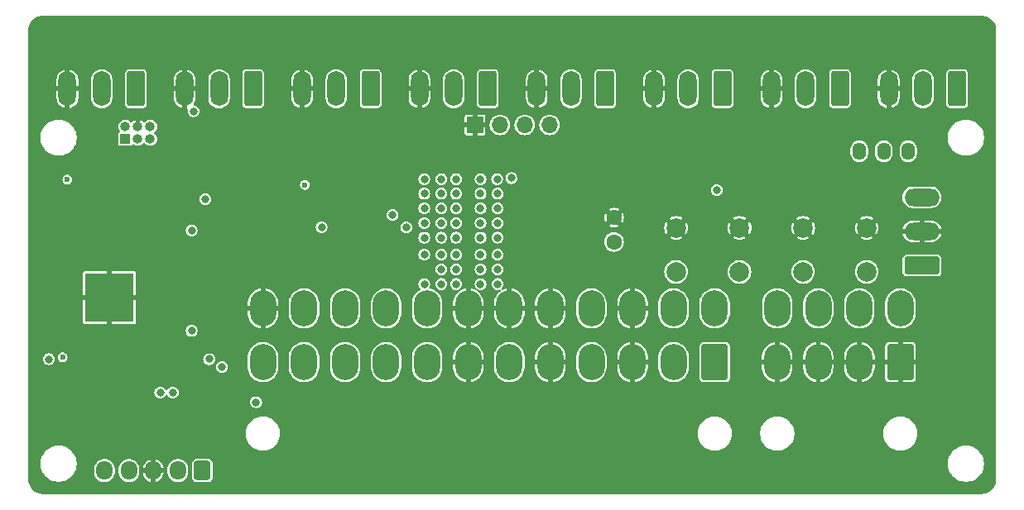
<source format=gbr>
%TF.GenerationSoftware,KiCad,Pcbnew,8.0.4*%
%TF.CreationDate,2024-11-13T17:28:34+01:00*%
%TF.ProjectId,esp32_octal_wled,65737033-325f-46f6-9374-616c5f776c65,rev?*%
%TF.SameCoordinates,Original*%
%TF.FileFunction,Copper,L3,Inr*%
%TF.FilePolarity,Positive*%
%FSLAX46Y46*%
G04 Gerber Fmt 4.6, Leading zero omitted, Abs format (unit mm)*
G04 Created by KiCad (PCBNEW 8.0.4) date 2024-11-13 17:28:34*
%MOMM*%
%LPD*%
G01*
G04 APERTURE LIST*
G04 Aperture macros list*
%AMRoundRect*
0 Rectangle with rounded corners*
0 $1 Rounding radius*
0 $2 $3 $4 $5 $6 $7 $8 $9 X,Y pos of 4 corners*
0 Add a 4 corners polygon primitive as box body*
4,1,4,$2,$3,$4,$5,$6,$7,$8,$9,$2,$3,0*
0 Add four circle primitives for the rounded corners*
1,1,$1+$1,$2,$3*
1,1,$1+$1,$4,$5*
1,1,$1+$1,$6,$7*
1,1,$1+$1,$8,$9*
0 Add four rect primitives between the rounded corners*
20,1,$1+$1,$2,$3,$4,$5,0*
20,1,$1+$1,$4,$5,$6,$7,0*
20,1,$1+$1,$6,$7,$8,$9,0*
20,1,$1+$1,$8,$9,$2,$3,0*%
G04 Aperture macros list end*
%TA.AperFunction,ComponentPad*%
%ADD10C,2.000000*%
%TD*%
%TA.AperFunction,ComponentPad*%
%ADD11RoundRect,0.250000X0.650000X1.550000X-0.650000X1.550000X-0.650000X-1.550000X0.650000X-1.550000X0*%
%TD*%
%TA.AperFunction,ComponentPad*%
%ADD12O,1.800000X3.600000*%
%TD*%
%TA.AperFunction,ComponentPad*%
%ADD13RoundRect,0.250001X1.099999X1.599999X-1.099999X1.599999X-1.099999X-1.599999X1.099999X-1.599999X0*%
%TD*%
%TA.AperFunction,ComponentPad*%
%ADD14O,2.700000X3.700000*%
%TD*%
%TA.AperFunction,ComponentPad*%
%ADD15R,5.000000X5.000000*%
%TD*%
%TA.AperFunction,ComponentPad*%
%ADD16C,1.600000*%
%TD*%
%TA.AperFunction,ComponentPad*%
%ADD17O,1.400000X1.800000*%
%TD*%
%TA.AperFunction,ComponentPad*%
%ADD18R,1.000000X1.000000*%
%TD*%
%TA.AperFunction,ComponentPad*%
%ADD19O,1.000000X1.000000*%
%TD*%
%TA.AperFunction,ComponentPad*%
%ADD20R,1.700000X1.700000*%
%TD*%
%TA.AperFunction,ComponentPad*%
%ADD21O,1.700000X1.700000*%
%TD*%
%TA.AperFunction,ComponentPad*%
%ADD22RoundRect,0.250000X1.550000X-0.650000X1.550000X0.650000X-1.550000X0.650000X-1.550000X-0.650000X0*%
%TD*%
%TA.AperFunction,ComponentPad*%
%ADD23O,3.600000X1.800000*%
%TD*%
%TA.AperFunction,ComponentPad*%
%ADD24RoundRect,0.250000X0.600000X0.725000X-0.600000X0.725000X-0.600000X-0.725000X0.600000X-0.725000X0*%
%TD*%
%TA.AperFunction,ComponentPad*%
%ADD25O,1.700000X1.950000*%
%TD*%
%TA.AperFunction,ViaPad*%
%ADD26C,0.800000*%
%TD*%
%TA.AperFunction,ViaPad*%
%ADD27C,0.600000*%
%TD*%
G04 APERTURE END LIST*
D10*
%TO.N,Net-(R8-Pad1)*%
%TO.C,SW2*%
X136250000Y-71750000D03*
X129750000Y-71750000D03*
%TO.N,GND*%
X136250000Y-67250000D03*
X129750000Y-67250000D03*
%TD*%
D11*
%TO.N,+12V*%
%TO.C,J7*%
X97500000Y-53000000D03*
D12*
%TO.N,STRIP_5V_4*%
X94000000Y-53000000D03*
%TO.N,GND*%
X90500000Y-53000000D03*
%TD*%
D11*
%TO.N,+12V*%
%TO.C,J14*%
X121500000Y-53000000D03*
D12*
%TO.N,STRIP_5V_6*%
X118000000Y-53000000D03*
%TO.N,GND*%
X114500000Y-53000000D03*
%TD*%
D11*
%TO.N,+12V*%
%TO.C,J15*%
X133500000Y-53000000D03*
D12*
%TO.N,STRIP_5V_7*%
X130000000Y-53000000D03*
%TO.N,GND*%
X126500000Y-53000000D03*
%TD*%
D11*
%TO.N,+12V*%
%TO.C,J1*%
X61500000Y-53000000D03*
D12*
%TO.N,STRIP_5V_1*%
X58000000Y-53000000D03*
%TO.N,GND*%
X54500000Y-53000000D03*
%TD*%
D13*
%TO.N,unconnected-(J12-+3.3V-Pad1)_3*%
%TO.C,J12*%
X120700000Y-81000000D03*
D14*
%TO.N,unconnected-(J12-+3.3V-Pad1)_2*%
X116500000Y-81000000D03*
%TO.N,GND*%
X112300000Y-81000000D03*
%TO.N,unconnected-(J12-+5V-Pad21)_3*%
X108100000Y-81000000D03*
%TO.N,GND*%
X103900000Y-81000000D03*
%TO.N,unconnected-(J12-+5V-Pad21)_2*%
X99700000Y-81000000D03*
%TO.N,GND*%
X95500000Y-81000000D03*
%TO.N,Net-(J12-PWR_OK)*%
X91300000Y-81000000D03*
%TO.N,+5V*%
X87100000Y-81000000D03*
%TO.N,+12V*%
X82900000Y-81000000D03*
X78700000Y-81000000D03*
%TO.N,unconnected-(J12-+3.3V-Pad1)*%
X74500000Y-81000000D03*
%TO.N,unconnected-(J12-+3.3V-Pad1)_1*%
X120700000Y-75500000D03*
%TO.N,unconnected-(J12--12V-Pad14)*%
X116500000Y-75500000D03*
%TO.N,GND*%
X112300000Y-75500000D03*
%TO.N,Net-(J12-PS_ON#)*%
X108100000Y-75500000D03*
%TO.N,GND*%
X103900000Y-75500000D03*
X99700000Y-75500000D03*
X95500000Y-75500000D03*
%TO.N,unconnected-(J12-NC-Pad20)*%
X91300000Y-75500000D03*
%TO.N,unconnected-(J12-+5V-Pad21)_4*%
X87100000Y-75500000D03*
%TO.N,unconnected-(J12-+5V-Pad21)*%
X82900000Y-75500000D03*
%TO.N,unconnected-(J12-+5V-Pad21)_1*%
X78700000Y-75500000D03*
%TO.N,GND*%
X74500000Y-75500000D03*
%TD*%
D15*
%TO.N,GND*%
%TO.C,U2*%
X58800000Y-74400000D03*
%TD*%
D11*
%TO.N,+12V*%
%TO.C,J2*%
X73500000Y-53000000D03*
D12*
%TO.N,STRIP_5V_2*%
X70000000Y-53000000D03*
%TO.N,GND*%
X66500000Y-53000000D03*
%TD*%
D11*
%TO.N,+12V*%
%TO.C,J13*%
X109500000Y-53000000D03*
D12*
%TO.N,STRIP_5V_5*%
X106000000Y-53000000D03*
%TO.N,GND*%
X102500000Y-53000000D03*
%TD*%
D16*
%TO.N,THERM*%
%TO.C,TH1*%
X110400000Y-68700000D03*
%TO.N,GND*%
X110400000Y-66200000D03*
%TD*%
D17*
%TO.N,RS485B*%
%TO.C,SW1*%
X140500000Y-59400000D03*
%TO.N,Net-(SW1-B)*%
X138000000Y-59400000D03*
%TO.N,unconnected-(SW1-C-Pad3)*%
X135500000Y-59400000D03*
%TD*%
D10*
%TO.N,Net-(R12-Pad1)*%
%TO.C,SW4*%
X123250000Y-71750000D03*
X116750000Y-71750000D03*
%TO.N,GND*%
X123250000Y-67250000D03*
X116750000Y-67250000D03*
%TD*%
D18*
%TO.N,PROG_EN*%
%TO.C,J3*%
X60430000Y-58135000D03*
D19*
%TO.N,+3V3*%
X60430000Y-56865000D03*
%TO.N,PROG_TX*%
X61700000Y-58135000D03*
%TO.N,GND*%
X61700000Y-56865000D03*
%TO.N,PROG_RX*%
X62970000Y-58135000D03*
%TO.N,PROG_IO0*%
X62970000Y-56865000D03*
%TD*%
D20*
%TO.N,GND*%
%TO.C,J11*%
X96200000Y-56700000D03*
D21*
%TO.N,+3V3*%
X98740000Y-56700000D03*
%TO.N,SCL*%
X101280000Y-56700000D03*
%TO.N,SDA*%
X103820000Y-56700000D03*
%TD*%
D22*
%TO.N,RS485A*%
%TO.C,J4*%
X141900000Y-71100000D03*
D23*
%TO.N,GND*%
X141900000Y-67600000D03*
%TO.N,RS485B*%
X141900000Y-64100000D03*
%TD*%
D24*
%TO.N,SDA2*%
%TO.C,J5*%
X68300000Y-92100000D03*
D25*
%TO.N,SCL2*%
X65800000Y-92100000D03*
%TO.N,GND*%
X63300000Y-92100000D03*
%TO.N,+3V3*%
X60800000Y-92100000D03*
%TO.N,+5V*%
X58300000Y-92100000D03*
%TD*%
D11*
%TO.N,+12V*%
%TO.C,J6*%
X85500000Y-53000000D03*
D12*
%TO.N,STRIP_5V_3*%
X82000000Y-53000000D03*
%TO.N,GND*%
X78500000Y-53000000D03*
%TD*%
D11*
%TO.N,+12V*%
%TO.C,J16*%
X145500000Y-53000000D03*
D12*
%TO.N,STRIP_5V_8*%
X142000000Y-53000000D03*
%TO.N,GND*%
X138500000Y-53000000D03*
%TD*%
D13*
%TO.N,GND*%
%TO.C,J8*%
X139700000Y-81000000D03*
D14*
X135500000Y-81000000D03*
X131300000Y-81000000D03*
X127100000Y-81000000D03*
%TO.N,+12V*%
X139700000Y-75500000D03*
X135500000Y-75500000D03*
X131300000Y-75500000D03*
X127100000Y-75500000D03*
%TD*%
D26*
%TO.N,+3V3*%
X98500000Y-73000000D03*
X91000000Y-73000000D03*
X92750000Y-73000000D03*
X94250000Y-73000000D03*
X96750000Y-73000000D03*
X98500000Y-71500000D03*
X96750000Y-71500000D03*
X94250000Y-71500000D03*
X92750000Y-71500000D03*
X96750000Y-70000000D03*
X98500000Y-70000000D03*
X98500000Y-68250000D03*
X98500000Y-66750000D03*
X98500000Y-65250000D03*
X98500000Y-63750000D03*
X98450000Y-62250000D03*
%TO.N,GND*%
X123800000Y-61000000D03*
X127200000Y-67600000D03*
X132800000Y-69200000D03*
X144600000Y-62400000D03*
X138600000Y-56400000D03*
X131600000Y-57400000D03*
X147000000Y-50000000D03*
X144000000Y-50000000D03*
X140000000Y-50000000D03*
X135000000Y-50000000D03*
X131000000Y-50000000D03*
X128000000Y-50000000D03*
X124000000Y-50000000D03*
X119000000Y-50000000D03*
X115000000Y-50000000D03*
X112000000Y-50000000D03*
X109000000Y-50000000D03*
X105000000Y-50000000D03*
X101000000Y-50000000D03*
X96000000Y-50000000D03*
X92000000Y-50000000D03*
X88000000Y-50000000D03*
X83000000Y-50000000D03*
X79000000Y-50000000D03*
X75000000Y-50000000D03*
X72000000Y-50000000D03*
X68000000Y-50000000D03*
X56000000Y-48000000D03*
%TO.N,+5V*%
X89150000Y-67200000D03*
D27*
X78800000Y-62837500D03*
D26*
X120918750Y-63375000D03*
%TO.N,GND*%
X97000000Y-93000000D03*
X63000000Y-69000000D03*
X106000000Y-83000000D03*
X114000000Y-67000000D03*
X137000000Y-78000000D03*
X73200000Y-61200000D03*
X87800000Y-63000000D03*
X66500000Y-61700000D03*
X116500000Y-55900000D03*
X88000000Y-93000000D03*
X106000000Y-93000000D03*
X60700000Y-84900000D03*
X115000000Y-93000000D03*
X131000000Y-62000000D03*
X121000000Y-69000000D03*
X55000000Y-78000000D03*
X130000000Y-93000000D03*
X123000000Y-58000000D03*
X122000000Y-78000000D03*
X71500000Y-74300000D03*
X124000000Y-76000000D03*
X77000000Y-61100000D03*
X134000000Y-57000000D03*
X100000000Y-93000000D03*
X103000000Y-93000000D03*
X120400000Y-55900000D03*
X77000000Y-78000000D03*
X56000000Y-79000000D03*
X94000000Y-93000000D03*
X66000000Y-73000000D03*
X94000000Y-83000000D03*
X66000000Y-79000000D03*
X112800000Y-55950000D03*
X57000000Y-69000000D03*
X60000000Y-79000000D03*
X85000000Y-78000000D03*
X80100000Y-59900000D03*
X63000000Y-79000000D03*
X79000000Y-93000000D03*
X109000000Y-93000000D03*
X66000000Y-71000000D03*
X52000000Y-61000000D03*
X115000000Y-84000000D03*
X133000000Y-93000000D03*
X83000000Y-58000000D03*
X53000000Y-48000000D03*
X124000000Y-80200000D03*
X58000000Y-79000000D03*
X60000000Y-69000000D03*
X98000000Y-83000000D03*
X148000000Y-78000000D03*
X121000000Y-93000000D03*
X81000000Y-78000000D03*
X82000000Y-93000000D03*
X127000000Y-93000000D03*
X55000000Y-74000000D03*
X129000000Y-78000000D03*
X55000000Y-70000000D03*
X133000000Y-78000000D03*
X80000000Y-57000000D03*
X124000000Y-78000000D03*
X85000000Y-93000000D03*
X76800000Y-67500000D03*
X124000000Y-93000000D03*
X74000000Y-59000000D03*
X145000000Y-78000000D03*
X146000000Y-68000000D03*
X145000000Y-86000000D03*
X145000000Y-82000000D03*
X119100000Y-61200000D03*
X108400000Y-70800000D03*
X118000000Y-93000000D03*
X119000000Y-84000000D03*
X88000000Y-57000000D03*
X66000000Y-69000000D03*
X124000000Y-74000000D03*
X134000000Y-62000000D03*
X66000000Y-76000000D03*
X115300000Y-61300000D03*
X146000000Y-72000000D03*
X102000000Y-83000000D03*
X91000000Y-93000000D03*
X84000000Y-65500000D03*
X128000000Y-62000000D03*
X108000000Y-63000000D03*
X112000000Y-93000000D03*
X142000000Y-78000000D03*
X120000000Y-60000000D03*
X146000000Y-64000000D03*
X110000000Y-83000000D03*
%TO.N,+3V3*%
X92750000Y-68250000D03*
X67400000Y-55300000D03*
X91000000Y-62250000D03*
X96750000Y-68250000D03*
X94250000Y-66750000D03*
X92750000Y-70000000D03*
X94250000Y-65250000D03*
X94250000Y-63750000D03*
X94250000Y-62250000D03*
X96750000Y-66750000D03*
X92750000Y-66750000D03*
X92750000Y-62250000D03*
X91000000Y-68250000D03*
X80500000Y-67175000D03*
X52600000Y-80700000D03*
X94250000Y-68250000D03*
X91000000Y-66750000D03*
X91000000Y-63750000D03*
X96750000Y-62250000D03*
X92750000Y-65250000D03*
X91000000Y-65250000D03*
X99900000Y-62150000D03*
X94250000Y-70000000D03*
X87763603Y-65936397D03*
X96750000Y-65250000D03*
X96750000Y-63750000D03*
X92750000Y-63750000D03*
X91000000Y-70000000D03*
D27*
%TO.N,PROG_EN*%
X54000000Y-80500000D03*
X54490000Y-62300000D03*
D26*
%TO.N,PROG_IO0*%
X67210000Y-77800000D03*
X67210000Y-67500000D03*
X68600000Y-64300000D03*
X73800000Y-85100000D03*
%TO.N,485_RO*%
X68991873Y-80691873D03*
X70302535Y-81502535D03*
%TO.N,SCL2*%
X64000000Y-84100000D03*
%TO.N,SDA2*%
X65270000Y-84100000D03*
%TD*%
%TA.AperFunction,Conductor*%
%TO.N,GND*%
G36*
X148003522Y-45500752D02*
G01*
X148028505Y-45502538D01*
X148206345Y-45515258D01*
X148220308Y-45517265D01*
X148415549Y-45559737D01*
X148429088Y-45563713D01*
X148616292Y-45633537D01*
X148629118Y-45639394D01*
X148804476Y-45735146D01*
X148816356Y-45742781D01*
X148976294Y-45862509D01*
X148986966Y-45871756D01*
X149128243Y-46013033D01*
X149137493Y-46023709D01*
X149257218Y-46183643D01*
X149264854Y-46195525D01*
X149360602Y-46370875D01*
X149366466Y-46383715D01*
X149436284Y-46570904D01*
X149440264Y-46584457D01*
X149482732Y-46779681D01*
X149484742Y-46793662D01*
X149499248Y-46996476D01*
X149499500Y-47003539D01*
X149499500Y-92996460D01*
X149499248Y-93003523D01*
X149484742Y-93206337D01*
X149482732Y-93220318D01*
X149440264Y-93415542D01*
X149436284Y-93429095D01*
X149366466Y-93616284D01*
X149360598Y-93629133D01*
X149264854Y-93804474D01*
X149257218Y-93816356D01*
X149137493Y-93976290D01*
X149128243Y-93986966D01*
X148986966Y-94128243D01*
X148976290Y-94137493D01*
X148816356Y-94257218D01*
X148804474Y-94264854D01*
X148629133Y-94360598D01*
X148616284Y-94366466D01*
X148429095Y-94436284D01*
X148415542Y-94440264D01*
X148220318Y-94482732D01*
X148206337Y-94484742D01*
X148003523Y-94499248D01*
X147996460Y-94499500D01*
X52003540Y-94499500D01*
X51996477Y-94499248D01*
X51793662Y-94484742D01*
X51779681Y-94482732D01*
X51584457Y-94440264D01*
X51570904Y-94436284D01*
X51383715Y-94366466D01*
X51370875Y-94360602D01*
X51195525Y-94264854D01*
X51183643Y-94257218D01*
X51023709Y-94137493D01*
X51013033Y-94128243D01*
X50871756Y-93986966D01*
X50862506Y-93976290D01*
X50742781Y-93816356D01*
X50735145Y-93804474D01*
X50702815Y-93745266D01*
X50639394Y-93629118D01*
X50633537Y-93616292D01*
X50563713Y-93429088D01*
X50559737Y-93415549D01*
X50517265Y-93220308D01*
X50515258Y-93206345D01*
X50500752Y-93003522D01*
X50500500Y-92996460D01*
X50500500Y-91278710D01*
X51749500Y-91278710D01*
X51749500Y-91521289D01*
X51781161Y-91761781D01*
X51781161Y-91761786D01*
X51843944Y-91996092D01*
X51843948Y-91996105D01*
X51936772Y-92220204D01*
X51936774Y-92220208D01*
X51936776Y-92220212D01*
X52011710Y-92350001D01*
X52058066Y-92430292D01*
X52205729Y-92622731D01*
X52205731Y-92622733D01*
X52205735Y-92622738D01*
X52377262Y-92794265D01*
X52377266Y-92794268D01*
X52377268Y-92794270D01*
X52488047Y-92879273D01*
X52569711Y-92941936D01*
X52779788Y-93063224D01*
X53003900Y-93156054D01*
X53238211Y-93218838D01*
X53478712Y-93250500D01*
X53478713Y-93250500D01*
X53721287Y-93250500D01*
X53721288Y-93250500D01*
X53961789Y-93218838D01*
X54196100Y-93156054D01*
X54420212Y-93063224D01*
X54630289Y-92941936D01*
X54822738Y-92794265D01*
X54994265Y-92622738D01*
X55141936Y-92430289D01*
X55263224Y-92220212D01*
X55356054Y-91996100D01*
X55389432Y-91871532D01*
X57249500Y-91871532D01*
X57249500Y-92328467D01*
X57289869Y-92531418D01*
X57369058Y-92722597D01*
X57484020Y-92894651D01*
X57484023Y-92894655D01*
X57630345Y-93040977D01*
X57802402Y-93155941D01*
X57993580Y-93235130D01*
X58196535Y-93275500D01*
X58196536Y-93275500D01*
X58403464Y-93275500D01*
X58403465Y-93275500D01*
X58606420Y-93235130D01*
X58797598Y-93155941D01*
X58969655Y-93040977D01*
X59115977Y-92894655D01*
X59230941Y-92722598D01*
X59310130Y-92531420D01*
X59350500Y-92328465D01*
X59350500Y-91871535D01*
X59350499Y-91871532D01*
X59749500Y-91871532D01*
X59749500Y-92328467D01*
X59789869Y-92531418D01*
X59869058Y-92722597D01*
X59984020Y-92894651D01*
X59984023Y-92894655D01*
X60130345Y-93040977D01*
X60302402Y-93155941D01*
X60493580Y-93235130D01*
X60696535Y-93275500D01*
X60696536Y-93275500D01*
X60903464Y-93275500D01*
X60903465Y-93275500D01*
X61106420Y-93235130D01*
X61297598Y-93155941D01*
X61469655Y-93040977D01*
X61615977Y-92894655D01*
X61730941Y-92722598D01*
X61810130Y-92531420D01*
X61850500Y-92328465D01*
X61850500Y-91871535D01*
X61846216Y-91850000D01*
X62244096Y-91850000D01*
X62895854Y-91850000D01*
X62857370Y-91916657D01*
X62825000Y-92037465D01*
X62825000Y-92162535D01*
X62857370Y-92283343D01*
X62895854Y-92350000D01*
X62244097Y-92350000D01*
X62280734Y-92534189D01*
X62360639Y-92727097D01*
X62476641Y-92900707D01*
X62624292Y-93048358D01*
X62797902Y-93164360D01*
X62990806Y-93244263D01*
X62990813Y-93244265D01*
X63050000Y-93256037D01*
X63050000Y-92504145D01*
X63116657Y-92542630D01*
X63237465Y-92575000D01*
X63362535Y-92575000D01*
X63483343Y-92542630D01*
X63550000Y-92504145D01*
X63550000Y-93256036D01*
X63609186Y-93244265D01*
X63609193Y-93244263D01*
X63802097Y-93164360D01*
X63975707Y-93048358D01*
X64123358Y-92900707D01*
X64239360Y-92727097D01*
X64319265Y-92534189D01*
X64355903Y-92350000D01*
X63704146Y-92350000D01*
X63742630Y-92283343D01*
X63775000Y-92162535D01*
X63775000Y-92037465D01*
X63742630Y-91916657D01*
X63716577Y-91871532D01*
X64749500Y-91871532D01*
X64749500Y-92328467D01*
X64789869Y-92531418D01*
X64869058Y-92722597D01*
X64984020Y-92894651D01*
X64984023Y-92894655D01*
X65130345Y-93040977D01*
X65302402Y-93155941D01*
X65493580Y-93235130D01*
X65696535Y-93275500D01*
X65696536Y-93275500D01*
X65903464Y-93275500D01*
X65903465Y-93275500D01*
X66106420Y-93235130D01*
X66297598Y-93155941D01*
X66469655Y-93040977D01*
X66615977Y-92894655D01*
X66730941Y-92722598D01*
X66810130Y-92531420D01*
X66850500Y-92328465D01*
X66850500Y-91871535D01*
X66810130Y-91668580D01*
X66730941Y-91477402D01*
X66626254Y-91320725D01*
X67249500Y-91320725D01*
X67249500Y-92879274D01*
X67252353Y-92909694D01*
X67252355Y-92909703D01*
X67297207Y-93037883D01*
X67377845Y-93147144D01*
X67377847Y-93147146D01*
X67377850Y-93147150D01*
X67377853Y-93147152D01*
X67377855Y-93147154D01*
X67487116Y-93227792D01*
X67487117Y-93227792D01*
X67487118Y-93227793D01*
X67615301Y-93272646D01*
X67645725Y-93275499D01*
X67645727Y-93275500D01*
X67645734Y-93275500D01*
X68954273Y-93275500D01*
X68954273Y-93275499D01*
X68984699Y-93272646D01*
X69112882Y-93227793D01*
X69222150Y-93147150D01*
X69302793Y-93037882D01*
X69347646Y-92909699D01*
X69350499Y-92879273D01*
X69350500Y-92879273D01*
X69350500Y-91320727D01*
X69350499Y-91320725D01*
X69347646Y-91290305D01*
X69347646Y-91290301D01*
X69343590Y-91278710D01*
X144549500Y-91278710D01*
X144549500Y-91521289D01*
X144581161Y-91761781D01*
X144581161Y-91761786D01*
X144643944Y-91996092D01*
X144643948Y-91996105D01*
X144736772Y-92220204D01*
X144736774Y-92220208D01*
X144736776Y-92220212D01*
X144811710Y-92350001D01*
X144858066Y-92430292D01*
X145005729Y-92622731D01*
X145005731Y-92622733D01*
X145005735Y-92622738D01*
X145177262Y-92794265D01*
X145177266Y-92794268D01*
X145177268Y-92794270D01*
X145288047Y-92879273D01*
X145369711Y-92941936D01*
X145579788Y-93063224D01*
X145803900Y-93156054D01*
X146038211Y-93218838D01*
X146278712Y-93250500D01*
X146278713Y-93250500D01*
X146521287Y-93250500D01*
X146521288Y-93250500D01*
X146761789Y-93218838D01*
X146996100Y-93156054D01*
X147220212Y-93063224D01*
X147430289Y-92941936D01*
X147622738Y-92794265D01*
X147794265Y-92622738D01*
X147941936Y-92430289D01*
X148063224Y-92220212D01*
X148156054Y-91996100D01*
X148218838Y-91761789D01*
X148250500Y-91521288D01*
X148250500Y-91278712D01*
X148218838Y-91038211D01*
X148156054Y-90803900D01*
X148063224Y-90579788D01*
X147941936Y-90369711D01*
X147794265Y-90177262D01*
X147622738Y-90005735D01*
X147622733Y-90005731D01*
X147622731Y-90005729D01*
X147430292Y-89858066D01*
X147430289Y-89858064D01*
X147220212Y-89736776D01*
X147220208Y-89736774D01*
X147220204Y-89736772D01*
X146996105Y-89643948D01*
X146996104Y-89643947D01*
X146996100Y-89643946D01*
X146761789Y-89581162D01*
X146761786Y-89581161D01*
X146761784Y-89581161D01*
X146521289Y-89549500D01*
X146521288Y-89549500D01*
X146278712Y-89549500D01*
X146278710Y-89549500D01*
X146038218Y-89581161D01*
X146038213Y-89581161D01*
X145803907Y-89643944D01*
X145803894Y-89643948D01*
X145579795Y-89736772D01*
X145369707Y-89858066D01*
X145177268Y-90005729D01*
X145005729Y-90177268D01*
X144858066Y-90369707D01*
X144736772Y-90579795D01*
X144643948Y-90803894D01*
X144643944Y-90803907D01*
X144581161Y-91038213D01*
X144581161Y-91038218D01*
X144549500Y-91278710D01*
X69343590Y-91278710D01*
X69302793Y-91162118D01*
X69222150Y-91052850D01*
X69222146Y-91052847D01*
X69222144Y-91052845D01*
X69112883Y-90972207D01*
X68984703Y-90927355D01*
X68984694Y-90927353D01*
X68954274Y-90924500D01*
X68954266Y-90924500D01*
X67645734Y-90924500D01*
X67645725Y-90924500D01*
X67615305Y-90927353D01*
X67615296Y-90927355D01*
X67487116Y-90972207D01*
X67377855Y-91052845D01*
X67377845Y-91052855D01*
X67297207Y-91162116D01*
X67252355Y-91290296D01*
X67252353Y-91290305D01*
X67249500Y-91320725D01*
X66626254Y-91320725D01*
X66615977Y-91305345D01*
X66469655Y-91159023D01*
X66458607Y-91151641D01*
X66297597Y-91044058D01*
X66106418Y-90964869D01*
X65903467Y-90924500D01*
X65903465Y-90924500D01*
X65696535Y-90924500D01*
X65696532Y-90924500D01*
X65493581Y-90964869D01*
X65302402Y-91044058D01*
X65130348Y-91159020D01*
X64984020Y-91305348D01*
X64869058Y-91477402D01*
X64789869Y-91668581D01*
X64749500Y-91871532D01*
X63716577Y-91871532D01*
X63704146Y-91850000D01*
X64355903Y-91850000D01*
X64319265Y-91665810D01*
X64239360Y-91472902D01*
X64123358Y-91299292D01*
X63975707Y-91151641D01*
X63802097Y-91035639D01*
X63609189Y-90955734D01*
X63550000Y-90943961D01*
X63550000Y-91695854D01*
X63483343Y-91657370D01*
X63362535Y-91625000D01*
X63237465Y-91625000D01*
X63116657Y-91657370D01*
X63050000Y-91695854D01*
X63050000Y-90943961D01*
X62990810Y-90955734D01*
X62797902Y-91035639D01*
X62624292Y-91151641D01*
X62476641Y-91299292D01*
X62360639Y-91472902D01*
X62280734Y-91665810D01*
X62244096Y-91850000D01*
X61846216Y-91850000D01*
X61810130Y-91668580D01*
X61730941Y-91477402D01*
X61615977Y-91305345D01*
X61469655Y-91159023D01*
X61458607Y-91151641D01*
X61297597Y-91044058D01*
X61106418Y-90964869D01*
X60903467Y-90924500D01*
X60903465Y-90924500D01*
X60696535Y-90924500D01*
X60696532Y-90924500D01*
X60493581Y-90964869D01*
X60302402Y-91044058D01*
X60130348Y-91159020D01*
X59984020Y-91305348D01*
X59869058Y-91477402D01*
X59789869Y-91668581D01*
X59749500Y-91871532D01*
X59350499Y-91871532D01*
X59310130Y-91668580D01*
X59230941Y-91477402D01*
X59115977Y-91305345D01*
X58969655Y-91159023D01*
X58958607Y-91151641D01*
X58797597Y-91044058D01*
X58606418Y-90964869D01*
X58403467Y-90924500D01*
X58403465Y-90924500D01*
X58196535Y-90924500D01*
X58196532Y-90924500D01*
X57993581Y-90964869D01*
X57802402Y-91044058D01*
X57630348Y-91159020D01*
X57484020Y-91305348D01*
X57369058Y-91477402D01*
X57289869Y-91668581D01*
X57249500Y-91871532D01*
X55389432Y-91871532D01*
X55418838Y-91761789D01*
X55450500Y-91521288D01*
X55450500Y-91278712D01*
X55418838Y-91038211D01*
X55356054Y-90803900D01*
X55263224Y-90579788D01*
X55141936Y-90369711D01*
X54994265Y-90177262D01*
X54822738Y-90005735D01*
X54822733Y-90005731D01*
X54822731Y-90005729D01*
X54630292Y-89858066D01*
X54630289Y-89858064D01*
X54420212Y-89736776D01*
X54420208Y-89736774D01*
X54420204Y-89736772D01*
X54196105Y-89643948D01*
X54196104Y-89643947D01*
X54196100Y-89643946D01*
X53961789Y-89581162D01*
X53961786Y-89581161D01*
X53961784Y-89581161D01*
X53721289Y-89549500D01*
X53721288Y-89549500D01*
X53478712Y-89549500D01*
X53478710Y-89549500D01*
X53238218Y-89581161D01*
X53238213Y-89581161D01*
X53003907Y-89643944D01*
X53003894Y-89643948D01*
X52779795Y-89736772D01*
X52569707Y-89858066D01*
X52377268Y-90005729D01*
X52205729Y-90177268D01*
X52058066Y-90369707D01*
X51936772Y-90579795D01*
X51843948Y-90803894D01*
X51843944Y-90803907D01*
X51781161Y-91038213D01*
X51781161Y-91038218D01*
X51749500Y-91278710D01*
X50500500Y-91278710D01*
X50500500Y-88185265D01*
X72749500Y-88185265D01*
X72749500Y-88414734D01*
X72779452Y-88642238D01*
X72838841Y-88863885D01*
X72926653Y-89075883D01*
X72926656Y-89075888D01*
X73041389Y-89274612D01*
X73181081Y-89456661D01*
X73343339Y-89618919D01*
X73525388Y-89758611D01*
X73724112Y-89873344D01*
X73724113Y-89873344D01*
X73724116Y-89873346D01*
X73820167Y-89913131D01*
X73936113Y-89961158D01*
X74157762Y-90020548D01*
X74385266Y-90050500D01*
X74385267Y-90050500D01*
X74614733Y-90050500D01*
X74614734Y-90050500D01*
X74842238Y-90020548D01*
X75063887Y-89961158D01*
X75275888Y-89873344D01*
X75474612Y-89758611D01*
X75656661Y-89618919D01*
X75818919Y-89456661D01*
X75958611Y-89274612D01*
X76073344Y-89075888D01*
X76161158Y-88863887D01*
X76220548Y-88642238D01*
X76250500Y-88414734D01*
X76250500Y-88185266D01*
X76250500Y-88185265D01*
X118949500Y-88185265D01*
X118949500Y-88414734D01*
X118979452Y-88642238D01*
X119038841Y-88863885D01*
X119126653Y-89075883D01*
X119126656Y-89075888D01*
X119241389Y-89274612D01*
X119381081Y-89456661D01*
X119543339Y-89618919D01*
X119725388Y-89758611D01*
X119924112Y-89873344D01*
X119924113Y-89873344D01*
X119924116Y-89873346D01*
X120020167Y-89913131D01*
X120136113Y-89961158D01*
X120357762Y-90020548D01*
X120585266Y-90050500D01*
X120585267Y-90050500D01*
X120814733Y-90050500D01*
X120814734Y-90050500D01*
X121042238Y-90020548D01*
X121263887Y-89961158D01*
X121475888Y-89873344D01*
X121674612Y-89758611D01*
X121856661Y-89618919D01*
X122018919Y-89456661D01*
X122158611Y-89274612D01*
X122273344Y-89075888D01*
X122361158Y-88863887D01*
X122420548Y-88642238D01*
X122450500Y-88414734D01*
X122450500Y-88185266D01*
X122450500Y-88185265D01*
X125349500Y-88185265D01*
X125349500Y-88414734D01*
X125379452Y-88642238D01*
X125438841Y-88863885D01*
X125526653Y-89075883D01*
X125526656Y-89075888D01*
X125641389Y-89274612D01*
X125781081Y-89456661D01*
X125943339Y-89618919D01*
X126125388Y-89758611D01*
X126324112Y-89873344D01*
X126324113Y-89873344D01*
X126324116Y-89873346D01*
X126420167Y-89913131D01*
X126536113Y-89961158D01*
X126757762Y-90020548D01*
X126985266Y-90050500D01*
X126985267Y-90050500D01*
X127214733Y-90050500D01*
X127214734Y-90050500D01*
X127442238Y-90020548D01*
X127663887Y-89961158D01*
X127875888Y-89873344D01*
X128074612Y-89758611D01*
X128256661Y-89618919D01*
X128418919Y-89456661D01*
X128558611Y-89274612D01*
X128673344Y-89075888D01*
X128761158Y-88863887D01*
X128820548Y-88642238D01*
X128850500Y-88414734D01*
X128850500Y-88185266D01*
X128850500Y-88185265D01*
X137949500Y-88185265D01*
X137949500Y-88414734D01*
X137979452Y-88642238D01*
X138038841Y-88863885D01*
X138126653Y-89075883D01*
X138126656Y-89075888D01*
X138241389Y-89274612D01*
X138381081Y-89456661D01*
X138543339Y-89618919D01*
X138725388Y-89758611D01*
X138924112Y-89873344D01*
X138924113Y-89873344D01*
X138924116Y-89873346D01*
X139020167Y-89913131D01*
X139136113Y-89961158D01*
X139357762Y-90020548D01*
X139585266Y-90050500D01*
X139585267Y-90050500D01*
X139814733Y-90050500D01*
X139814734Y-90050500D01*
X140042238Y-90020548D01*
X140263887Y-89961158D01*
X140475888Y-89873344D01*
X140674612Y-89758611D01*
X140856661Y-89618919D01*
X141018919Y-89456661D01*
X141158611Y-89274612D01*
X141273344Y-89075888D01*
X141361158Y-88863887D01*
X141420548Y-88642238D01*
X141450500Y-88414734D01*
X141450500Y-88185266D01*
X141420548Y-87957762D01*
X141361158Y-87736113D01*
X141273344Y-87524112D01*
X141158611Y-87325388D01*
X141018919Y-87143339D01*
X140856661Y-86981081D01*
X140674612Y-86841389D01*
X140674613Y-86841389D01*
X140674611Y-86841388D01*
X140475883Y-86726653D01*
X140263885Y-86638841D01*
X140042238Y-86579452D01*
X139814734Y-86549500D01*
X139585266Y-86549500D01*
X139585265Y-86549500D01*
X139357761Y-86579452D01*
X139136114Y-86638841D01*
X138924116Y-86726653D01*
X138725388Y-86841388D01*
X138543342Y-86981078D01*
X138381078Y-87143342D01*
X138241388Y-87325388D01*
X138126653Y-87524116D01*
X138038841Y-87736114D01*
X137979452Y-87957761D01*
X137949500Y-88185265D01*
X128850500Y-88185265D01*
X128820548Y-87957762D01*
X128761158Y-87736113D01*
X128673344Y-87524112D01*
X128558611Y-87325388D01*
X128418919Y-87143339D01*
X128256661Y-86981081D01*
X128074612Y-86841389D01*
X128074613Y-86841389D01*
X128074611Y-86841388D01*
X127875883Y-86726653D01*
X127663885Y-86638841D01*
X127442238Y-86579452D01*
X127214734Y-86549500D01*
X126985266Y-86549500D01*
X126985265Y-86549500D01*
X126757761Y-86579452D01*
X126536114Y-86638841D01*
X126324116Y-86726653D01*
X126125388Y-86841388D01*
X125943342Y-86981078D01*
X125781078Y-87143342D01*
X125641388Y-87325388D01*
X125526653Y-87524116D01*
X125438841Y-87736114D01*
X125379452Y-87957761D01*
X125349500Y-88185265D01*
X122450500Y-88185265D01*
X122420548Y-87957762D01*
X122361158Y-87736113D01*
X122273344Y-87524112D01*
X122158611Y-87325388D01*
X122018919Y-87143339D01*
X121856661Y-86981081D01*
X121674612Y-86841389D01*
X121674613Y-86841389D01*
X121674611Y-86841388D01*
X121475883Y-86726653D01*
X121263885Y-86638841D01*
X121042238Y-86579452D01*
X120814734Y-86549500D01*
X120585266Y-86549500D01*
X120585265Y-86549500D01*
X120357761Y-86579452D01*
X120136114Y-86638841D01*
X119924116Y-86726653D01*
X119725388Y-86841388D01*
X119543342Y-86981078D01*
X119381078Y-87143342D01*
X119241388Y-87325388D01*
X119126653Y-87524116D01*
X119038841Y-87736114D01*
X118979452Y-87957761D01*
X118949500Y-88185265D01*
X76250500Y-88185265D01*
X76220548Y-87957762D01*
X76161158Y-87736113D01*
X76073344Y-87524112D01*
X75958611Y-87325388D01*
X75818919Y-87143339D01*
X75656661Y-86981081D01*
X75474612Y-86841389D01*
X75474613Y-86841389D01*
X75474611Y-86841388D01*
X75275883Y-86726653D01*
X75063885Y-86638841D01*
X74842238Y-86579452D01*
X74614734Y-86549500D01*
X74385266Y-86549500D01*
X74385265Y-86549500D01*
X74157761Y-86579452D01*
X73936114Y-86638841D01*
X73724116Y-86726653D01*
X73525388Y-86841388D01*
X73343342Y-86981078D01*
X73181078Y-87143342D01*
X73041388Y-87325388D01*
X72926653Y-87524116D01*
X72838841Y-87736114D01*
X72779452Y-87957761D01*
X72749500Y-88185265D01*
X50500500Y-88185265D01*
X50500500Y-85099999D01*
X73194318Y-85099999D01*
X73194318Y-85100000D01*
X73214955Y-85256758D01*
X73214957Y-85256766D01*
X73275462Y-85402838D01*
X73275462Y-85402839D01*
X73275464Y-85402841D01*
X73371718Y-85528282D01*
X73497159Y-85624536D01*
X73643238Y-85685044D01*
X73760809Y-85700522D01*
X73799999Y-85705682D01*
X73800000Y-85705682D01*
X73800001Y-85705682D01*
X73831352Y-85701554D01*
X73956762Y-85685044D01*
X74102841Y-85624536D01*
X74228282Y-85528282D01*
X74324536Y-85402841D01*
X74385044Y-85256762D01*
X74405682Y-85100000D01*
X74385044Y-84943238D01*
X74324537Y-84797161D01*
X74324537Y-84797160D01*
X74228286Y-84671723D01*
X74228285Y-84671722D01*
X74228282Y-84671718D01*
X74228277Y-84671714D01*
X74228276Y-84671713D01*
X74102838Y-84575462D01*
X73956766Y-84514957D01*
X73956758Y-84514955D01*
X73800001Y-84494318D01*
X73799999Y-84494318D01*
X73643241Y-84514955D01*
X73643233Y-84514957D01*
X73497161Y-84575462D01*
X73497160Y-84575462D01*
X73371723Y-84671713D01*
X73371713Y-84671723D01*
X73275462Y-84797160D01*
X73275462Y-84797161D01*
X73214957Y-84943233D01*
X73214955Y-84943241D01*
X73194318Y-85099999D01*
X50500500Y-85099999D01*
X50500500Y-84099999D01*
X63394318Y-84099999D01*
X63394318Y-84100000D01*
X63414955Y-84256758D01*
X63414957Y-84256766D01*
X63475462Y-84402838D01*
X63475462Y-84402839D01*
X63561493Y-84514957D01*
X63571718Y-84528282D01*
X63697159Y-84624536D01*
X63843238Y-84685044D01*
X63960809Y-84700522D01*
X63999999Y-84705682D01*
X64000000Y-84705682D01*
X64000001Y-84705682D01*
X64031352Y-84701554D01*
X64156762Y-84685044D01*
X64302841Y-84624536D01*
X64428282Y-84528282D01*
X64524536Y-84402841D01*
X64543536Y-84356972D01*
X64583272Y-84310446D01*
X64642767Y-84296162D01*
X64699295Y-84319577D01*
X64726464Y-84356972D01*
X64745462Y-84402838D01*
X64745462Y-84402839D01*
X64831493Y-84514957D01*
X64841718Y-84528282D01*
X64967159Y-84624536D01*
X65113238Y-84685044D01*
X65230809Y-84700522D01*
X65269999Y-84705682D01*
X65270000Y-84705682D01*
X65270001Y-84705682D01*
X65301352Y-84701554D01*
X65426762Y-84685044D01*
X65572841Y-84624536D01*
X65698282Y-84528282D01*
X65794536Y-84402841D01*
X65855044Y-84256762D01*
X65875682Y-84100000D01*
X65855044Y-83943238D01*
X65794537Y-83797161D01*
X65794537Y-83797160D01*
X65698286Y-83671723D01*
X65698285Y-83671722D01*
X65698282Y-83671718D01*
X65698277Y-83671714D01*
X65698276Y-83671713D01*
X65572838Y-83575462D01*
X65426766Y-83514957D01*
X65426758Y-83514955D01*
X65270001Y-83494318D01*
X65269999Y-83494318D01*
X65113241Y-83514955D01*
X65113233Y-83514957D01*
X64967161Y-83575462D01*
X64967160Y-83575462D01*
X64841723Y-83671713D01*
X64841713Y-83671723D01*
X64745463Y-83797160D01*
X64726464Y-83843028D01*
X64686727Y-83889554D01*
X64627232Y-83903837D01*
X64570704Y-83880422D01*
X64543536Y-83843028D01*
X64534111Y-83820277D01*
X64524536Y-83797159D01*
X64428282Y-83671718D01*
X64428277Y-83671714D01*
X64428276Y-83671713D01*
X64302838Y-83575462D01*
X64156766Y-83514957D01*
X64156758Y-83514955D01*
X64000001Y-83494318D01*
X63999999Y-83494318D01*
X63843241Y-83514955D01*
X63843233Y-83514957D01*
X63697161Y-83575462D01*
X63697160Y-83575462D01*
X63571723Y-83671713D01*
X63571713Y-83671723D01*
X63475462Y-83797160D01*
X63475462Y-83797161D01*
X63414957Y-83943233D01*
X63414955Y-83943241D01*
X63394318Y-84099999D01*
X50500500Y-84099999D01*
X50500500Y-81502534D01*
X69696853Y-81502534D01*
X69696853Y-81502535D01*
X69717490Y-81659293D01*
X69717492Y-81659301D01*
X69777997Y-81805373D01*
X69777997Y-81805374D01*
X69850606Y-81900000D01*
X69874253Y-81930817D01*
X69999694Y-82027071D01*
X70145773Y-82087579D01*
X70263344Y-82103057D01*
X70302534Y-82108217D01*
X70302535Y-82108217D01*
X70302536Y-82108217D01*
X70333887Y-82104089D01*
X70459297Y-82087579D01*
X70605376Y-82027071D01*
X70730817Y-81930817D01*
X70827071Y-81805376D01*
X70887579Y-81659297D01*
X70908217Y-81502535D01*
X70887579Y-81345773D01*
X70870973Y-81305682D01*
X70827072Y-81199696D01*
X70827072Y-81199695D01*
X70730821Y-81074258D01*
X70730820Y-81074257D01*
X70730817Y-81074253D01*
X70730812Y-81074249D01*
X70730811Y-81074248D01*
X70634700Y-81000500D01*
X70605376Y-80977999D01*
X70605375Y-80977998D01*
X70605373Y-80977997D01*
X70459301Y-80917492D01*
X70459293Y-80917490D01*
X70302536Y-80896853D01*
X70302534Y-80896853D01*
X70145776Y-80917490D01*
X70145768Y-80917492D01*
X69999696Y-80977997D01*
X69999695Y-80977997D01*
X69874258Y-81074248D01*
X69874248Y-81074258D01*
X69777997Y-81199695D01*
X69777997Y-81199696D01*
X69717492Y-81345768D01*
X69717490Y-81345776D01*
X69696853Y-81502534D01*
X50500500Y-81502534D01*
X50500500Y-80699999D01*
X51994318Y-80699999D01*
X51994318Y-80700000D01*
X52014955Y-80856758D01*
X52014957Y-80856766D01*
X52075462Y-81002838D01*
X52075462Y-81002839D01*
X52075464Y-81002841D01*
X52171718Y-81128282D01*
X52297159Y-81224536D01*
X52443238Y-81285044D01*
X52560809Y-81300522D01*
X52599999Y-81305682D01*
X52600000Y-81305682D01*
X52600001Y-81305682D01*
X52631352Y-81301554D01*
X52756762Y-81285044D01*
X52902841Y-81224536D01*
X53028282Y-81128282D01*
X53124536Y-81002841D01*
X53185044Y-80856762D01*
X53205682Y-80700000D01*
X53185044Y-80543238D01*
X53167133Y-80499997D01*
X53494353Y-80499997D01*
X53494353Y-80500002D01*
X53514834Y-80642456D01*
X53541114Y-80699999D01*
X53574623Y-80773373D01*
X53646883Y-80856766D01*
X53668873Y-80882144D01*
X53723876Y-80917492D01*
X53789947Y-80959953D01*
X53896403Y-80991211D01*
X53928035Y-81000499D01*
X53928036Y-81000499D01*
X53928039Y-81000500D01*
X53928041Y-81000500D01*
X54071959Y-81000500D01*
X54071961Y-81000500D01*
X54210053Y-80959953D01*
X54331128Y-80882143D01*
X54425377Y-80773373D01*
X54462598Y-80691872D01*
X68386191Y-80691872D01*
X68386191Y-80691873D01*
X68406828Y-80848631D01*
X68406830Y-80848639D01*
X68467335Y-80994711D01*
X68467335Y-80994712D01*
X68473573Y-81002841D01*
X68563591Y-81120155D01*
X68563595Y-81120158D01*
X68563596Y-81120159D01*
X68592955Y-81142686D01*
X68689032Y-81216409D01*
X68689033Y-81216409D01*
X68689034Y-81216410D01*
X68835106Y-81276915D01*
X68835111Y-81276917D01*
X68952682Y-81292395D01*
X68991872Y-81297555D01*
X68991873Y-81297555D01*
X68991874Y-81297555D01*
X69023225Y-81293427D01*
X69148635Y-81276917D01*
X69294714Y-81216409D01*
X69420155Y-81120155D01*
X69516409Y-80994714D01*
X69576917Y-80848635D01*
X69597555Y-80691873D01*
X69576917Y-80535111D01*
X69516410Y-80389034D01*
X69516410Y-80389033D01*
X69507920Y-80377969D01*
X72949500Y-80377969D01*
X72949500Y-81622030D01*
X72987677Y-81863071D01*
X73063096Y-82095185D01*
X73173892Y-82312637D01*
X73177509Y-82317615D01*
X73317345Y-82510083D01*
X73489917Y-82682655D01*
X73499888Y-82689899D01*
X73687362Y-82826107D01*
X73796088Y-82881505D01*
X73904815Y-82936904D01*
X74136924Y-83012321D01*
X74136925Y-83012321D01*
X74136928Y-83012322D01*
X74377970Y-83050500D01*
X74377973Y-83050500D01*
X74622030Y-83050500D01*
X74863071Y-83012322D01*
X74863072Y-83012321D01*
X74863076Y-83012321D01*
X75095185Y-82936904D01*
X75312639Y-82826106D01*
X75510083Y-82682655D01*
X75682655Y-82510083D01*
X75826106Y-82312639D01*
X75936904Y-82095185D01*
X76012321Y-81863076D01*
X76021460Y-81805376D01*
X76050500Y-81622030D01*
X76050500Y-80377969D01*
X77149500Y-80377969D01*
X77149500Y-81622030D01*
X77187677Y-81863071D01*
X77263096Y-82095185D01*
X77373892Y-82312637D01*
X77377509Y-82317615D01*
X77517345Y-82510083D01*
X77689917Y-82682655D01*
X77699888Y-82689899D01*
X77887362Y-82826107D01*
X77996088Y-82881505D01*
X78104815Y-82936904D01*
X78336924Y-83012321D01*
X78336925Y-83012321D01*
X78336928Y-83012322D01*
X78577970Y-83050500D01*
X78577973Y-83050500D01*
X78822030Y-83050500D01*
X79063071Y-83012322D01*
X79063072Y-83012321D01*
X79063076Y-83012321D01*
X79295185Y-82936904D01*
X79512639Y-82826106D01*
X79710083Y-82682655D01*
X79882655Y-82510083D01*
X80026106Y-82312639D01*
X80136904Y-82095185D01*
X80212321Y-81863076D01*
X80221460Y-81805376D01*
X80250500Y-81622030D01*
X80250500Y-80377969D01*
X81349500Y-80377969D01*
X81349500Y-81622030D01*
X81387677Y-81863071D01*
X81463096Y-82095185D01*
X81573892Y-82312637D01*
X81577509Y-82317615D01*
X81717345Y-82510083D01*
X81889917Y-82682655D01*
X81899888Y-82689899D01*
X82087362Y-82826107D01*
X82196088Y-82881505D01*
X82304815Y-82936904D01*
X82536924Y-83012321D01*
X82536925Y-83012321D01*
X82536928Y-83012322D01*
X82777970Y-83050500D01*
X82777973Y-83050500D01*
X83022030Y-83050500D01*
X83263071Y-83012322D01*
X83263072Y-83012321D01*
X83263076Y-83012321D01*
X83495185Y-82936904D01*
X83712639Y-82826106D01*
X83910083Y-82682655D01*
X84082655Y-82510083D01*
X84226106Y-82312639D01*
X84336904Y-82095185D01*
X84412321Y-81863076D01*
X84421460Y-81805376D01*
X84450500Y-81622030D01*
X84450500Y-80377969D01*
X85549500Y-80377969D01*
X85549500Y-81622030D01*
X85587677Y-81863071D01*
X85663096Y-82095185D01*
X85773892Y-82312637D01*
X85777509Y-82317615D01*
X85917345Y-82510083D01*
X86089917Y-82682655D01*
X86099888Y-82689899D01*
X86287362Y-82826107D01*
X86396088Y-82881505D01*
X86504815Y-82936904D01*
X86736924Y-83012321D01*
X86736925Y-83012321D01*
X86736928Y-83012322D01*
X86977970Y-83050500D01*
X86977973Y-83050500D01*
X87222030Y-83050500D01*
X87463071Y-83012322D01*
X87463072Y-83012321D01*
X87463076Y-83012321D01*
X87695185Y-82936904D01*
X87912639Y-82826106D01*
X88110083Y-82682655D01*
X88282655Y-82510083D01*
X88426106Y-82312639D01*
X88536904Y-82095185D01*
X88612321Y-81863076D01*
X88621460Y-81805376D01*
X88650500Y-81622030D01*
X88650500Y-80377969D01*
X89749500Y-80377969D01*
X89749500Y-81622030D01*
X89787677Y-81863071D01*
X89863096Y-82095185D01*
X89973892Y-82312637D01*
X89977509Y-82317615D01*
X90117345Y-82510083D01*
X90289917Y-82682655D01*
X90299888Y-82689899D01*
X90487362Y-82826107D01*
X90596088Y-82881505D01*
X90704815Y-82936904D01*
X90936924Y-83012321D01*
X90936925Y-83012321D01*
X90936928Y-83012322D01*
X91177970Y-83050500D01*
X91177973Y-83050500D01*
X91422030Y-83050500D01*
X91663071Y-83012322D01*
X91663072Y-83012321D01*
X91663076Y-83012321D01*
X91895185Y-82936904D01*
X92112639Y-82826106D01*
X92310083Y-82682655D01*
X92482655Y-82510083D01*
X92626106Y-82312639D01*
X92736904Y-82095185D01*
X92812321Y-81863076D01*
X92821460Y-81805376D01*
X92850500Y-81622030D01*
X92850500Y-80377969D01*
X92850382Y-80377221D01*
X93940000Y-80377221D01*
X93940000Y-80749999D01*
X93940001Y-80750000D01*
X94632096Y-80750000D01*
X94600000Y-80911358D01*
X94600000Y-81088642D01*
X94632096Y-81250000D01*
X93940001Y-81250000D01*
X93940000Y-81250001D01*
X93940000Y-81622778D01*
X93978410Y-81865296D01*
X94054291Y-82098832D01*
X94165766Y-82317615D01*
X94310100Y-82516273D01*
X94483726Y-82689899D01*
X94682384Y-82834233D01*
X94901167Y-82945708D01*
X95134703Y-83021589D01*
X95249999Y-83039849D01*
X95250000Y-83039848D01*
X95250000Y-81867904D01*
X95411358Y-81900000D01*
X95588642Y-81900000D01*
X95750000Y-81867904D01*
X95750000Y-83039849D01*
X95865296Y-83021589D01*
X96098832Y-82945708D01*
X96317615Y-82834233D01*
X96516273Y-82689899D01*
X96689899Y-82516273D01*
X96834233Y-82317615D01*
X96945708Y-82098832D01*
X97021589Y-81865296D01*
X97060000Y-81622778D01*
X97060000Y-81250001D01*
X97059999Y-81250000D01*
X96367904Y-81250000D01*
X96400000Y-81088642D01*
X96400000Y-80911358D01*
X96367904Y-80750000D01*
X97059999Y-80750000D01*
X97060000Y-80749999D01*
X97060000Y-80377969D01*
X98149500Y-80377969D01*
X98149500Y-81622030D01*
X98187677Y-81863071D01*
X98263096Y-82095185D01*
X98373892Y-82312637D01*
X98377509Y-82317615D01*
X98517345Y-82510083D01*
X98689917Y-82682655D01*
X98699888Y-82689899D01*
X98887362Y-82826107D01*
X98996088Y-82881505D01*
X99104815Y-82936904D01*
X99336924Y-83012321D01*
X99336925Y-83012321D01*
X99336928Y-83012322D01*
X99577970Y-83050500D01*
X99577973Y-83050500D01*
X99822030Y-83050500D01*
X100063071Y-83012322D01*
X100063072Y-83012321D01*
X100063076Y-83012321D01*
X100295185Y-82936904D01*
X100512639Y-82826106D01*
X100710083Y-82682655D01*
X100882655Y-82510083D01*
X101026106Y-82312639D01*
X101136904Y-82095185D01*
X101212321Y-81863076D01*
X101221460Y-81805376D01*
X101250500Y-81622030D01*
X101250500Y-80377969D01*
X101250382Y-80377221D01*
X102340000Y-80377221D01*
X102340000Y-80749999D01*
X102340001Y-80750000D01*
X103032096Y-80750000D01*
X103000000Y-80911358D01*
X103000000Y-81088642D01*
X103032096Y-81250000D01*
X102340001Y-81250000D01*
X102340000Y-81250001D01*
X102340000Y-81622778D01*
X102378410Y-81865296D01*
X102454291Y-82098832D01*
X102565766Y-82317615D01*
X102710100Y-82516273D01*
X102883726Y-82689899D01*
X103082384Y-82834233D01*
X103301167Y-82945708D01*
X103534703Y-83021589D01*
X103649999Y-83039849D01*
X103650000Y-83039848D01*
X103650000Y-81867904D01*
X103811358Y-81900000D01*
X103988642Y-81900000D01*
X104150000Y-81867904D01*
X104150000Y-83039849D01*
X104265296Y-83021589D01*
X104498832Y-82945708D01*
X104717615Y-82834233D01*
X104916273Y-82689899D01*
X105089899Y-82516273D01*
X105234233Y-82317615D01*
X105345708Y-82098832D01*
X105421589Y-81865296D01*
X105460000Y-81622778D01*
X105460000Y-81250001D01*
X105459999Y-81250000D01*
X104767904Y-81250000D01*
X104800000Y-81088642D01*
X104800000Y-80911358D01*
X104767904Y-80750000D01*
X105459999Y-80750000D01*
X105460000Y-80749999D01*
X105460000Y-80377969D01*
X106549500Y-80377969D01*
X106549500Y-81622030D01*
X106587677Y-81863071D01*
X106663096Y-82095185D01*
X106773892Y-82312637D01*
X106777509Y-82317615D01*
X106917345Y-82510083D01*
X107089917Y-82682655D01*
X107099888Y-82689899D01*
X107287362Y-82826107D01*
X107396088Y-82881505D01*
X107504815Y-82936904D01*
X107736924Y-83012321D01*
X107736925Y-83012321D01*
X107736928Y-83012322D01*
X107977970Y-83050500D01*
X107977973Y-83050500D01*
X108222030Y-83050500D01*
X108463071Y-83012322D01*
X108463072Y-83012321D01*
X108463076Y-83012321D01*
X108695185Y-82936904D01*
X108912639Y-82826106D01*
X109110083Y-82682655D01*
X109282655Y-82510083D01*
X109426106Y-82312639D01*
X109536904Y-82095185D01*
X109612321Y-81863076D01*
X109621460Y-81805376D01*
X109650500Y-81622030D01*
X109650500Y-80377969D01*
X109650382Y-80377221D01*
X110740000Y-80377221D01*
X110740000Y-80749999D01*
X110740001Y-80750000D01*
X111432096Y-80750000D01*
X111400000Y-80911358D01*
X111400000Y-81088642D01*
X111432096Y-81250000D01*
X110740001Y-81250000D01*
X110740000Y-81250001D01*
X110740000Y-81622778D01*
X110778410Y-81865296D01*
X110854291Y-82098832D01*
X110965766Y-82317615D01*
X111110100Y-82516273D01*
X111283726Y-82689899D01*
X111482384Y-82834233D01*
X111701167Y-82945708D01*
X111934703Y-83021589D01*
X112049999Y-83039849D01*
X112050000Y-83039848D01*
X112050000Y-81867904D01*
X112211358Y-81900000D01*
X112388642Y-81900000D01*
X112550000Y-81867904D01*
X112550000Y-83039849D01*
X112665296Y-83021589D01*
X112898832Y-82945708D01*
X113117615Y-82834233D01*
X113316273Y-82689899D01*
X113489899Y-82516273D01*
X113634233Y-82317615D01*
X113745708Y-82098832D01*
X113821589Y-81865296D01*
X113860000Y-81622778D01*
X113860000Y-81250001D01*
X113859999Y-81250000D01*
X113167904Y-81250000D01*
X113200000Y-81088642D01*
X113200000Y-80911358D01*
X113167904Y-80750000D01*
X113859999Y-80750000D01*
X113860000Y-80749999D01*
X113860000Y-80377969D01*
X114949500Y-80377969D01*
X114949500Y-81622030D01*
X114987677Y-81863071D01*
X115063096Y-82095185D01*
X115173892Y-82312637D01*
X115177509Y-82317615D01*
X115317345Y-82510083D01*
X115489917Y-82682655D01*
X115499888Y-82689899D01*
X115687362Y-82826107D01*
X115796088Y-82881505D01*
X115904815Y-82936904D01*
X116136924Y-83012321D01*
X116136925Y-83012321D01*
X116136928Y-83012322D01*
X116377970Y-83050500D01*
X116377973Y-83050500D01*
X116622030Y-83050500D01*
X116863071Y-83012322D01*
X116863072Y-83012321D01*
X116863076Y-83012321D01*
X117095185Y-82936904D01*
X117312639Y-82826106D01*
X117510083Y-82682655D01*
X117682655Y-82510083D01*
X117826106Y-82312639D01*
X117936904Y-82095185D01*
X118012321Y-81863076D01*
X118021460Y-81805376D01*
X118050500Y-81622030D01*
X118050500Y-80377969D01*
X118012322Y-80136928D01*
X118011561Y-80134586D01*
X117936904Y-79904815D01*
X117826106Y-79687361D01*
X117682655Y-79489917D01*
X117538464Y-79345726D01*
X119149500Y-79345726D01*
X119149500Y-82654265D01*
X119152353Y-82684694D01*
X119197208Y-82812885D01*
X119277845Y-82922144D01*
X119277847Y-82922146D01*
X119277850Y-82922150D01*
X119277853Y-82922152D01*
X119277855Y-82922154D01*
X119387114Y-83002791D01*
X119387116Y-83002791D01*
X119387118Y-83002793D01*
X119515302Y-83047646D01*
X119545735Y-83050500D01*
X121854264Y-83050499D01*
X121854265Y-83050499D01*
X121860350Y-83049928D01*
X121884698Y-83047646D01*
X122012882Y-83002793D01*
X122122150Y-82922150D01*
X122202793Y-82812882D01*
X122247646Y-82684698D01*
X122250500Y-82654265D01*
X122250499Y-80377221D01*
X125540000Y-80377221D01*
X125540000Y-80749999D01*
X125540001Y-80750000D01*
X126232096Y-80750000D01*
X126200000Y-80911358D01*
X126200000Y-81088642D01*
X126232096Y-81250000D01*
X125540001Y-81250000D01*
X125540000Y-81250001D01*
X125540000Y-81622778D01*
X125578410Y-81865296D01*
X125654291Y-82098832D01*
X125765766Y-82317615D01*
X125910100Y-82516273D01*
X126083726Y-82689899D01*
X126282384Y-82834233D01*
X126501167Y-82945708D01*
X126734703Y-83021589D01*
X126849999Y-83039849D01*
X126850000Y-83039848D01*
X126850000Y-81867904D01*
X127011358Y-81900000D01*
X127188642Y-81900000D01*
X127350000Y-81867904D01*
X127350000Y-83039849D01*
X127465296Y-83021589D01*
X127698832Y-82945708D01*
X127917615Y-82834233D01*
X128116273Y-82689899D01*
X128289899Y-82516273D01*
X128434233Y-82317615D01*
X128545708Y-82098832D01*
X128621589Y-81865296D01*
X128660000Y-81622778D01*
X128660000Y-81250001D01*
X128659999Y-81250000D01*
X127967904Y-81250000D01*
X128000000Y-81088642D01*
X128000000Y-80911358D01*
X127967904Y-80750000D01*
X128659999Y-80750000D01*
X128660000Y-80749999D01*
X128660000Y-80377221D01*
X129740000Y-80377221D01*
X129740000Y-80749999D01*
X129740001Y-80750000D01*
X130432096Y-80750000D01*
X130400000Y-80911358D01*
X130400000Y-81088642D01*
X130432096Y-81250000D01*
X129740001Y-81250000D01*
X129740000Y-81250001D01*
X129740000Y-81622778D01*
X129778410Y-81865296D01*
X129854291Y-82098832D01*
X129965766Y-82317615D01*
X130110100Y-82516273D01*
X130283726Y-82689899D01*
X130482384Y-82834233D01*
X130701167Y-82945708D01*
X130934703Y-83021589D01*
X131049999Y-83039849D01*
X131050000Y-83039848D01*
X131050000Y-81867904D01*
X131211358Y-81900000D01*
X131388642Y-81900000D01*
X131550000Y-81867904D01*
X131550000Y-83039849D01*
X131665296Y-83021589D01*
X131898832Y-82945708D01*
X132117615Y-82834233D01*
X132316273Y-82689899D01*
X132489899Y-82516273D01*
X132634233Y-82317615D01*
X132745708Y-82098832D01*
X132821589Y-81865296D01*
X132860000Y-81622778D01*
X132860000Y-81250001D01*
X132859999Y-81250000D01*
X132167904Y-81250000D01*
X132200000Y-81088642D01*
X132200000Y-80911358D01*
X132167904Y-80750000D01*
X132859999Y-80750000D01*
X132860000Y-80749999D01*
X132860000Y-80377221D01*
X133940000Y-80377221D01*
X133940000Y-80749999D01*
X133940001Y-80750000D01*
X134632096Y-80750000D01*
X134600000Y-80911358D01*
X134600000Y-81088642D01*
X134632096Y-81250000D01*
X133940001Y-81250000D01*
X133940000Y-81250001D01*
X133940000Y-81622778D01*
X133978410Y-81865296D01*
X134054291Y-82098832D01*
X134165766Y-82317615D01*
X134310100Y-82516273D01*
X134483726Y-82689899D01*
X134682384Y-82834233D01*
X134901167Y-82945708D01*
X135134703Y-83021589D01*
X135249999Y-83039849D01*
X135250000Y-83039848D01*
X135250000Y-81867904D01*
X135411358Y-81900000D01*
X135588642Y-81900000D01*
X135750000Y-81867904D01*
X135750000Y-83039849D01*
X135865296Y-83021589D01*
X136098832Y-82945708D01*
X136317615Y-82834233D01*
X136516273Y-82689899D01*
X136689899Y-82516273D01*
X136834233Y-82317615D01*
X136945708Y-82098832D01*
X137021589Y-81865296D01*
X137060000Y-81622778D01*
X137060000Y-81250001D01*
X137059999Y-81250000D01*
X136367904Y-81250000D01*
X136400000Y-81088642D01*
X136400000Y-80911358D01*
X136367904Y-80750000D01*
X137059999Y-80750000D01*
X137060000Y-80749999D01*
X137060000Y-80377221D01*
X137021589Y-80134703D01*
X136945708Y-79901167D01*
X136834233Y-79682384D01*
X136689899Y-79483726D01*
X136550752Y-79344579D01*
X138140000Y-79344579D01*
X138140000Y-80749999D01*
X138140001Y-80750000D01*
X138832096Y-80750000D01*
X138800000Y-80911358D01*
X138800000Y-81088642D01*
X138832096Y-81250000D01*
X138140001Y-81250000D01*
X138140000Y-81250001D01*
X138140000Y-82655420D01*
X138142913Y-82686480D01*
X138142915Y-82686489D01*
X138188713Y-82817372D01*
X138271053Y-82928939D01*
X138271060Y-82928946D01*
X138382627Y-83011286D01*
X138513510Y-83057084D01*
X138513519Y-83057086D01*
X138544579Y-83059999D01*
X138544583Y-83060000D01*
X139449999Y-83060000D01*
X139450000Y-83059999D01*
X139450000Y-81867904D01*
X139611358Y-81900000D01*
X139788642Y-81900000D01*
X139950000Y-81867904D01*
X139950000Y-83059999D01*
X139950001Y-83060000D01*
X140855417Y-83060000D01*
X140855420Y-83059999D01*
X140886480Y-83057086D01*
X140886489Y-83057084D01*
X141017372Y-83011286D01*
X141128939Y-82928946D01*
X141128946Y-82928939D01*
X141211286Y-82817372D01*
X141257084Y-82686489D01*
X141257086Y-82686480D01*
X141259999Y-82655420D01*
X141260000Y-82655417D01*
X141260000Y-81250001D01*
X141259999Y-81250000D01*
X140567904Y-81250000D01*
X140600000Y-81088642D01*
X140600000Y-80911358D01*
X140567904Y-80750000D01*
X141259999Y-80750000D01*
X141260000Y-80749999D01*
X141260000Y-79344583D01*
X141259999Y-79344579D01*
X141257086Y-79313519D01*
X141257084Y-79313510D01*
X141211286Y-79182627D01*
X141128946Y-79071060D01*
X141128939Y-79071053D01*
X141017372Y-78988713D01*
X140886489Y-78942915D01*
X140886480Y-78942913D01*
X140855420Y-78940000D01*
X139950001Y-78940000D01*
X139950000Y-78940001D01*
X139950000Y-80132095D01*
X139788642Y-80100000D01*
X139611358Y-80100000D01*
X139450000Y-80132095D01*
X139450000Y-78940001D01*
X139449999Y-78940000D01*
X138544579Y-78940000D01*
X138513519Y-78942913D01*
X138513510Y-78942915D01*
X138382627Y-78988713D01*
X138271060Y-79071053D01*
X138271053Y-79071060D01*
X138188713Y-79182627D01*
X138142915Y-79313510D01*
X138142913Y-79313519D01*
X138140000Y-79344579D01*
X136550752Y-79344579D01*
X136516273Y-79310100D01*
X136317615Y-79165766D01*
X136098832Y-79054291D01*
X135865296Y-78978410D01*
X135750000Y-78960149D01*
X135750000Y-80132095D01*
X135588642Y-80100000D01*
X135411358Y-80100000D01*
X135250000Y-80132095D01*
X135250000Y-78960149D01*
X135134703Y-78978410D01*
X134901167Y-79054291D01*
X134682384Y-79165766D01*
X134483726Y-79310100D01*
X134310100Y-79483726D01*
X134165766Y-79682384D01*
X134054291Y-79901167D01*
X133978410Y-80134703D01*
X133940000Y-80377221D01*
X132860000Y-80377221D01*
X132821589Y-80134703D01*
X132745708Y-79901167D01*
X132634233Y-79682384D01*
X132489899Y-79483726D01*
X132316273Y-79310100D01*
X132117615Y-79165766D01*
X131898832Y-79054291D01*
X131665296Y-78978410D01*
X131550000Y-78960149D01*
X131550000Y-80132095D01*
X131388642Y-80100000D01*
X131211358Y-80100000D01*
X131050000Y-80132095D01*
X131050000Y-78960149D01*
X130934703Y-78978410D01*
X130701167Y-79054291D01*
X130482384Y-79165766D01*
X130283726Y-79310100D01*
X130110100Y-79483726D01*
X129965766Y-79682384D01*
X129854291Y-79901167D01*
X129778410Y-80134703D01*
X129740000Y-80377221D01*
X128660000Y-80377221D01*
X128621589Y-80134703D01*
X128545708Y-79901167D01*
X128434233Y-79682384D01*
X128289899Y-79483726D01*
X128116273Y-79310100D01*
X127917615Y-79165766D01*
X127698832Y-79054291D01*
X127465296Y-78978410D01*
X127350000Y-78960149D01*
X127350000Y-80132095D01*
X127188642Y-80100000D01*
X127011358Y-80100000D01*
X126850000Y-80132095D01*
X126850000Y-78960149D01*
X126734703Y-78978410D01*
X126501167Y-79054291D01*
X126282384Y-79165766D01*
X126083726Y-79310100D01*
X125910100Y-79483726D01*
X125765766Y-79682384D01*
X125654291Y-79901167D01*
X125578410Y-80134703D01*
X125540000Y-80377221D01*
X122250499Y-80377221D01*
X122250499Y-79345736D01*
X122247646Y-79315302D01*
X122202793Y-79187118D01*
X122202791Y-79187116D01*
X122202791Y-79187114D01*
X122122154Y-79077855D01*
X122122152Y-79077853D01*
X122122150Y-79077850D01*
X122122146Y-79077847D01*
X122122144Y-79077845D01*
X122012885Y-78997208D01*
X121985652Y-78987679D01*
X121884698Y-78952354D01*
X121884696Y-78952353D01*
X121884694Y-78952353D01*
X121854272Y-78949500D01*
X119545734Y-78949500D01*
X119515305Y-78952353D01*
X119387114Y-78997208D01*
X119277855Y-79077845D01*
X119277845Y-79077855D01*
X119197208Y-79187114D01*
X119152353Y-79315305D01*
X119149500Y-79345726D01*
X117538464Y-79345726D01*
X117510083Y-79317345D01*
X117420623Y-79252348D01*
X117312637Y-79173892D01*
X117095185Y-79063096D01*
X116863071Y-78987677D01*
X116622030Y-78949500D01*
X116622027Y-78949500D01*
X116377973Y-78949500D01*
X116377970Y-78949500D01*
X116136928Y-78987677D01*
X115904814Y-79063096D01*
X115687362Y-79173892D01*
X115489918Y-79317344D01*
X115317344Y-79489918D01*
X115173892Y-79687362D01*
X115063096Y-79904814D01*
X114987677Y-80136928D01*
X114949500Y-80377969D01*
X113860000Y-80377969D01*
X113860000Y-80377221D01*
X113821589Y-80134703D01*
X113745708Y-79901167D01*
X113634233Y-79682384D01*
X113489899Y-79483726D01*
X113316273Y-79310100D01*
X113117615Y-79165766D01*
X112898832Y-79054291D01*
X112665296Y-78978410D01*
X112550000Y-78960149D01*
X112550000Y-80132095D01*
X112388642Y-80100000D01*
X112211358Y-80100000D01*
X112050000Y-80132095D01*
X112050000Y-78960149D01*
X111934703Y-78978410D01*
X111701167Y-79054291D01*
X111482384Y-79165766D01*
X111283726Y-79310100D01*
X111110100Y-79483726D01*
X110965766Y-79682384D01*
X110854291Y-79901167D01*
X110778410Y-80134703D01*
X110740000Y-80377221D01*
X109650382Y-80377221D01*
X109612322Y-80136928D01*
X109611561Y-80134586D01*
X109536904Y-79904815D01*
X109426106Y-79687361D01*
X109282655Y-79489917D01*
X109110083Y-79317345D01*
X109020623Y-79252348D01*
X108912637Y-79173892D01*
X108695185Y-79063096D01*
X108463071Y-78987677D01*
X108222030Y-78949500D01*
X108222027Y-78949500D01*
X107977973Y-78949500D01*
X107977970Y-78949500D01*
X107736928Y-78987677D01*
X107504814Y-79063096D01*
X107287362Y-79173892D01*
X107089918Y-79317344D01*
X106917344Y-79489918D01*
X106773892Y-79687362D01*
X106663096Y-79904814D01*
X106587677Y-80136928D01*
X106549500Y-80377969D01*
X105460000Y-80377969D01*
X105460000Y-80377221D01*
X105421589Y-80134703D01*
X105345708Y-79901167D01*
X105234233Y-79682384D01*
X105089899Y-79483726D01*
X104916273Y-79310100D01*
X104717615Y-79165766D01*
X104498832Y-79054291D01*
X104265296Y-78978410D01*
X104150000Y-78960149D01*
X104150000Y-80132095D01*
X103988642Y-80100000D01*
X103811358Y-80100000D01*
X103650000Y-80132095D01*
X103650000Y-78960149D01*
X103534703Y-78978410D01*
X103301167Y-79054291D01*
X103082384Y-79165766D01*
X102883726Y-79310100D01*
X102710100Y-79483726D01*
X102565766Y-79682384D01*
X102454291Y-79901167D01*
X102378410Y-80134703D01*
X102340000Y-80377221D01*
X101250382Y-80377221D01*
X101212322Y-80136928D01*
X101211561Y-80134586D01*
X101136904Y-79904815D01*
X101026106Y-79687361D01*
X100882655Y-79489917D01*
X100710083Y-79317345D01*
X100620623Y-79252348D01*
X100512637Y-79173892D01*
X100295185Y-79063096D01*
X100063071Y-78987677D01*
X99822030Y-78949500D01*
X99822027Y-78949500D01*
X99577973Y-78949500D01*
X99577970Y-78949500D01*
X99336928Y-78987677D01*
X99104814Y-79063096D01*
X98887362Y-79173892D01*
X98689918Y-79317344D01*
X98517344Y-79489918D01*
X98373892Y-79687362D01*
X98263096Y-79904814D01*
X98187677Y-80136928D01*
X98149500Y-80377969D01*
X97060000Y-80377969D01*
X97060000Y-80377221D01*
X97021589Y-80134703D01*
X96945708Y-79901167D01*
X96834233Y-79682384D01*
X96689899Y-79483726D01*
X96516273Y-79310100D01*
X96317615Y-79165766D01*
X96098832Y-79054291D01*
X95865296Y-78978410D01*
X95750000Y-78960149D01*
X95750000Y-80132095D01*
X95588642Y-80100000D01*
X95411358Y-80100000D01*
X95250000Y-80132095D01*
X95250000Y-78960149D01*
X95134703Y-78978410D01*
X94901167Y-79054291D01*
X94682384Y-79165766D01*
X94483726Y-79310100D01*
X94310100Y-79483726D01*
X94165766Y-79682384D01*
X94054291Y-79901167D01*
X93978410Y-80134703D01*
X93940000Y-80377221D01*
X92850382Y-80377221D01*
X92812322Y-80136928D01*
X92811561Y-80134586D01*
X92736904Y-79904815D01*
X92626106Y-79687361D01*
X92482655Y-79489917D01*
X92310083Y-79317345D01*
X92220623Y-79252348D01*
X92112637Y-79173892D01*
X91895185Y-79063096D01*
X91663071Y-78987677D01*
X91422030Y-78949500D01*
X91422027Y-78949500D01*
X91177973Y-78949500D01*
X91177970Y-78949500D01*
X90936928Y-78987677D01*
X90704814Y-79063096D01*
X90487362Y-79173892D01*
X90289918Y-79317344D01*
X90117344Y-79489918D01*
X89973892Y-79687362D01*
X89863096Y-79904814D01*
X89787677Y-80136928D01*
X89749500Y-80377969D01*
X88650500Y-80377969D01*
X88612322Y-80136928D01*
X88611561Y-80134586D01*
X88536904Y-79904815D01*
X88426106Y-79687361D01*
X88282655Y-79489917D01*
X88110083Y-79317345D01*
X88020623Y-79252348D01*
X87912637Y-79173892D01*
X87695185Y-79063096D01*
X87463071Y-78987677D01*
X87222030Y-78949500D01*
X87222027Y-78949500D01*
X86977973Y-78949500D01*
X86977970Y-78949500D01*
X86736928Y-78987677D01*
X86504814Y-79063096D01*
X86287362Y-79173892D01*
X86089918Y-79317344D01*
X85917344Y-79489918D01*
X85773892Y-79687362D01*
X85663096Y-79904814D01*
X85587677Y-80136928D01*
X85549500Y-80377969D01*
X84450500Y-80377969D01*
X84412322Y-80136928D01*
X84411561Y-80134586D01*
X84336904Y-79904815D01*
X84226106Y-79687361D01*
X84082655Y-79489917D01*
X83910083Y-79317345D01*
X83820623Y-79252348D01*
X83712637Y-79173892D01*
X83495185Y-79063096D01*
X83263071Y-78987677D01*
X83022030Y-78949500D01*
X83022027Y-78949500D01*
X82777973Y-78949500D01*
X82777970Y-78949500D01*
X82536928Y-78987677D01*
X82304814Y-79063096D01*
X82087362Y-79173892D01*
X81889918Y-79317344D01*
X81717344Y-79489918D01*
X81573892Y-79687362D01*
X81463096Y-79904814D01*
X81387677Y-80136928D01*
X81349500Y-80377969D01*
X80250500Y-80377969D01*
X80212322Y-80136928D01*
X80211561Y-80134586D01*
X80136904Y-79904815D01*
X80026106Y-79687361D01*
X79882655Y-79489917D01*
X79710083Y-79317345D01*
X79620623Y-79252348D01*
X79512637Y-79173892D01*
X79295185Y-79063096D01*
X79063071Y-78987677D01*
X78822030Y-78949500D01*
X78822027Y-78949500D01*
X78577973Y-78949500D01*
X78577970Y-78949500D01*
X78336928Y-78987677D01*
X78104814Y-79063096D01*
X77887362Y-79173892D01*
X77689918Y-79317344D01*
X77517344Y-79489918D01*
X77373892Y-79687362D01*
X77263096Y-79904814D01*
X77187677Y-80136928D01*
X77149500Y-80377969D01*
X76050500Y-80377969D01*
X76012322Y-80136928D01*
X76011561Y-80134586D01*
X75936904Y-79904815D01*
X75826106Y-79687361D01*
X75682655Y-79489917D01*
X75510083Y-79317345D01*
X75420623Y-79252348D01*
X75312637Y-79173892D01*
X75095185Y-79063096D01*
X74863071Y-78987677D01*
X74622030Y-78949500D01*
X74622027Y-78949500D01*
X74377973Y-78949500D01*
X74377970Y-78949500D01*
X74136928Y-78987677D01*
X73904814Y-79063096D01*
X73687362Y-79173892D01*
X73489918Y-79317344D01*
X73317344Y-79489918D01*
X73173892Y-79687362D01*
X73063096Y-79904814D01*
X72987677Y-80136928D01*
X72949500Y-80377969D01*
X69507920Y-80377969D01*
X69420159Y-80263596D01*
X69420158Y-80263595D01*
X69420155Y-80263591D01*
X69420150Y-80263587D01*
X69420149Y-80263586D01*
X69305305Y-80175464D01*
X69294714Y-80167337D01*
X69294713Y-80167336D01*
X69294711Y-80167335D01*
X69148639Y-80106830D01*
X69148631Y-80106828D01*
X68991874Y-80086191D01*
X68991872Y-80086191D01*
X68835114Y-80106828D01*
X68835106Y-80106830D01*
X68689034Y-80167335D01*
X68689033Y-80167335D01*
X68563596Y-80263586D01*
X68563586Y-80263596D01*
X68467335Y-80389033D01*
X68467335Y-80389034D01*
X68406830Y-80535106D01*
X68406828Y-80535114D01*
X68386191Y-80691872D01*
X54462598Y-80691872D01*
X54485165Y-80642457D01*
X54499430Y-80543241D01*
X54505647Y-80500002D01*
X54505647Y-80499997D01*
X54485165Y-80357543D01*
X54425377Y-80226627D01*
X54331128Y-80117857D01*
X54331127Y-80117856D01*
X54331126Y-80117855D01*
X54210057Y-80040049D01*
X54210054Y-80040047D01*
X54210053Y-80040047D01*
X54210050Y-80040046D01*
X54071964Y-79999500D01*
X54071961Y-79999500D01*
X53928039Y-79999500D01*
X53928035Y-79999500D01*
X53789949Y-80040046D01*
X53789942Y-80040049D01*
X53668873Y-80117855D01*
X53574622Y-80226628D01*
X53514834Y-80357543D01*
X53494353Y-80499997D01*
X53167133Y-80499997D01*
X53124537Y-80397161D01*
X53124537Y-80397160D01*
X53028286Y-80271723D01*
X53028285Y-80271722D01*
X53028282Y-80271718D01*
X53028277Y-80271714D01*
X53028276Y-80271713D01*
X52902838Y-80175462D01*
X52756766Y-80114957D01*
X52756758Y-80114955D01*
X52600001Y-80094318D01*
X52599999Y-80094318D01*
X52443241Y-80114955D01*
X52443233Y-80114957D01*
X52297161Y-80175462D01*
X52297160Y-80175462D01*
X52171723Y-80271713D01*
X52171713Y-80271723D01*
X52075462Y-80397160D01*
X52075462Y-80397161D01*
X52014957Y-80543233D01*
X52014955Y-80543241D01*
X51994318Y-80699999D01*
X50500500Y-80699999D01*
X50500500Y-77799999D01*
X66604318Y-77799999D01*
X66604318Y-77800000D01*
X66624955Y-77956758D01*
X66624957Y-77956766D01*
X66685462Y-78102838D01*
X66685462Y-78102839D01*
X66685464Y-78102841D01*
X66781718Y-78228282D01*
X66907159Y-78324536D01*
X67053238Y-78385044D01*
X67170809Y-78400522D01*
X67209999Y-78405682D01*
X67210000Y-78405682D01*
X67210001Y-78405682D01*
X67241352Y-78401554D01*
X67366762Y-78385044D01*
X67512841Y-78324536D01*
X67638282Y-78228282D01*
X67734536Y-78102841D01*
X67795044Y-77956762D01*
X67815682Y-77800000D01*
X67795044Y-77643238D01*
X67752219Y-77539849D01*
X67734537Y-77497161D01*
X67734537Y-77497160D01*
X67638286Y-77371723D01*
X67638285Y-77371722D01*
X67638282Y-77371718D01*
X67638277Y-77371714D01*
X67638276Y-77371713D01*
X67512838Y-77275462D01*
X67366766Y-77214957D01*
X67366758Y-77214955D01*
X67210001Y-77194318D01*
X67209999Y-77194318D01*
X67053241Y-77214955D01*
X67053233Y-77214957D01*
X66907161Y-77275462D01*
X66907160Y-77275462D01*
X66781723Y-77371713D01*
X66781713Y-77371723D01*
X66685462Y-77497160D01*
X66685462Y-77497161D01*
X66624957Y-77643233D01*
X66624955Y-77643241D01*
X66604318Y-77799999D01*
X50500500Y-77799999D01*
X50500500Y-71879312D01*
X56090000Y-71879312D01*
X56090000Y-74149999D01*
X56090001Y-74150000D01*
X57320898Y-74150000D01*
X57300000Y-74281947D01*
X57300000Y-74518053D01*
X57320898Y-74650000D01*
X56090002Y-74650000D01*
X56090001Y-74650001D01*
X56090001Y-76920688D01*
X56102183Y-76981936D01*
X56148598Y-77051399D01*
X56148602Y-77051403D01*
X56218061Y-77097815D01*
X56218064Y-77097816D01*
X56279315Y-77109999D01*
X58549998Y-77109999D01*
X58550000Y-77109998D01*
X58550000Y-75879101D01*
X58681947Y-75900000D01*
X58918053Y-75900000D01*
X59050000Y-75879101D01*
X59050000Y-77109998D01*
X59050001Y-77109999D01*
X61320678Y-77109999D01*
X61320688Y-77109998D01*
X61381936Y-77097816D01*
X61451399Y-77051401D01*
X61451403Y-77051397D01*
X61497815Y-76981938D01*
X61497816Y-76981935D01*
X61509999Y-76920687D01*
X61510000Y-76920680D01*
X61510000Y-74877221D01*
X72940000Y-74877221D01*
X72940000Y-75249999D01*
X72940001Y-75250000D01*
X73632096Y-75250000D01*
X73600000Y-75411358D01*
X73600000Y-75588642D01*
X73632096Y-75750000D01*
X72940001Y-75750000D01*
X72940000Y-75750001D01*
X72940000Y-76122778D01*
X72978410Y-76365296D01*
X73054291Y-76598832D01*
X73165766Y-76817615D01*
X73310100Y-77016273D01*
X73483726Y-77189899D01*
X73682384Y-77334233D01*
X73901167Y-77445708D01*
X74134703Y-77521589D01*
X74249999Y-77539849D01*
X74250000Y-77539848D01*
X74250000Y-76367904D01*
X74411358Y-76400000D01*
X74588642Y-76400000D01*
X74750000Y-76367904D01*
X74750000Y-77539849D01*
X74865296Y-77521589D01*
X75098832Y-77445708D01*
X75317615Y-77334233D01*
X75516273Y-77189899D01*
X75689899Y-77016273D01*
X75834233Y-76817615D01*
X75945708Y-76598832D01*
X76021589Y-76365296D01*
X76060000Y-76122778D01*
X76060000Y-75750001D01*
X76059999Y-75750000D01*
X75367904Y-75750000D01*
X75400000Y-75588642D01*
X75400000Y-75411358D01*
X75367904Y-75250000D01*
X76059999Y-75250000D01*
X76060000Y-75249999D01*
X76060000Y-74877969D01*
X77149500Y-74877969D01*
X77149500Y-76122030D01*
X77187677Y-76363071D01*
X77263096Y-76595185D01*
X77373892Y-76812637D01*
X77377509Y-76817615D01*
X77517345Y-77010083D01*
X77689917Y-77182655D01*
X77817655Y-77275462D01*
X77887362Y-77326107D01*
X77976870Y-77371713D01*
X78104815Y-77436904D01*
X78336924Y-77512321D01*
X78336925Y-77512321D01*
X78336928Y-77512322D01*
X78577970Y-77550500D01*
X78577973Y-77550500D01*
X78822030Y-77550500D01*
X79063071Y-77512322D01*
X79063072Y-77512321D01*
X79063076Y-77512321D01*
X79295185Y-77436904D01*
X79512639Y-77326106D01*
X79710083Y-77182655D01*
X79882655Y-77010083D01*
X80026106Y-76812639D01*
X80136904Y-76595185D01*
X80212321Y-76363076D01*
X80212322Y-76363071D01*
X80250500Y-76122030D01*
X80250500Y-74877969D01*
X81349500Y-74877969D01*
X81349500Y-76122030D01*
X81387677Y-76363071D01*
X81463096Y-76595185D01*
X81573892Y-76812637D01*
X81577509Y-76817615D01*
X81717345Y-77010083D01*
X81889917Y-77182655D01*
X82017655Y-77275462D01*
X82087362Y-77326107D01*
X82176870Y-77371713D01*
X82304815Y-77436904D01*
X82536924Y-77512321D01*
X82536925Y-77512321D01*
X82536928Y-77512322D01*
X82777970Y-77550500D01*
X82777973Y-77550500D01*
X83022030Y-77550500D01*
X83263071Y-77512322D01*
X83263072Y-77512321D01*
X83263076Y-77512321D01*
X83495185Y-77436904D01*
X83712639Y-77326106D01*
X83910083Y-77182655D01*
X84082655Y-77010083D01*
X84226106Y-76812639D01*
X84336904Y-76595185D01*
X84412321Y-76363076D01*
X84412322Y-76363071D01*
X84450500Y-76122030D01*
X84450500Y-74877969D01*
X85549500Y-74877969D01*
X85549500Y-76122030D01*
X85587677Y-76363071D01*
X85663096Y-76595185D01*
X85773892Y-76812637D01*
X85777509Y-76817615D01*
X85917345Y-77010083D01*
X86089917Y-77182655D01*
X86217655Y-77275462D01*
X86287362Y-77326107D01*
X86376870Y-77371713D01*
X86504815Y-77436904D01*
X86736924Y-77512321D01*
X86736925Y-77512321D01*
X86736928Y-77512322D01*
X86977970Y-77550500D01*
X86977973Y-77550500D01*
X87222030Y-77550500D01*
X87463071Y-77512322D01*
X87463072Y-77512321D01*
X87463076Y-77512321D01*
X87695185Y-77436904D01*
X87912639Y-77326106D01*
X88110083Y-77182655D01*
X88282655Y-77010083D01*
X88426106Y-76812639D01*
X88536904Y-76595185D01*
X88612321Y-76363076D01*
X88612322Y-76363071D01*
X88650500Y-76122030D01*
X88650500Y-74877969D01*
X89749500Y-74877969D01*
X89749500Y-76122030D01*
X89787677Y-76363071D01*
X89863096Y-76595185D01*
X89973892Y-76812637D01*
X89977509Y-76817615D01*
X90117345Y-77010083D01*
X90289917Y-77182655D01*
X90417655Y-77275462D01*
X90487362Y-77326107D01*
X90576870Y-77371713D01*
X90704815Y-77436904D01*
X90936924Y-77512321D01*
X90936925Y-77512321D01*
X90936928Y-77512322D01*
X91177970Y-77550500D01*
X91177973Y-77550500D01*
X91422030Y-77550500D01*
X91663071Y-77512322D01*
X91663072Y-77512321D01*
X91663076Y-77512321D01*
X91895185Y-77436904D01*
X92112639Y-77326106D01*
X92310083Y-77182655D01*
X92482655Y-77010083D01*
X92626106Y-76812639D01*
X92736904Y-76595185D01*
X92812321Y-76363076D01*
X92812322Y-76363071D01*
X92850500Y-76122030D01*
X92850500Y-74877969D01*
X92850382Y-74877221D01*
X93940000Y-74877221D01*
X93940000Y-75249999D01*
X93940001Y-75250000D01*
X94632096Y-75250000D01*
X94600000Y-75411358D01*
X94600000Y-75588642D01*
X94632096Y-75750000D01*
X93940001Y-75750000D01*
X93940000Y-75750001D01*
X93940000Y-76122778D01*
X93978410Y-76365296D01*
X94054291Y-76598832D01*
X94165766Y-76817615D01*
X94310100Y-77016273D01*
X94483726Y-77189899D01*
X94682384Y-77334233D01*
X94901167Y-77445708D01*
X95134703Y-77521589D01*
X95249999Y-77539849D01*
X95250000Y-77539848D01*
X95250000Y-76367904D01*
X95411358Y-76400000D01*
X95588642Y-76400000D01*
X95750000Y-76367904D01*
X95750000Y-77539849D01*
X95865296Y-77521589D01*
X96098832Y-77445708D01*
X96317615Y-77334233D01*
X96516273Y-77189899D01*
X96689899Y-77016273D01*
X96834233Y-76817615D01*
X96945708Y-76598832D01*
X97021589Y-76365296D01*
X97060000Y-76122778D01*
X97060000Y-75750001D01*
X97059999Y-75750000D01*
X96367904Y-75750000D01*
X96400000Y-75588642D01*
X96400000Y-75411358D01*
X96367904Y-75250000D01*
X97059999Y-75250000D01*
X97060000Y-75249999D01*
X97060000Y-74877221D01*
X97021589Y-74634703D01*
X96945708Y-74401167D01*
X96834233Y-74182384D01*
X96689899Y-73983726D01*
X96516273Y-73810100D01*
X96370329Y-73704065D01*
X96339225Y-73661253D01*
X96333394Y-73662981D01*
X96291040Y-73652225D01*
X96098832Y-73554291D01*
X95865296Y-73478410D01*
X95750000Y-73460149D01*
X95750000Y-74632095D01*
X95588642Y-74600000D01*
X95411358Y-74600000D01*
X95250000Y-74632095D01*
X95250000Y-73460149D01*
X95134703Y-73478410D01*
X94901167Y-73554291D01*
X94708959Y-73652225D01*
X94659651Y-73660033D01*
X94655891Y-73675699D01*
X94629670Y-73704064D01*
X94483731Y-73810095D01*
X94310100Y-73983726D01*
X94165766Y-74182384D01*
X94054291Y-74401167D01*
X93978410Y-74634703D01*
X93940000Y-74877221D01*
X92850382Y-74877221D01*
X92812322Y-74636928D01*
X92811561Y-74634586D01*
X92736904Y-74404815D01*
X92626106Y-74187361D01*
X92482655Y-73989917D01*
X92310083Y-73817345D01*
X92220475Y-73752241D01*
X92112637Y-73673892D01*
X91895185Y-73563096D01*
X91663071Y-73487677D01*
X91577442Y-73474115D01*
X91522925Y-73446337D01*
X91495148Y-73391821D01*
X91504720Y-73331389D01*
X91514381Y-73316074D01*
X91524536Y-73302841D01*
X91585044Y-73156762D01*
X91605682Y-73000000D01*
X91605682Y-72999999D01*
X92144318Y-72999999D01*
X92144318Y-73000000D01*
X92164955Y-73156758D01*
X92164957Y-73156766D01*
X92225462Y-73302838D01*
X92225462Y-73302839D01*
X92321713Y-73428276D01*
X92321718Y-73428282D01*
X92447159Y-73524536D01*
X92447160Y-73524536D01*
X92447161Y-73524537D01*
X92466405Y-73532508D01*
X92593238Y-73585044D01*
X92710809Y-73600522D01*
X92749999Y-73605682D01*
X92750000Y-73605682D01*
X92750001Y-73605682D01*
X92781352Y-73601554D01*
X92906762Y-73585044D01*
X93052841Y-73524536D01*
X93178282Y-73428282D01*
X93274536Y-73302841D01*
X93335044Y-73156762D01*
X93355682Y-73000000D01*
X93355682Y-72999999D01*
X93644318Y-72999999D01*
X93644318Y-73000000D01*
X93664955Y-73156758D01*
X93664957Y-73156766D01*
X93725462Y-73302838D01*
X93725462Y-73302839D01*
X93821713Y-73428276D01*
X93821718Y-73428282D01*
X93947159Y-73524536D01*
X93947160Y-73524536D01*
X93947161Y-73524537D01*
X93966405Y-73532508D01*
X94093238Y-73585044D01*
X94210809Y-73600522D01*
X94249999Y-73605682D01*
X94250000Y-73605682D01*
X94250001Y-73605682D01*
X94281352Y-73601554D01*
X94406762Y-73585044D01*
X94533595Y-73532507D01*
X94574182Y-73529313D01*
X94575805Y-73519069D01*
X94603743Y-73485476D01*
X94678282Y-73428282D01*
X94774536Y-73302841D01*
X94835044Y-73156762D01*
X94855682Y-73000000D01*
X94855682Y-72999999D01*
X96144318Y-72999999D01*
X96144318Y-73000000D01*
X96164955Y-73156758D01*
X96164957Y-73156766D01*
X96225462Y-73302838D01*
X96225462Y-73302839D01*
X96321713Y-73428276D01*
X96321718Y-73428282D01*
X96396254Y-73485475D01*
X96424334Y-73526332D01*
X96428520Y-73524972D01*
X96466404Y-73532507D01*
X96593238Y-73585044D01*
X96710809Y-73600522D01*
X96749999Y-73605682D01*
X96750000Y-73605682D01*
X96750001Y-73605682D01*
X96781352Y-73601554D01*
X96906762Y-73585044D01*
X97052841Y-73524536D01*
X97178282Y-73428282D01*
X97274536Y-73302841D01*
X97335044Y-73156762D01*
X97355682Y-73000000D01*
X97355682Y-72999999D01*
X97894318Y-72999999D01*
X97894318Y-73000000D01*
X97914955Y-73156758D01*
X97914957Y-73156766D01*
X97975462Y-73302838D01*
X97975462Y-73302839D01*
X98071713Y-73428276D01*
X98071718Y-73428282D01*
X98197159Y-73524536D01*
X98197160Y-73524536D01*
X98197161Y-73524537D01*
X98216405Y-73532508D01*
X98343238Y-73585044D01*
X98460809Y-73600522D01*
X98499999Y-73605682D01*
X98500000Y-73605682D01*
X98500001Y-73605682D01*
X98531352Y-73601554D01*
X98656762Y-73585044D01*
X98667281Y-73580686D01*
X98728276Y-73575883D01*
X98780446Y-73607850D01*
X98803863Y-73664377D01*
X98789583Y-73723873D01*
X98763361Y-73752241D01*
X98683728Y-73810098D01*
X98510100Y-73983726D01*
X98365766Y-74182384D01*
X98254291Y-74401167D01*
X98178410Y-74634703D01*
X98140000Y-74877221D01*
X98140000Y-75249999D01*
X98140001Y-75250000D01*
X98832096Y-75250000D01*
X98800000Y-75411358D01*
X98800000Y-75588642D01*
X98832096Y-75750000D01*
X98140001Y-75750000D01*
X98140000Y-75750001D01*
X98140000Y-76122778D01*
X98178410Y-76365296D01*
X98254291Y-76598832D01*
X98365766Y-76817615D01*
X98510100Y-77016273D01*
X98683726Y-77189899D01*
X98882384Y-77334233D01*
X99101167Y-77445708D01*
X99334703Y-77521589D01*
X99449999Y-77539849D01*
X99450000Y-77539848D01*
X99450000Y-76367904D01*
X99611358Y-76400000D01*
X99788642Y-76400000D01*
X99950000Y-76367904D01*
X99950000Y-77539849D01*
X100065296Y-77521589D01*
X100298832Y-77445708D01*
X100517615Y-77334233D01*
X100716273Y-77189899D01*
X100889899Y-77016273D01*
X101034233Y-76817615D01*
X101145708Y-76598832D01*
X101221589Y-76365296D01*
X101260000Y-76122778D01*
X101260000Y-75750001D01*
X101259999Y-75750000D01*
X100567904Y-75750000D01*
X100600000Y-75588642D01*
X100600000Y-75411358D01*
X100567904Y-75250000D01*
X101259999Y-75250000D01*
X101260000Y-75249999D01*
X101260000Y-74877221D01*
X102340000Y-74877221D01*
X102340000Y-75249999D01*
X102340001Y-75250000D01*
X103032096Y-75250000D01*
X103000000Y-75411358D01*
X103000000Y-75588642D01*
X103032096Y-75750000D01*
X102340001Y-75750000D01*
X102340000Y-75750001D01*
X102340000Y-76122778D01*
X102378410Y-76365296D01*
X102454291Y-76598832D01*
X102565766Y-76817615D01*
X102710100Y-77016273D01*
X102883726Y-77189899D01*
X103082384Y-77334233D01*
X103301167Y-77445708D01*
X103534703Y-77521589D01*
X103649999Y-77539849D01*
X103650000Y-77539848D01*
X103650000Y-76367904D01*
X103811358Y-76400000D01*
X103988642Y-76400000D01*
X104150000Y-76367904D01*
X104150000Y-77539849D01*
X104265296Y-77521589D01*
X104498832Y-77445708D01*
X104717615Y-77334233D01*
X104916273Y-77189899D01*
X105089899Y-77016273D01*
X105234233Y-76817615D01*
X105345708Y-76598832D01*
X105421589Y-76365296D01*
X105460000Y-76122778D01*
X105460000Y-75750001D01*
X105459999Y-75750000D01*
X104767904Y-75750000D01*
X104800000Y-75588642D01*
X104800000Y-75411358D01*
X104767904Y-75250000D01*
X105459999Y-75250000D01*
X105460000Y-75249999D01*
X105460000Y-74877969D01*
X106549500Y-74877969D01*
X106549500Y-76122030D01*
X106587677Y-76363071D01*
X106663096Y-76595185D01*
X106773892Y-76812637D01*
X106777509Y-76817615D01*
X106917345Y-77010083D01*
X107089917Y-77182655D01*
X107217655Y-77275462D01*
X107287362Y-77326107D01*
X107376870Y-77371713D01*
X107504815Y-77436904D01*
X107736924Y-77512321D01*
X107736925Y-77512321D01*
X107736928Y-77512322D01*
X107977970Y-77550500D01*
X107977973Y-77550500D01*
X108222030Y-77550500D01*
X108463071Y-77512322D01*
X108463072Y-77512321D01*
X108463076Y-77512321D01*
X108695185Y-77436904D01*
X108912639Y-77326106D01*
X109110083Y-77182655D01*
X109282655Y-77010083D01*
X109426106Y-76812639D01*
X109536904Y-76595185D01*
X109612321Y-76363076D01*
X109612322Y-76363071D01*
X109650500Y-76122030D01*
X109650500Y-74877969D01*
X109650382Y-74877221D01*
X110740000Y-74877221D01*
X110740000Y-75249999D01*
X110740001Y-75250000D01*
X111432096Y-75250000D01*
X111400000Y-75411358D01*
X111400000Y-75588642D01*
X111432096Y-75750000D01*
X110740001Y-75750000D01*
X110740000Y-75750001D01*
X110740000Y-76122778D01*
X110778410Y-76365296D01*
X110854291Y-76598832D01*
X110965766Y-76817615D01*
X111110100Y-77016273D01*
X111283726Y-77189899D01*
X111482384Y-77334233D01*
X111701167Y-77445708D01*
X111934703Y-77521589D01*
X112049999Y-77539849D01*
X112050000Y-77539848D01*
X112050000Y-76367904D01*
X112211358Y-76400000D01*
X112388642Y-76400000D01*
X112550000Y-76367904D01*
X112550000Y-77539849D01*
X112665296Y-77521589D01*
X112898832Y-77445708D01*
X113117615Y-77334233D01*
X113316273Y-77189899D01*
X113489899Y-77016273D01*
X113634233Y-76817615D01*
X113745708Y-76598832D01*
X113821589Y-76365296D01*
X113860000Y-76122778D01*
X113860000Y-75750001D01*
X113859999Y-75750000D01*
X113167904Y-75750000D01*
X113200000Y-75588642D01*
X113200000Y-75411358D01*
X113167904Y-75250000D01*
X113859999Y-75250000D01*
X113860000Y-75249999D01*
X113860000Y-74877969D01*
X114949500Y-74877969D01*
X114949500Y-76122030D01*
X114987677Y-76363071D01*
X115063096Y-76595185D01*
X115173892Y-76812637D01*
X115177509Y-76817615D01*
X115317345Y-77010083D01*
X115489917Y-77182655D01*
X115617655Y-77275462D01*
X115687362Y-77326107D01*
X115776870Y-77371713D01*
X115904815Y-77436904D01*
X116136924Y-77512321D01*
X116136925Y-77512321D01*
X116136928Y-77512322D01*
X116377970Y-77550500D01*
X116377973Y-77550500D01*
X116622030Y-77550500D01*
X116863071Y-77512322D01*
X116863072Y-77512321D01*
X116863076Y-77512321D01*
X117095185Y-77436904D01*
X117312639Y-77326106D01*
X117510083Y-77182655D01*
X117682655Y-77010083D01*
X117826106Y-76812639D01*
X117936904Y-76595185D01*
X118012321Y-76363076D01*
X118012322Y-76363071D01*
X118050500Y-76122030D01*
X118050500Y-74877969D01*
X119149500Y-74877969D01*
X119149500Y-76122030D01*
X119187677Y-76363071D01*
X119263096Y-76595185D01*
X119373892Y-76812637D01*
X119377509Y-76817615D01*
X119517345Y-77010083D01*
X119689917Y-77182655D01*
X119817655Y-77275462D01*
X119887362Y-77326107D01*
X119976870Y-77371713D01*
X120104815Y-77436904D01*
X120336924Y-77512321D01*
X120336925Y-77512321D01*
X120336928Y-77512322D01*
X120577970Y-77550500D01*
X120577973Y-77550500D01*
X120822030Y-77550500D01*
X121063071Y-77512322D01*
X121063072Y-77512321D01*
X121063076Y-77512321D01*
X121295185Y-77436904D01*
X121512639Y-77326106D01*
X121710083Y-77182655D01*
X121882655Y-77010083D01*
X122026106Y-76812639D01*
X122136904Y-76595185D01*
X122212321Y-76363076D01*
X122212322Y-76363071D01*
X122250500Y-76122030D01*
X122250500Y-74877969D01*
X125549500Y-74877969D01*
X125549500Y-76122030D01*
X125587677Y-76363071D01*
X125663096Y-76595185D01*
X125773892Y-76812637D01*
X125777509Y-76817615D01*
X125917345Y-77010083D01*
X126089917Y-77182655D01*
X126217655Y-77275462D01*
X126287362Y-77326107D01*
X126376870Y-77371713D01*
X126504815Y-77436904D01*
X126736924Y-77512321D01*
X126736925Y-77512321D01*
X126736928Y-77512322D01*
X126977970Y-77550500D01*
X126977973Y-77550500D01*
X127222030Y-77550500D01*
X127463071Y-77512322D01*
X127463072Y-77512321D01*
X127463076Y-77512321D01*
X127695185Y-77436904D01*
X127912639Y-77326106D01*
X128110083Y-77182655D01*
X128282655Y-77010083D01*
X128426106Y-76812639D01*
X128536904Y-76595185D01*
X128612321Y-76363076D01*
X128612322Y-76363071D01*
X128650500Y-76122030D01*
X128650500Y-74877969D01*
X129749500Y-74877969D01*
X129749500Y-76122030D01*
X129787677Y-76363071D01*
X129863096Y-76595185D01*
X129973892Y-76812637D01*
X129977509Y-76817615D01*
X130117345Y-77010083D01*
X130289917Y-77182655D01*
X130417655Y-77275462D01*
X130487362Y-77326107D01*
X130576870Y-77371713D01*
X130704815Y-77436904D01*
X130936924Y-77512321D01*
X130936925Y-77512321D01*
X130936928Y-77512322D01*
X131177970Y-77550500D01*
X131177973Y-77550500D01*
X131422030Y-77550500D01*
X131663071Y-77512322D01*
X131663072Y-77512321D01*
X131663076Y-77512321D01*
X131895185Y-77436904D01*
X132112639Y-77326106D01*
X132310083Y-77182655D01*
X132482655Y-77010083D01*
X132626106Y-76812639D01*
X132736904Y-76595185D01*
X132812321Y-76363076D01*
X132812322Y-76363071D01*
X132850500Y-76122030D01*
X132850500Y-74877969D01*
X133949500Y-74877969D01*
X133949500Y-76122030D01*
X133987677Y-76363071D01*
X134063096Y-76595185D01*
X134173892Y-76812637D01*
X134177509Y-76817615D01*
X134317345Y-77010083D01*
X134489917Y-77182655D01*
X134617655Y-77275462D01*
X134687362Y-77326107D01*
X134776870Y-77371713D01*
X134904815Y-77436904D01*
X135136924Y-77512321D01*
X135136925Y-77512321D01*
X135136928Y-77512322D01*
X135377970Y-77550500D01*
X135377973Y-77550500D01*
X135622030Y-77550500D01*
X135863071Y-77512322D01*
X135863072Y-77512321D01*
X135863076Y-77512321D01*
X136095185Y-77436904D01*
X136312639Y-77326106D01*
X136510083Y-77182655D01*
X136682655Y-77010083D01*
X136826106Y-76812639D01*
X136936904Y-76595185D01*
X137012321Y-76363076D01*
X137012322Y-76363071D01*
X137050500Y-76122030D01*
X137050500Y-74877969D01*
X138149500Y-74877969D01*
X138149500Y-76122030D01*
X138187677Y-76363071D01*
X138263096Y-76595185D01*
X138373892Y-76812637D01*
X138377509Y-76817615D01*
X138517345Y-77010083D01*
X138689917Y-77182655D01*
X138817655Y-77275462D01*
X138887362Y-77326107D01*
X138976870Y-77371713D01*
X139104815Y-77436904D01*
X139336924Y-77512321D01*
X139336925Y-77512321D01*
X139336928Y-77512322D01*
X139577970Y-77550500D01*
X139577973Y-77550500D01*
X139822030Y-77550500D01*
X140063071Y-77512322D01*
X140063072Y-77512321D01*
X140063076Y-77512321D01*
X140295185Y-77436904D01*
X140512639Y-77326106D01*
X140710083Y-77182655D01*
X140882655Y-77010083D01*
X141026106Y-76812639D01*
X141136904Y-76595185D01*
X141212321Y-76363076D01*
X141212322Y-76363071D01*
X141250500Y-76122030D01*
X141250500Y-74877969D01*
X141212322Y-74636928D01*
X141211561Y-74634586D01*
X141136904Y-74404815D01*
X141026106Y-74187361D01*
X140882655Y-73989917D01*
X140710083Y-73817345D01*
X140620475Y-73752241D01*
X140512637Y-73673892D01*
X140295185Y-73563096D01*
X140063071Y-73487677D01*
X139822030Y-73449500D01*
X139822027Y-73449500D01*
X139577973Y-73449500D01*
X139577970Y-73449500D01*
X139336928Y-73487677D01*
X139104814Y-73563096D01*
X138887362Y-73673892D01*
X138689918Y-73817344D01*
X138517344Y-73989918D01*
X138373892Y-74187362D01*
X138263096Y-74404814D01*
X138187677Y-74636928D01*
X138149500Y-74877969D01*
X137050500Y-74877969D01*
X137012322Y-74636928D01*
X137011561Y-74634586D01*
X136936904Y-74404815D01*
X136826106Y-74187361D01*
X136682655Y-73989917D01*
X136510083Y-73817345D01*
X136420475Y-73752241D01*
X136312637Y-73673892D01*
X136095185Y-73563096D01*
X135863071Y-73487677D01*
X135622030Y-73449500D01*
X135622027Y-73449500D01*
X135377973Y-73449500D01*
X135377970Y-73449500D01*
X135136928Y-73487677D01*
X134904814Y-73563096D01*
X134687362Y-73673892D01*
X134489918Y-73817344D01*
X134317344Y-73989918D01*
X134173892Y-74187362D01*
X134063096Y-74404814D01*
X133987677Y-74636928D01*
X133949500Y-74877969D01*
X132850500Y-74877969D01*
X132812322Y-74636928D01*
X132811561Y-74634586D01*
X132736904Y-74404815D01*
X132626106Y-74187361D01*
X132482655Y-73989917D01*
X132310083Y-73817345D01*
X132220475Y-73752241D01*
X132112637Y-73673892D01*
X131895185Y-73563096D01*
X131663071Y-73487677D01*
X131422030Y-73449500D01*
X131422027Y-73449500D01*
X131177973Y-73449500D01*
X131177970Y-73449500D01*
X130936928Y-73487677D01*
X130704814Y-73563096D01*
X130487362Y-73673892D01*
X130289918Y-73817344D01*
X130117344Y-73989918D01*
X129973892Y-74187362D01*
X129863096Y-74404814D01*
X129787677Y-74636928D01*
X129749500Y-74877969D01*
X128650500Y-74877969D01*
X128612322Y-74636928D01*
X128611561Y-74634586D01*
X128536904Y-74404815D01*
X128426106Y-74187361D01*
X128282655Y-73989917D01*
X128110083Y-73817345D01*
X128020475Y-73752241D01*
X127912637Y-73673892D01*
X127695185Y-73563096D01*
X127463071Y-73487677D01*
X127222030Y-73449500D01*
X127222027Y-73449500D01*
X126977973Y-73449500D01*
X126977970Y-73449500D01*
X126736928Y-73487677D01*
X126504814Y-73563096D01*
X126287362Y-73673892D01*
X126089918Y-73817344D01*
X125917344Y-73989918D01*
X125773892Y-74187362D01*
X125663096Y-74404814D01*
X125587677Y-74636928D01*
X125549500Y-74877969D01*
X122250500Y-74877969D01*
X122212322Y-74636928D01*
X122211561Y-74634586D01*
X122136904Y-74404815D01*
X122026106Y-74187361D01*
X121882655Y-73989917D01*
X121710083Y-73817345D01*
X121620475Y-73752241D01*
X121512637Y-73673892D01*
X121295185Y-73563096D01*
X121063071Y-73487677D01*
X120822030Y-73449500D01*
X120822027Y-73449500D01*
X120577973Y-73449500D01*
X120577970Y-73449500D01*
X120336928Y-73487677D01*
X120104814Y-73563096D01*
X119887362Y-73673892D01*
X119689918Y-73817344D01*
X119517344Y-73989918D01*
X119373892Y-74187362D01*
X119263096Y-74404814D01*
X119187677Y-74636928D01*
X119149500Y-74877969D01*
X118050500Y-74877969D01*
X118012322Y-74636928D01*
X118011561Y-74634586D01*
X117936904Y-74404815D01*
X117826106Y-74187361D01*
X117682655Y-73989917D01*
X117510083Y-73817345D01*
X117420475Y-73752241D01*
X117312637Y-73673892D01*
X117095185Y-73563096D01*
X116863071Y-73487677D01*
X116622030Y-73449500D01*
X116622027Y-73449500D01*
X116377973Y-73449500D01*
X116377970Y-73449500D01*
X116136928Y-73487677D01*
X115904814Y-73563096D01*
X115687362Y-73673892D01*
X115489918Y-73817344D01*
X115317344Y-73989918D01*
X115173892Y-74187362D01*
X115063096Y-74404814D01*
X114987677Y-74636928D01*
X114949500Y-74877969D01*
X113860000Y-74877969D01*
X113860000Y-74877221D01*
X113821589Y-74634703D01*
X113745708Y-74401167D01*
X113634233Y-74182384D01*
X113489899Y-73983726D01*
X113316273Y-73810100D01*
X113117615Y-73665766D01*
X112898832Y-73554291D01*
X112665296Y-73478410D01*
X112550000Y-73460149D01*
X112550000Y-74632095D01*
X112388642Y-74600000D01*
X112211358Y-74600000D01*
X112050000Y-74632095D01*
X112050000Y-73460149D01*
X111934703Y-73478410D01*
X111701167Y-73554291D01*
X111482384Y-73665766D01*
X111283726Y-73810100D01*
X111110100Y-73983726D01*
X110965766Y-74182384D01*
X110854291Y-74401167D01*
X110778410Y-74634703D01*
X110740000Y-74877221D01*
X109650382Y-74877221D01*
X109612322Y-74636928D01*
X109611561Y-74634586D01*
X109536904Y-74404815D01*
X109426106Y-74187361D01*
X109282655Y-73989917D01*
X109110083Y-73817345D01*
X109020475Y-73752241D01*
X108912637Y-73673892D01*
X108695185Y-73563096D01*
X108463071Y-73487677D01*
X108222030Y-73449500D01*
X108222027Y-73449500D01*
X107977973Y-73449500D01*
X107977970Y-73449500D01*
X107736928Y-73487677D01*
X107504814Y-73563096D01*
X107287362Y-73673892D01*
X107089918Y-73817344D01*
X106917344Y-73989918D01*
X106773892Y-74187362D01*
X106663096Y-74404814D01*
X106587677Y-74636928D01*
X106549500Y-74877969D01*
X105460000Y-74877969D01*
X105460000Y-74877221D01*
X105421589Y-74634703D01*
X105345708Y-74401167D01*
X105234233Y-74182384D01*
X105089899Y-73983726D01*
X104916273Y-73810100D01*
X104717615Y-73665766D01*
X104498832Y-73554291D01*
X104265296Y-73478410D01*
X104150000Y-73460149D01*
X104150000Y-74632095D01*
X103988642Y-74600000D01*
X103811358Y-74600000D01*
X103650000Y-74632095D01*
X103650000Y-73460149D01*
X103534703Y-73478410D01*
X103301167Y-73554291D01*
X103082384Y-73665766D01*
X102883726Y-73810100D01*
X102710100Y-73983726D01*
X102565766Y-74182384D01*
X102454291Y-74401167D01*
X102378410Y-74634703D01*
X102340000Y-74877221D01*
X101260000Y-74877221D01*
X101221589Y-74634703D01*
X101145708Y-74401167D01*
X101034233Y-74182384D01*
X100889899Y-73983726D01*
X100716273Y-73810100D01*
X100517615Y-73665766D01*
X100298832Y-73554291D01*
X100065296Y-73478410D01*
X99950000Y-73460149D01*
X99950000Y-74632095D01*
X99788642Y-74600000D01*
X99611358Y-74600000D01*
X99450000Y-74632095D01*
X99450000Y-73460149D01*
X99334703Y-73478410D01*
X99101164Y-73554292D01*
X99048363Y-73581195D01*
X98987931Y-73590766D01*
X98933414Y-73562988D01*
X98905638Y-73508471D01*
X98915210Y-73448039D01*
X98924877Y-73432717D01*
X98928279Y-73428284D01*
X98928282Y-73428282D01*
X99024536Y-73302841D01*
X99085044Y-73156762D01*
X99105682Y-73000000D01*
X99085044Y-72843238D01*
X99024537Y-72697161D01*
X99024537Y-72697160D01*
X98928286Y-72571723D01*
X98928285Y-72571722D01*
X98928282Y-72571718D01*
X98928277Y-72571714D01*
X98928276Y-72571713D01*
X98802838Y-72475462D01*
X98656766Y-72414957D01*
X98656758Y-72414955D01*
X98500001Y-72394318D01*
X98499999Y-72394318D01*
X98343241Y-72414955D01*
X98343233Y-72414957D01*
X98197161Y-72475462D01*
X98197160Y-72475462D01*
X98071723Y-72571713D01*
X98071713Y-72571723D01*
X97975462Y-72697160D01*
X97975462Y-72697161D01*
X97914957Y-72843233D01*
X97914955Y-72843241D01*
X97894318Y-72999999D01*
X97355682Y-72999999D01*
X97335044Y-72843238D01*
X97274537Y-72697161D01*
X97274537Y-72697160D01*
X97178286Y-72571723D01*
X97178285Y-72571722D01*
X97178282Y-72571718D01*
X97178277Y-72571714D01*
X97178276Y-72571713D01*
X97052838Y-72475462D01*
X96906766Y-72414957D01*
X96906758Y-72414955D01*
X96750001Y-72394318D01*
X96749999Y-72394318D01*
X96593241Y-72414955D01*
X96593233Y-72414957D01*
X96447161Y-72475462D01*
X96447160Y-72475462D01*
X96321723Y-72571713D01*
X96321713Y-72571723D01*
X96225462Y-72697160D01*
X96225462Y-72697161D01*
X96164957Y-72843233D01*
X96164955Y-72843241D01*
X96144318Y-72999999D01*
X94855682Y-72999999D01*
X94835044Y-72843238D01*
X94774537Y-72697161D01*
X94774537Y-72697160D01*
X94678286Y-72571723D01*
X94678285Y-72571722D01*
X94678282Y-72571718D01*
X94678277Y-72571714D01*
X94678276Y-72571713D01*
X94552838Y-72475462D01*
X94406766Y-72414957D01*
X94406758Y-72414955D01*
X94250001Y-72394318D01*
X94249999Y-72394318D01*
X94093241Y-72414955D01*
X94093233Y-72414957D01*
X93947161Y-72475462D01*
X93947160Y-72475462D01*
X93821723Y-72571713D01*
X93821713Y-72571723D01*
X93725462Y-72697160D01*
X93725462Y-72697161D01*
X93664957Y-72843233D01*
X93664955Y-72843241D01*
X93644318Y-72999999D01*
X93355682Y-72999999D01*
X93335044Y-72843238D01*
X93274537Y-72697161D01*
X93274537Y-72697160D01*
X93178286Y-72571723D01*
X93178285Y-72571722D01*
X93178282Y-72571718D01*
X93178277Y-72571714D01*
X93178276Y-72571713D01*
X93052838Y-72475462D01*
X92906766Y-72414957D01*
X92906758Y-72414955D01*
X92750001Y-72394318D01*
X92749999Y-72394318D01*
X92593241Y-72414955D01*
X92593233Y-72414957D01*
X92447161Y-72475462D01*
X92447160Y-72475462D01*
X92321723Y-72571713D01*
X92321713Y-72571723D01*
X92225462Y-72697160D01*
X92225462Y-72697161D01*
X92164957Y-72843233D01*
X92164955Y-72843241D01*
X92144318Y-72999999D01*
X91605682Y-72999999D01*
X91585044Y-72843238D01*
X91524537Y-72697161D01*
X91524537Y-72697160D01*
X91428286Y-72571723D01*
X91428285Y-72571722D01*
X91428282Y-72571718D01*
X91428277Y-72571714D01*
X91428276Y-72571713D01*
X91302838Y-72475462D01*
X91156766Y-72414957D01*
X91156758Y-72414955D01*
X91000001Y-72394318D01*
X90999999Y-72394318D01*
X90843241Y-72414955D01*
X90843233Y-72414957D01*
X90697161Y-72475462D01*
X90697160Y-72475462D01*
X90571723Y-72571713D01*
X90571713Y-72571723D01*
X90475462Y-72697160D01*
X90475462Y-72697161D01*
X90414957Y-72843233D01*
X90414955Y-72843241D01*
X90394318Y-72999999D01*
X90394318Y-73000000D01*
X90414955Y-73156758D01*
X90414957Y-73156766D01*
X90475462Y-73302838D01*
X90475462Y-73302839D01*
X90571713Y-73428276D01*
X90571718Y-73428282D01*
X90605931Y-73454534D01*
X90640587Y-73504957D01*
X90638986Y-73566122D01*
X90601739Y-73614664D01*
X90590609Y-73621285D01*
X90487371Y-73673887D01*
X90487364Y-73673891D01*
X90289918Y-73817344D01*
X90117344Y-73989918D01*
X89973892Y-74187362D01*
X89863096Y-74404814D01*
X89787677Y-74636928D01*
X89749500Y-74877969D01*
X88650500Y-74877969D01*
X88612322Y-74636928D01*
X88611561Y-74634586D01*
X88536904Y-74404815D01*
X88426106Y-74187361D01*
X88282655Y-73989917D01*
X88110083Y-73817345D01*
X88020475Y-73752241D01*
X87912637Y-73673892D01*
X87695185Y-73563096D01*
X87463071Y-73487677D01*
X87222030Y-73449500D01*
X87222027Y-73449500D01*
X86977973Y-73449500D01*
X86977970Y-73449500D01*
X86736928Y-73487677D01*
X86504814Y-73563096D01*
X86287362Y-73673892D01*
X86089918Y-73817344D01*
X85917344Y-73989918D01*
X85773892Y-74187362D01*
X85663096Y-74404814D01*
X85587677Y-74636928D01*
X85549500Y-74877969D01*
X84450500Y-74877969D01*
X84412322Y-74636928D01*
X84411561Y-74634586D01*
X84336904Y-74404815D01*
X84226106Y-74187361D01*
X84082655Y-73989917D01*
X83910083Y-73817345D01*
X83820475Y-73752241D01*
X83712637Y-73673892D01*
X83495185Y-73563096D01*
X83263071Y-73487677D01*
X83022030Y-73449500D01*
X83022027Y-73449500D01*
X82777973Y-73449500D01*
X82777970Y-73449500D01*
X82536928Y-73487677D01*
X82304814Y-73563096D01*
X82087362Y-73673892D01*
X81889918Y-73817344D01*
X81717344Y-73989918D01*
X81573892Y-74187362D01*
X81463096Y-74404814D01*
X81387677Y-74636928D01*
X81349500Y-74877969D01*
X80250500Y-74877969D01*
X80212322Y-74636928D01*
X80211561Y-74634586D01*
X80136904Y-74404815D01*
X80026106Y-74187361D01*
X79882655Y-73989917D01*
X79710083Y-73817345D01*
X79620475Y-73752241D01*
X79512637Y-73673892D01*
X79295185Y-73563096D01*
X79063071Y-73487677D01*
X78822030Y-73449500D01*
X78822027Y-73449500D01*
X78577973Y-73449500D01*
X78577970Y-73449500D01*
X78336928Y-73487677D01*
X78104814Y-73563096D01*
X77887362Y-73673892D01*
X77689918Y-73817344D01*
X77517344Y-73989918D01*
X77373892Y-74187362D01*
X77263096Y-74404814D01*
X77187677Y-74636928D01*
X77149500Y-74877969D01*
X76060000Y-74877969D01*
X76060000Y-74877221D01*
X76021589Y-74634703D01*
X75945708Y-74401167D01*
X75834233Y-74182384D01*
X75689899Y-73983726D01*
X75516273Y-73810100D01*
X75317615Y-73665766D01*
X75098832Y-73554291D01*
X74865296Y-73478410D01*
X74750000Y-73460149D01*
X74750000Y-74632095D01*
X74588642Y-74600000D01*
X74411358Y-74600000D01*
X74250000Y-74632095D01*
X74250000Y-73460149D01*
X74134703Y-73478410D01*
X73901167Y-73554291D01*
X73682384Y-73665766D01*
X73483726Y-73810100D01*
X73310100Y-73983726D01*
X73165766Y-74182384D01*
X73054291Y-74401167D01*
X72978410Y-74634703D01*
X72940000Y-74877221D01*
X61510000Y-74877221D01*
X61510000Y-74650001D01*
X61509999Y-74650000D01*
X60279102Y-74650000D01*
X60300000Y-74518053D01*
X60300000Y-74281947D01*
X60279102Y-74150000D01*
X61509998Y-74150000D01*
X61509999Y-74149999D01*
X61509999Y-71879321D01*
X61509998Y-71879311D01*
X61497816Y-71818063D01*
X61451401Y-71748600D01*
X61451397Y-71748596D01*
X61381938Y-71702184D01*
X61381935Y-71702183D01*
X61320687Y-71690000D01*
X59050001Y-71690000D01*
X59050000Y-71690001D01*
X59050000Y-72920898D01*
X58918053Y-72900000D01*
X58681947Y-72900000D01*
X58550000Y-72920898D01*
X58550000Y-71690001D01*
X58549999Y-71690000D01*
X56279321Y-71690000D01*
X56279311Y-71690001D01*
X56218063Y-71702183D01*
X56148600Y-71748598D01*
X56148596Y-71748602D01*
X56102184Y-71818061D01*
X56102183Y-71818064D01*
X56090000Y-71879312D01*
X50500500Y-71879312D01*
X50500500Y-71499999D01*
X92144318Y-71499999D01*
X92144318Y-71500000D01*
X92164955Y-71656758D01*
X92164957Y-71656766D01*
X92225462Y-71802838D01*
X92225462Y-71802839D01*
X92284141Y-71879311D01*
X92321718Y-71928282D01*
X92447159Y-72024536D01*
X92447160Y-72024536D01*
X92447161Y-72024537D01*
X92562109Y-72072150D01*
X92593238Y-72085044D01*
X92710809Y-72100522D01*
X92749999Y-72105682D01*
X92750000Y-72105682D01*
X92750001Y-72105682D01*
X92781352Y-72101554D01*
X92906762Y-72085044D01*
X93052841Y-72024536D01*
X93178282Y-71928282D01*
X93274536Y-71802841D01*
X93335044Y-71656762D01*
X93355682Y-71500000D01*
X93355682Y-71499999D01*
X93644318Y-71499999D01*
X93644318Y-71500000D01*
X93664955Y-71656758D01*
X93664957Y-71656766D01*
X93725462Y-71802838D01*
X93725462Y-71802839D01*
X93784141Y-71879311D01*
X93821718Y-71928282D01*
X93947159Y-72024536D01*
X93947160Y-72024536D01*
X93947161Y-72024537D01*
X94062109Y-72072150D01*
X94093238Y-72085044D01*
X94210809Y-72100522D01*
X94249999Y-72105682D01*
X94250000Y-72105682D01*
X94250001Y-72105682D01*
X94281352Y-72101554D01*
X94406762Y-72085044D01*
X94552841Y-72024536D01*
X94678282Y-71928282D01*
X94774536Y-71802841D01*
X94835044Y-71656762D01*
X94855682Y-71500000D01*
X94855682Y-71499999D01*
X96144318Y-71499999D01*
X96144318Y-71500000D01*
X96164955Y-71656758D01*
X96164957Y-71656766D01*
X96225462Y-71802838D01*
X96225462Y-71802839D01*
X96284141Y-71879311D01*
X96321718Y-71928282D01*
X96447159Y-72024536D01*
X96447160Y-72024536D01*
X96447161Y-72024537D01*
X96562109Y-72072150D01*
X96593238Y-72085044D01*
X96710809Y-72100522D01*
X96749999Y-72105682D01*
X96750000Y-72105682D01*
X96750001Y-72105682D01*
X96781352Y-72101554D01*
X96906762Y-72085044D01*
X97052841Y-72024536D01*
X97178282Y-71928282D01*
X97274536Y-71802841D01*
X97335044Y-71656762D01*
X97355682Y-71500000D01*
X97355682Y-71499999D01*
X97894318Y-71499999D01*
X97894318Y-71500000D01*
X97914955Y-71656758D01*
X97914957Y-71656766D01*
X97975462Y-71802838D01*
X97975462Y-71802839D01*
X98034141Y-71879311D01*
X98071718Y-71928282D01*
X98197159Y-72024536D01*
X98197160Y-72024536D01*
X98197161Y-72024537D01*
X98312109Y-72072150D01*
X98343238Y-72085044D01*
X98460809Y-72100522D01*
X98499999Y-72105682D01*
X98500000Y-72105682D01*
X98500001Y-72105682D01*
X98531352Y-72101554D01*
X98656762Y-72085044D01*
X98802841Y-72024536D01*
X98928282Y-71928282D01*
X99024536Y-71802841D01*
X99046423Y-71750000D01*
X115544357Y-71750000D01*
X115564885Y-71971536D01*
X115625771Y-72185528D01*
X115724942Y-72384689D01*
X115859019Y-72562236D01*
X116023438Y-72712124D01*
X116212599Y-72829247D01*
X116420060Y-72909618D01*
X116638757Y-72950500D01*
X116861243Y-72950500D01*
X117079940Y-72909618D01*
X117287401Y-72829247D01*
X117476562Y-72712124D01*
X117640981Y-72562236D01*
X117775058Y-72384689D01*
X117874229Y-72185528D01*
X117935115Y-71971536D01*
X117955643Y-71750000D01*
X122044357Y-71750000D01*
X122064885Y-71971536D01*
X122125771Y-72185528D01*
X122224942Y-72384689D01*
X122359019Y-72562236D01*
X122523438Y-72712124D01*
X122712599Y-72829247D01*
X122920060Y-72909618D01*
X123138757Y-72950500D01*
X123361243Y-72950500D01*
X123579940Y-72909618D01*
X123787401Y-72829247D01*
X123976562Y-72712124D01*
X124140981Y-72562236D01*
X124275058Y-72384689D01*
X124374229Y-72185528D01*
X124435115Y-71971536D01*
X124455643Y-71750000D01*
X128544357Y-71750000D01*
X128564885Y-71971536D01*
X128625771Y-72185528D01*
X128724942Y-72384689D01*
X128859019Y-72562236D01*
X129023438Y-72712124D01*
X129212599Y-72829247D01*
X129420060Y-72909618D01*
X129638757Y-72950500D01*
X129861243Y-72950500D01*
X130079940Y-72909618D01*
X130287401Y-72829247D01*
X130476562Y-72712124D01*
X130640981Y-72562236D01*
X130775058Y-72384689D01*
X130874229Y-72185528D01*
X130935115Y-71971536D01*
X130955643Y-71750000D01*
X135044357Y-71750000D01*
X135064885Y-71971536D01*
X135125771Y-72185528D01*
X135224942Y-72384689D01*
X135359019Y-72562236D01*
X135523438Y-72712124D01*
X135712599Y-72829247D01*
X135920060Y-72909618D01*
X136138757Y-72950500D01*
X136361243Y-72950500D01*
X136579940Y-72909618D01*
X136787401Y-72829247D01*
X136976562Y-72712124D01*
X137140981Y-72562236D01*
X137275058Y-72384689D01*
X137374229Y-72185528D01*
X137435115Y-71971536D01*
X137455643Y-71750000D01*
X137435115Y-71528464D01*
X137374229Y-71314472D01*
X137275058Y-71115311D01*
X137140981Y-70937764D01*
X136976562Y-70787876D01*
X136787401Y-70670753D01*
X136579940Y-70590382D01*
X136579939Y-70590381D01*
X136579937Y-70590381D01*
X136361243Y-70549500D01*
X136138757Y-70549500D01*
X135920062Y-70590381D01*
X135880566Y-70605682D01*
X135712599Y-70670753D01*
X135523438Y-70787876D01*
X135359020Y-70937763D01*
X135224943Y-71115309D01*
X135224938Y-71115318D01*
X135184185Y-71197161D01*
X135125771Y-71314472D01*
X135064885Y-71528464D01*
X135044357Y-71750000D01*
X130955643Y-71750000D01*
X130935115Y-71528464D01*
X130874229Y-71314472D01*
X130775058Y-71115311D01*
X130640981Y-70937764D01*
X130476562Y-70787876D01*
X130287401Y-70670753D01*
X130079940Y-70590382D01*
X130079939Y-70590381D01*
X130079937Y-70590381D01*
X129861243Y-70549500D01*
X129638757Y-70549500D01*
X129420062Y-70590381D01*
X129380566Y-70605682D01*
X129212599Y-70670753D01*
X129023438Y-70787876D01*
X128859020Y-70937763D01*
X128724943Y-71115309D01*
X128724938Y-71115318D01*
X128684185Y-71197161D01*
X128625771Y-71314472D01*
X128564885Y-71528464D01*
X128544357Y-71750000D01*
X124455643Y-71750000D01*
X124435115Y-71528464D01*
X124374229Y-71314472D01*
X124275058Y-71115311D01*
X124140981Y-70937764D01*
X123976562Y-70787876D01*
X123787401Y-70670753D01*
X123579940Y-70590382D01*
X123579939Y-70590381D01*
X123579937Y-70590381D01*
X123361243Y-70549500D01*
X123138757Y-70549500D01*
X122920062Y-70590381D01*
X122880566Y-70605682D01*
X122712599Y-70670753D01*
X122523438Y-70787876D01*
X122359020Y-70937763D01*
X122224943Y-71115309D01*
X122224938Y-71115318D01*
X122184185Y-71197161D01*
X122125771Y-71314472D01*
X122064885Y-71528464D01*
X122044357Y-71750000D01*
X117955643Y-71750000D01*
X117935115Y-71528464D01*
X117874229Y-71314472D01*
X117775058Y-71115311D01*
X117640981Y-70937764D01*
X117476562Y-70787876D01*
X117287401Y-70670753D01*
X117079940Y-70590382D01*
X117079939Y-70590381D01*
X117079937Y-70590381D01*
X116861243Y-70549500D01*
X116638757Y-70549500D01*
X116420062Y-70590381D01*
X116380566Y-70605682D01*
X116212599Y-70670753D01*
X116023438Y-70787876D01*
X115859020Y-70937763D01*
X115724943Y-71115309D01*
X115724938Y-71115318D01*
X115684185Y-71197161D01*
X115625771Y-71314472D01*
X115564885Y-71528464D01*
X115544357Y-71750000D01*
X99046423Y-71750000D01*
X99085044Y-71656762D01*
X99105682Y-71500000D01*
X99085044Y-71343238D01*
X99073129Y-71314472D01*
X99024537Y-71197161D01*
X99024537Y-71197160D01*
X98928286Y-71071723D01*
X98928285Y-71071722D01*
X98928282Y-71071718D01*
X98928277Y-71071714D01*
X98928276Y-71071713D01*
X98802838Y-70975462D01*
X98656766Y-70914957D01*
X98656758Y-70914955D01*
X98500001Y-70894318D01*
X98499999Y-70894318D01*
X98343241Y-70914955D01*
X98343233Y-70914957D01*
X98197161Y-70975462D01*
X98197160Y-70975462D01*
X98071723Y-71071713D01*
X98071713Y-71071723D01*
X97975462Y-71197160D01*
X97975462Y-71197161D01*
X97914957Y-71343233D01*
X97914955Y-71343241D01*
X97894318Y-71499999D01*
X97355682Y-71499999D01*
X97335044Y-71343238D01*
X97323129Y-71314472D01*
X97274537Y-71197161D01*
X97274537Y-71197160D01*
X97178286Y-71071723D01*
X97178285Y-71071722D01*
X97178282Y-71071718D01*
X97178277Y-71071714D01*
X97178276Y-71071713D01*
X97052838Y-70975462D01*
X96906766Y-70914957D01*
X96906758Y-70914955D01*
X96750001Y-70894318D01*
X96749999Y-70894318D01*
X96593241Y-70914955D01*
X96593233Y-70914957D01*
X96447161Y-70975462D01*
X96447160Y-70975462D01*
X96321723Y-71071713D01*
X96321713Y-71071723D01*
X96225462Y-71197160D01*
X96225462Y-71197161D01*
X96164957Y-71343233D01*
X96164955Y-71343241D01*
X96144318Y-71499999D01*
X94855682Y-71499999D01*
X94835044Y-71343238D01*
X94823129Y-71314472D01*
X94774537Y-71197161D01*
X94774537Y-71197160D01*
X94678286Y-71071723D01*
X94678285Y-71071722D01*
X94678282Y-71071718D01*
X94678277Y-71071714D01*
X94678276Y-71071713D01*
X94552838Y-70975462D01*
X94406766Y-70914957D01*
X94406758Y-70914955D01*
X94250001Y-70894318D01*
X94249999Y-70894318D01*
X94093241Y-70914955D01*
X94093233Y-70914957D01*
X93947161Y-70975462D01*
X93947160Y-70975462D01*
X93821723Y-71071713D01*
X93821713Y-71071723D01*
X93725462Y-71197160D01*
X93725462Y-71197161D01*
X93664957Y-71343233D01*
X93664955Y-71343241D01*
X93644318Y-71499999D01*
X93355682Y-71499999D01*
X93335044Y-71343238D01*
X93323129Y-71314472D01*
X93274537Y-71197161D01*
X93274537Y-71197160D01*
X93178286Y-71071723D01*
X93178285Y-71071722D01*
X93178282Y-71071718D01*
X93178277Y-71071714D01*
X93178276Y-71071713D01*
X93052838Y-70975462D01*
X92906766Y-70914957D01*
X92906758Y-70914955D01*
X92750001Y-70894318D01*
X92749999Y-70894318D01*
X92593241Y-70914955D01*
X92593233Y-70914957D01*
X92447161Y-70975462D01*
X92447160Y-70975462D01*
X92321723Y-71071713D01*
X92321713Y-71071723D01*
X92225462Y-71197160D01*
X92225462Y-71197161D01*
X92164957Y-71343233D01*
X92164955Y-71343241D01*
X92144318Y-71499999D01*
X50500500Y-71499999D01*
X50500500Y-69999999D01*
X90394318Y-69999999D01*
X90394318Y-70000000D01*
X90414955Y-70156758D01*
X90414957Y-70156766D01*
X90475462Y-70302838D01*
X90475462Y-70302839D01*
X90546743Y-70395734D01*
X90571718Y-70428282D01*
X90697159Y-70524536D01*
X90843238Y-70585044D01*
X90960809Y-70600522D01*
X90999999Y-70605682D01*
X91000000Y-70605682D01*
X91000001Y-70605682D01*
X91031352Y-70601554D01*
X91156762Y-70585044D01*
X91302841Y-70524536D01*
X91428282Y-70428282D01*
X91524536Y-70302841D01*
X91585044Y-70156762D01*
X91605682Y-70000000D01*
X91605682Y-69999999D01*
X92144318Y-69999999D01*
X92144318Y-70000000D01*
X92164955Y-70156758D01*
X92164957Y-70156766D01*
X92225462Y-70302838D01*
X92225462Y-70302839D01*
X92296743Y-70395734D01*
X92321718Y-70428282D01*
X92447159Y-70524536D01*
X92593238Y-70585044D01*
X92710809Y-70600522D01*
X92749999Y-70605682D01*
X92750000Y-70605682D01*
X92750001Y-70605682D01*
X92781352Y-70601554D01*
X92906762Y-70585044D01*
X93052841Y-70524536D01*
X93178282Y-70428282D01*
X93274536Y-70302841D01*
X93335044Y-70156762D01*
X93355682Y-70000000D01*
X93355682Y-69999999D01*
X93644318Y-69999999D01*
X93644318Y-70000000D01*
X93664955Y-70156758D01*
X93664957Y-70156766D01*
X93725462Y-70302838D01*
X93725462Y-70302839D01*
X93796743Y-70395734D01*
X93821718Y-70428282D01*
X93947159Y-70524536D01*
X94093238Y-70585044D01*
X94210809Y-70600522D01*
X94249999Y-70605682D01*
X94250000Y-70605682D01*
X94250001Y-70605682D01*
X94281352Y-70601554D01*
X94406762Y-70585044D01*
X94552841Y-70524536D01*
X94678282Y-70428282D01*
X94774536Y-70302841D01*
X94835044Y-70156762D01*
X94855682Y-70000000D01*
X94855682Y-69999999D01*
X96144318Y-69999999D01*
X96144318Y-70000000D01*
X96164955Y-70156758D01*
X96164957Y-70156766D01*
X96225462Y-70302838D01*
X96225462Y-70302839D01*
X96296743Y-70395734D01*
X96321718Y-70428282D01*
X96447159Y-70524536D01*
X96593238Y-70585044D01*
X96710809Y-70600522D01*
X96749999Y-70605682D01*
X96750000Y-70605682D01*
X96750001Y-70605682D01*
X96781352Y-70601554D01*
X96906762Y-70585044D01*
X97052841Y-70524536D01*
X97178282Y-70428282D01*
X97274536Y-70302841D01*
X97335044Y-70156762D01*
X97355682Y-70000000D01*
X97355682Y-69999999D01*
X97894318Y-69999999D01*
X97894318Y-70000000D01*
X97914955Y-70156758D01*
X97914957Y-70156766D01*
X97975462Y-70302838D01*
X97975462Y-70302839D01*
X98046743Y-70395734D01*
X98071718Y-70428282D01*
X98197159Y-70524536D01*
X98343238Y-70585044D01*
X98460809Y-70600522D01*
X98499999Y-70605682D01*
X98500000Y-70605682D01*
X98500001Y-70605682D01*
X98531352Y-70601554D01*
X98656762Y-70585044D01*
X98802841Y-70524536D01*
X98928282Y-70428282D01*
X98953264Y-70395725D01*
X139899500Y-70395725D01*
X139899500Y-71804274D01*
X139902353Y-71834694D01*
X139902355Y-71834703D01*
X139947207Y-71962883D01*
X140027845Y-72072144D01*
X140027847Y-72072146D01*
X140027850Y-72072150D01*
X140027853Y-72072152D01*
X140027855Y-72072154D01*
X140137116Y-72152792D01*
X140137117Y-72152792D01*
X140137118Y-72152793D01*
X140265301Y-72197646D01*
X140295725Y-72200499D01*
X140295727Y-72200500D01*
X140295734Y-72200500D01*
X143504273Y-72200500D01*
X143504273Y-72200499D01*
X143534699Y-72197646D01*
X143662882Y-72152793D01*
X143772150Y-72072150D01*
X143852793Y-71962882D01*
X143897646Y-71834699D01*
X143900499Y-71804273D01*
X143900500Y-71804273D01*
X143900500Y-70395727D01*
X143900499Y-70395725D01*
X143897646Y-70365305D01*
X143897646Y-70365301D01*
X143852793Y-70237118D01*
X143772150Y-70127850D01*
X143772146Y-70127847D01*
X143772144Y-70127845D01*
X143662883Y-70047207D01*
X143534703Y-70002355D01*
X143534694Y-70002353D01*
X143504274Y-69999500D01*
X143504266Y-69999500D01*
X140295734Y-69999500D01*
X140295725Y-69999500D01*
X140265305Y-70002353D01*
X140265296Y-70002355D01*
X140137116Y-70047207D01*
X140027855Y-70127845D01*
X140027845Y-70127855D01*
X139947207Y-70237116D01*
X139902355Y-70365296D01*
X139902353Y-70365305D01*
X139899500Y-70395725D01*
X98953264Y-70395725D01*
X99024536Y-70302841D01*
X99085044Y-70156762D01*
X99105682Y-70000000D01*
X99085044Y-69843238D01*
X99024537Y-69697161D01*
X99024537Y-69697160D01*
X98928286Y-69571723D01*
X98928285Y-69571722D01*
X98928282Y-69571718D01*
X98928277Y-69571714D01*
X98928276Y-69571713D01*
X98802838Y-69475462D01*
X98656766Y-69414957D01*
X98656758Y-69414955D01*
X98500001Y-69394318D01*
X98499999Y-69394318D01*
X98343241Y-69414955D01*
X98343233Y-69414957D01*
X98197161Y-69475462D01*
X98197160Y-69475462D01*
X98071723Y-69571713D01*
X98071713Y-69571723D01*
X97975462Y-69697160D01*
X97975462Y-69697161D01*
X97914957Y-69843233D01*
X97914955Y-69843241D01*
X97894318Y-69999999D01*
X97355682Y-69999999D01*
X97335044Y-69843238D01*
X97274537Y-69697161D01*
X97274537Y-69697160D01*
X97178286Y-69571723D01*
X97178285Y-69571722D01*
X97178282Y-69571718D01*
X97178277Y-69571714D01*
X97178276Y-69571713D01*
X97052838Y-69475462D01*
X96906766Y-69414957D01*
X96906758Y-69414955D01*
X96750001Y-69394318D01*
X96749999Y-69394318D01*
X96593241Y-69414955D01*
X96593233Y-69414957D01*
X96447161Y-69475462D01*
X96447160Y-69475462D01*
X96321723Y-69571713D01*
X96321713Y-69571723D01*
X96225462Y-69697160D01*
X96225462Y-69697161D01*
X96164957Y-69843233D01*
X96164955Y-69843241D01*
X96144318Y-69999999D01*
X94855682Y-69999999D01*
X94835044Y-69843238D01*
X94774537Y-69697161D01*
X94774537Y-69697160D01*
X94678286Y-69571723D01*
X94678285Y-69571722D01*
X94678282Y-69571718D01*
X94678277Y-69571714D01*
X94678276Y-69571713D01*
X94552838Y-69475462D01*
X94406766Y-69414957D01*
X94406758Y-69414955D01*
X94250001Y-69394318D01*
X94249999Y-69394318D01*
X94093241Y-69414955D01*
X94093233Y-69414957D01*
X93947161Y-69475462D01*
X93947160Y-69475462D01*
X93821723Y-69571713D01*
X93821713Y-69571723D01*
X93725462Y-69697160D01*
X93725462Y-69697161D01*
X93664957Y-69843233D01*
X93664955Y-69843241D01*
X93644318Y-69999999D01*
X93355682Y-69999999D01*
X93335044Y-69843238D01*
X93274537Y-69697161D01*
X93274537Y-69697160D01*
X93178286Y-69571723D01*
X93178285Y-69571722D01*
X93178282Y-69571718D01*
X93178277Y-69571714D01*
X93178276Y-69571713D01*
X93052838Y-69475462D01*
X92906766Y-69414957D01*
X92906758Y-69414955D01*
X92750001Y-69394318D01*
X92749999Y-69394318D01*
X92593241Y-69414955D01*
X92593233Y-69414957D01*
X92447161Y-69475462D01*
X92447160Y-69475462D01*
X92321723Y-69571713D01*
X92321713Y-69571723D01*
X92225462Y-69697160D01*
X92225462Y-69697161D01*
X92164957Y-69843233D01*
X92164955Y-69843241D01*
X92144318Y-69999999D01*
X91605682Y-69999999D01*
X91585044Y-69843238D01*
X91524537Y-69697161D01*
X91524537Y-69697160D01*
X91428286Y-69571723D01*
X91428285Y-69571722D01*
X91428282Y-69571718D01*
X91428277Y-69571714D01*
X91428276Y-69571713D01*
X91302838Y-69475462D01*
X91156766Y-69414957D01*
X91156758Y-69414955D01*
X91000001Y-69394318D01*
X90999999Y-69394318D01*
X90843241Y-69414955D01*
X90843233Y-69414957D01*
X90697161Y-69475462D01*
X90697160Y-69475462D01*
X90571723Y-69571713D01*
X90571713Y-69571723D01*
X90475462Y-69697160D01*
X90475462Y-69697161D01*
X90414957Y-69843233D01*
X90414955Y-69843241D01*
X90394318Y-69999999D01*
X50500500Y-69999999D01*
X50500500Y-68249999D01*
X90394318Y-68249999D01*
X90394318Y-68250000D01*
X90414955Y-68406758D01*
X90414957Y-68406766D01*
X90475462Y-68552838D01*
X90475462Y-68552839D01*
X90533657Y-68628680D01*
X90571718Y-68678282D01*
X90571722Y-68678285D01*
X90571723Y-68678286D01*
X90577434Y-68682668D01*
X90697159Y-68774536D01*
X90843238Y-68835044D01*
X90960809Y-68850522D01*
X90999999Y-68855682D01*
X91000000Y-68855682D01*
X91000001Y-68855682D01*
X91031352Y-68851554D01*
X91156762Y-68835044D01*
X91302841Y-68774536D01*
X91428282Y-68678282D01*
X91524536Y-68552841D01*
X91585044Y-68406762D01*
X91605682Y-68250000D01*
X91605682Y-68249999D01*
X92144318Y-68249999D01*
X92144318Y-68250000D01*
X92164955Y-68406758D01*
X92164957Y-68406766D01*
X92225462Y-68552838D01*
X92225462Y-68552839D01*
X92283657Y-68628680D01*
X92321718Y-68678282D01*
X92321722Y-68678285D01*
X92321723Y-68678286D01*
X92327434Y-68682668D01*
X92447159Y-68774536D01*
X92593238Y-68835044D01*
X92710809Y-68850522D01*
X92749999Y-68855682D01*
X92750000Y-68855682D01*
X92750001Y-68855682D01*
X92781352Y-68851554D01*
X92906762Y-68835044D01*
X93052841Y-68774536D01*
X93178282Y-68678282D01*
X93274536Y-68552841D01*
X93335044Y-68406762D01*
X93355682Y-68250000D01*
X93355682Y-68249999D01*
X93644318Y-68249999D01*
X93644318Y-68250000D01*
X93664955Y-68406758D01*
X93664957Y-68406766D01*
X93725462Y-68552838D01*
X93725462Y-68552839D01*
X93783657Y-68628680D01*
X93821718Y-68678282D01*
X93821722Y-68678285D01*
X93821723Y-68678286D01*
X93827434Y-68682668D01*
X93947159Y-68774536D01*
X94093238Y-68835044D01*
X94210809Y-68850522D01*
X94249999Y-68855682D01*
X94250000Y-68855682D01*
X94250001Y-68855682D01*
X94281352Y-68851554D01*
X94406762Y-68835044D01*
X94552841Y-68774536D01*
X94678282Y-68678282D01*
X94774536Y-68552841D01*
X94835044Y-68406762D01*
X94855682Y-68250000D01*
X94855682Y-68249999D01*
X96144318Y-68249999D01*
X96144318Y-68250000D01*
X96164955Y-68406758D01*
X96164957Y-68406766D01*
X96225462Y-68552838D01*
X96225462Y-68552839D01*
X96283657Y-68628680D01*
X96321718Y-68678282D01*
X96321722Y-68678285D01*
X96321723Y-68678286D01*
X96327434Y-68682668D01*
X96447159Y-68774536D01*
X96593238Y-68835044D01*
X96710809Y-68850522D01*
X96749999Y-68855682D01*
X96750000Y-68855682D01*
X96750001Y-68855682D01*
X96781352Y-68851554D01*
X96906762Y-68835044D01*
X97052841Y-68774536D01*
X97178282Y-68678282D01*
X97274536Y-68552841D01*
X97335044Y-68406762D01*
X97355682Y-68250000D01*
X97355682Y-68249999D01*
X97894318Y-68249999D01*
X97894318Y-68250000D01*
X97914955Y-68406758D01*
X97914957Y-68406766D01*
X97975462Y-68552838D01*
X97975462Y-68552839D01*
X98033657Y-68628680D01*
X98071718Y-68678282D01*
X98071722Y-68678285D01*
X98071723Y-68678286D01*
X98077434Y-68682668D01*
X98197159Y-68774536D01*
X98343238Y-68835044D01*
X98460809Y-68850522D01*
X98499999Y-68855682D01*
X98500000Y-68855682D01*
X98500001Y-68855682D01*
X98531352Y-68851554D01*
X98656762Y-68835044D01*
X98802841Y-68774536D01*
X98899984Y-68699996D01*
X109394659Y-68699996D01*
X109394659Y-68700003D01*
X109413974Y-68896126D01*
X109413975Y-68896129D01*
X109471187Y-69084730D01*
X109471188Y-69084732D01*
X109542218Y-69217618D01*
X109564090Y-69258538D01*
X109564092Y-69258540D01*
X109564093Y-69258542D01*
X109689112Y-69410878D01*
X109689121Y-69410887D01*
X109841457Y-69535906D01*
X109841462Y-69535910D01*
X110015273Y-69628814D01*
X110203868Y-69686024D01*
X110203870Y-69686024D01*
X110203873Y-69686025D01*
X110399997Y-69705341D01*
X110400000Y-69705341D01*
X110400003Y-69705341D01*
X110596126Y-69686025D01*
X110596127Y-69686024D01*
X110596132Y-69686024D01*
X110784727Y-69628814D01*
X110958538Y-69535910D01*
X111110883Y-69410883D01*
X111235910Y-69258538D01*
X111328814Y-69084727D01*
X111386024Y-68896132D01*
X111404357Y-68709999D01*
X111405341Y-68700003D01*
X111405341Y-68699996D01*
X111386025Y-68503873D01*
X111386024Y-68503870D01*
X111386024Y-68503868D01*
X111328814Y-68315273D01*
X111235910Y-68141462D01*
X111196336Y-68093241D01*
X111110887Y-67989121D01*
X111110878Y-67989112D01*
X110958542Y-67864093D01*
X110958540Y-67864092D01*
X110958538Y-67864090D01*
X110879266Y-67821718D01*
X110784732Y-67771188D01*
X110784730Y-67771187D01*
X110756152Y-67762518D01*
X110630947Y-67724537D01*
X110596129Y-67713975D01*
X110596126Y-67713974D01*
X110400003Y-67694659D01*
X110399997Y-67694659D01*
X110203873Y-67713974D01*
X110203870Y-67713975D01*
X110015269Y-67771187D01*
X110015267Y-67771188D01*
X109841467Y-67864087D01*
X109841457Y-67864093D01*
X109689121Y-67989112D01*
X109689112Y-67989121D01*
X109564093Y-68141457D01*
X109564087Y-68141467D01*
X109471188Y-68315267D01*
X109471187Y-68315269D01*
X109413975Y-68503870D01*
X109413974Y-68503873D01*
X109394659Y-68699996D01*
X98899984Y-68699996D01*
X98928282Y-68678282D01*
X99024536Y-68552841D01*
X99085044Y-68406762D01*
X99105682Y-68250000D01*
X99085044Y-68093238D01*
X99024537Y-67947161D01*
X99024537Y-67947160D01*
X98928286Y-67821723D01*
X98928285Y-67821722D01*
X98928282Y-67821718D01*
X98928277Y-67821714D01*
X98928276Y-67821713D01*
X98802838Y-67725462D01*
X98656766Y-67664957D01*
X98656758Y-67664955D01*
X98500001Y-67644318D01*
X98499999Y-67644318D01*
X98343241Y-67664955D01*
X98343233Y-67664957D01*
X98197161Y-67725462D01*
X98197160Y-67725462D01*
X98071723Y-67821713D01*
X98071713Y-67821723D01*
X97975462Y-67947160D01*
X97975462Y-67947161D01*
X97914957Y-68093233D01*
X97914955Y-68093241D01*
X97894318Y-68249999D01*
X97355682Y-68249999D01*
X97335044Y-68093238D01*
X97274537Y-67947161D01*
X97274537Y-67947160D01*
X97178286Y-67821723D01*
X97178285Y-67821722D01*
X97178282Y-67821718D01*
X97178277Y-67821714D01*
X97178276Y-67821713D01*
X97052838Y-67725462D01*
X96906766Y-67664957D01*
X96906758Y-67664955D01*
X96750001Y-67644318D01*
X96749999Y-67644318D01*
X96593241Y-67664955D01*
X96593233Y-67664957D01*
X96447161Y-67725462D01*
X96447160Y-67725462D01*
X96321723Y-67821713D01*
X96321713Y-67821723D01*
X96225462Y-67947160D01*
X96225462Y-67947161D01*
X96164957Y-68093233D01*
X96164955Y-68093241D01*
X96144318Y-68249999D01*
X94855682Y-68249999D01*
X94835044Y-68093238D01*
X94774537Y-67947161D01*
X94774537Y-67947160D01*
X94678286Y-67821723D01*
X94678285Y-67821722D01*
X94678282Y-67821718D01*
X94678277Y-67821714D01*
X94678276Y-67821713D01*
X94552838Y-67725462D01*
X94406766Y-67664957D01*
X94406758Y-67664955D01*
X94250001Y-67644318D01*
X94249999Y-67644318D01*
X94093241Y-67664955D01*
X94093233Y-67664957D01*
X93947161Y-67725462D01*
X93947160Y-67725462D01*
X93821723Y-67821713D01*
X93821713Y-67821723D01*
X93725462Y-67947160D01*
X93725462Y-67947161D01*
X93664957Y-68093233D01*
X93664955Y-68093241D01*
X93644318Y-68249999D01*
X93355682Y-68249999D01*
X93335044Y-68093238D01*
X93274537Y-67947161D01*
X93274537Y-67947160D01*
X93178286Y-67821723D01*
X93178285Y-67821722D01*
X93178282Y-67821718D01*
X93178277Y-67821714D01*
X93178276Y-67821713D01*
X93052838Y-67725462D01*
X92906766Y-67664957D01*
X92906758Y-67664955D01*
X92750001Y-67644318D01*
X92749999Y-67644318D01*
X92593241Y-67664955D01*
X92593233Y-67664957D01*
X92447161Y-67725462D01*
X92447160Y-67725462D01*
X92321723Y-67821713D01*
X92321713Y-67821723D01*
X92225462Y-67947160D01*
X92225462Y-67947161D01*
X92164957Y-68093233D01*
X92164955Y-68093241D01*
X92144318Y-68249999D01*
X91605682Y-68249999D01*
X91585044Y-68093238D01*
X91524537Y-67947161D01*
X91524537Y-67947160D01*
X91428286Y-67821723D01*
X91428285Y-67821722D01*
X91428282Y-67821718D01*
X91428277Y-67821714D01*
X91428276Y-67821713D01*
X91302838Y-67725462D01*
X91156766Y-67664957D01*
X91156758Y-67664955D01*
X91000001Y-67644318D01*
X90999999Y-67644318D01*
X90843241Y-67664955D01*
X90843233Y-67664957D01*
X90697161Y-67725462D01*
X90697160Y-67725462D01*
X90571723Y-67821713D01*
X90571713Y-67821723D01*
X90475462Y-67947160D01*
X90475462Y-67947161D01*
X90414957Y-68093233D01*
X90414955Y-68093241D01*
X90394318Y-68249999D01*
X50500500Y-68249999D01*
X50500500Y-67499999D01*
X66604318Y-67499999D01*
X66604318Y-67500000D01*
X66624955Y-67656758D01*
X66624957Y-67656766D01*
X66685462Y-67802838D01*
X66685462Y-67802839D01*
X66781713Y-67928276D01*
X66781718Y-67928282D01*
X66907159Y-68024536D01*
X66907160Y-68024536D01*
X66907161Y-68024537D01*
X67041348Y-68080119D01*
X67053238Y-68085044D01*
X67170809Y-68100522D01*
X67209999Y-68105682D01*
X67210000Y-68105682D01*
X67210001Y-68105682D01*
X67241352Y-68101554D01*
X67366762Y-68085044D01*
X67512841Y-68024536D01*
X67638282Y-67928282D01*
X67734536Y-67802841D01*
X67795044Y-67656762D01*
X67815682Y-67500000D01*
X67812764Y-67477839D01*
X67810522Y-67460809D01*
X67795044Y-67343238D01*
X67790292Y-67331766D01*
X67734537Y-67197161D01*
X67734537Y-67197160D01*
X67717532Y-67174999D01*
X79894318Y-67174999D01*
X79894318Y-67175000D01*
X79914955Y-67331758D01*
X79914957Y-67331766D01*
X79975462Y-67477838D01*
X79975462Y-67477839D01*
X80071713Y-67603276D01*
X80071718Y-67603282D01*
X80197159Y-67699536D01*
X80197160Y-67699536D01*
X80197161Y-67699537D01*
X80343233Y-67760042D01*
X80343238Y-67760044D01*
X80427886Y-67771188D01*
X80499999Y-67780682D01*
X80500000Y-67780682D01*
X80500001Y-67780682D01*
X80531352Y-67776554D01*
X80656762Y-67760044D01*
X80802841Y-67699536D01*
X80928282Y-67603282D01*
X81024536Y-67477841D01*
X81085044Y-67331762D01*
X81102391Y-67199999D01*
X88544318Y-67199999D01*
X88544318Y-67200000D01*
X88564955Y-67356758D01*
X88564957Y-67356766D01*
X88625462Y-67502838D01*
X88625462Y-67502839D01*
X88721713Y-67628276D01*
X88721718Y-67628282D01*
X88847159Y-67724536D01*
X88847160Y-67724536D01*
X88847161Y-67724537D01*
X88982707Y-67780682D01*
X88993238Y-67785044D01*
X89106841Y-67800000D01*
X89149999Y-67805682D01*
X89150000Y-67805682D01*
X89150001Y-67805682D01*
X89193159Y-67800000D01*
X89306762Y-67785044D01*
X89452841Y-67724536D01*
X89578282Y-67628282D01*
X89674536Y-67502841D01*
X89735044Y-67356762D01*
X89755682Y-67200000D01*
X89735044Y-67043238D01*
X89681908Y-66914956D01*
X89674537Y-66897161D01*
X89674537Y-66897160D01*
X89578286Y-66771723D01*
X89578285Y-66771722D01*
X89578282Y-66771718D01*
X89578277Y-66771714D01*
X89578276Y-66771713D01*
X89549977Y-66749999D01*
X90394318Y-66749999D01*
X90394318Y-66750000D01*
X90414955Y-66906758D01*
X90414957Y-66906766D01*
X90475462Y-67052838D01*
X90475462Y-67052839D01*
X90571713Y-67178276D01*
X90571718Y-67178282D01*
X90697159Y-67274536D01*
X90697160Y-67274536D01*
X90697161Y-67274537D01*
X90835324Y-67331766D01*
X90843238Y-67335044D01*
X90956833Y-67349999D01*
X90999999Y-67355682D01*
X91000000Y-67355682D01*
X91000001Y-67355682D01*
X91043167Y-67349999D01*
X91156762Y-67335044D01*
X91302841Y-67274536D01*
X91428282Y-67178282D01*
X91524536Y-67052841D01*
X91585044Y-66906762D01*
X91605682Y-66750000D01*
X91605682Y-66749999D01*
X92144318Y-66749999D01*
X92144318Y-66750000D01*
X92164955Y-66906758D01*
X92164957Y-66906766D01*
X92225462Y-67052838D01*
X92225462Y-67052839D01*
X92321713Y-67178276D01*
X92321718Y-67178282D01*
X92447159Y-67274536D01*
X92447160Y-67274536D01*
X92447161Y-67274537D01*
X92585324Y-67331766D01*
X92593238Y-67335044D01*
X92706833Y-67349999D01*
X92749999Y-67355682D01*
X92750000Y-67355682D01*
X92750001Y-67355682D01*
X92793167Y-67349999D01*
X92906762Y-67335044D01*
X93052841Y-67274536D01*
X93178282Y-67178282D01*
X93274536Y-67052841D01*
X93335044Y-66906762D01*
X93355682Y-66750000D01*
X93355682Y-66749999D01*
X93644318Y-66749999D01*
X93644318Y-66750000D01*
X93664955Y-66906758D01*
X93664957Y-66906766D01*
X93725462Y-67052838D01*
X93725462Y-67052839D01*
X93821713Y-67178276D01*
X93821718Y-67178282D01*
X93947159Y-67274536D01*
X93947160Y-67274536D01*
X93947161Y-67274537D01*
X94085324Y-67331766D01*
X94093238Y-67335044D01*
X94206833Y-67349999D01*
X94249999Y-67355682D01*
X94250000Y-67355682D01*
X94250001Y-67355682D01*
X94293167Y-67349999D01*
X94406762Y-67335044D01*
X94552841Y-67274536D01*
X94678282Y-67178282D01*
X94774536Y-67052841D01*
X94835044Y-66906762D01*
X94855682Y-66750000D01*
X94855682Y-66749999D01*
X96144318Y-66749999D01*
X96144318Y-66750000D01*
X96164955Y-66906758D01*
X96164957Y-66906766D01*
X96225462Y-67052838D01*
X96225462Y-67052839D01*
X96321713Y-67178276D01*
X96321718Y-67178282D01*
X96447159Y-67274536D01*
X96447160Y-67274536D01*
X96447161Y-67274537D01*
X96585324Y-67331766D01*
X96593238Y-67335044D01*
X96706833Y-67349999D01*
X96749999Y-67355682D01*
X96750000Y-67355682D01*
X96750001Y-67355682D01*
X96793167Y-67349999D01*
X96906762Y-67335044D01*
X97052841Y-67274536D01*
X97178282Y-67178282D01*
X97274536Y-67052841D01*
X97335044Y-66906762D01*
X97355682Y-66750000D01*
X97355682Y-66749999D01*
X97894318Y-66749999D01*
X97894318Y-66750000D01*
X97914955Y-66906758D01*
X97914957Y-66906766D01*
X97975462Y-67052838D01*
X97975462Y-67052839D01*
X98071713Y-67178276D01*
X98071718Y-67178282D01*
X98197159Y-67274536D01*
X98197160Y-67274536D01*
X98197161Y-67274537D01*
X98335324Y-67331766D01*
X98343238Y-67335044D01*
X98456833Y-67349999D01*
X98499999Y-67355682D01*
X98500000Y-67355682D01*
X98500001Y-67355682D01*
X98543167Y-67349999D01*
X98656762Y-67335044D01*
X98802841Y-67274536D01*
X98834822Y-67249996D01*
X115535378Y-67249996D01*
X115535378Y-67250003D01*
X115553829Y-67460909D01*
X115608629Y-67665424D01*
X115698106Y-67857310D01*
X115698107Y-67857311D01*
X115735594Y-67910850D01*
X116226211Y-67420232D01*
X116237482Y-67462292D01*
X116309890Y-67587708D01*
X116412292Y-67690110D01*
X116537708Y-67762518D01*
X116579765Y-67773787D01*
X116089148Y-68264404D01*
X116142688Y-68301893D01*
X116334575Y-68391370D01*
X116539090Y-68446170D01*
X116749997Y-68464622D01*
X116750003Y-68464622D01*
X116960909Y-68446170D01*
X117165424Y-68391370D01*
X117357311Y-68301893D01*
X117357314Y-68301892D01*
X117410851Y-68264404D01*
X116920234Y-67773787D01*
X116962292Y-67762518D01*
X117087708Y-67690110D01*
X117190110Y-67587708D01*
X117262518Y-67462292D01*
X117273787Y-67420234D01*
X117764404Y-67910851D01*
X117801892Y-67857314D01*
X117801893Y-67857311D01*
X117891370Y-67665424D01*
X117946170Y-67460909D01*
X117964622Y-67250003D01*
X117964622Y-67249996D01*
X122035378Y-67249996D01*
X122035378Y-67250003D01*
X122053829Y-67460909D01*
X122108629Y-67665424D01*
X122198106Y-67857310D01*
X122198107Y-67857311D01*
X122235594Y-67910850D01*
X122726211Y-67420232D01*
X122737482Y-67462292D01*
X122809890Y-67587708D01*
X122912292Y-67690110D01*
X123037708Y-67762518D01*
X123079765Y-67773787D01*
X122589148Y-68264404D01*
X122642688Y-68301893D01*
X122834575Y-68391370D01*
X123039090Y-68446170D01*
X123249997Y-68464622D01*
X123250003Y-68464622D01*
X123460909Y-68446170D01*
X123665424Y-68391370D01*
X123857311Y-68301893D01*
X123857314Y-68301892D01*
X123910851Y-68264404D01*
X123420234Y-67773787D01*
X123462292Y-67762518D01*
X123587708Y-67690110D01*
X123690110Y-67587708D01*
X123762518Y-67462292D01*
X123773787Y-67420234D01*
X124264404Y-67910851D01*
X124301892Y-67857314D01*
X124301893Y-67857311D01*
X124391370Y-67665424D01*
X124446170Y-67460909D01*
X124464622Y-67250003D01*
X124464622Y-67249996D01*
X128535378Y-67249996D01*
X128535378Y-67250003D01*
X128553829Y-67460909D01*
X128608629Y-67665424D01*
X128698106Y-67857310D01*
X128698107Y-67857311D01*
X128735594Y-67910850D01*
X129226211Y-67420232D01*
X129237482Y-67462292D01*
X129309890Y-67587708D01*
X129412292Y-67690110D01*
X129537708Y-67762518D01*
X129579765Y-67773787D01*
X129089148Y-68264404D01*
X129142688Y-68301893D01*
X129334575Y-68391370D01*
X129539090Y-68446170D01*
X129749997Y-68464622D01*
X129750003Y-68464622D01*
X129960909Y-68446170D01*
X130165424Y-68391370D01*
X130357311Y-68301893D01*
X130357314Y-68301892D01*
X130410851Y-68264404D01*
X129920234Y-67773787D01*
X129962292Y-67762518D01*
X130087708Y-67690110D01*
X130190110Y-67587708D01*
X130262518Y-67462292D01*
X130273787Y-67420234D01*
X130764404Y-67910851D01*
X130801892Y-67857314D01*
X130801893Y-67857311D01*
X130891370Y-67665424D01*
X130946170Y-67460909D01*
X130964622Y-67250003D01*
X130964622Y-67249996D01*
X135035378Y-67249996D01*
X135035378Y-67250003D01*
X135053829Y-67460909D01*
X135108629Y-67665424D01*
X135198106Y-67857310D01*
X135198107Y-67857311D01*
X135235594Y-67910850D01*
X135726211Y-67420232D01*
X135737482Y-67462292D01*
X135809890Y-67587708D01*
X135912292Y-67690110D01*
X136037708Y-67762518D01*
X136079765Y-67773787D01*
X135589148Y-68264404D01*
X135642688Y-68301893D01*
X135834575Y-68391370D01*
X136039090Y-68446170D01*
X136249997Y-68464622D01*
X136250003Y-68464622D01*
X136460909Y-68446170D01*
X136665424Y-68391370D01*
X136857311Y-68301893D01*
X136857314Y-68301892D01*
X136910851Y-68264404D01*
X136420234Y-67773787D01*
X136462292Y-67762518D01*
X136587708Y-67690110D01*
X136690110Y-67587708D01*
X136762518Y-67462292D01*
X136773787Y-67420234D01*
X137264404Y-67910851D01*
X137301892Y-67857314D01*
X137301893Y-67857311D01*
X137391370Y-67665424D01*
X137446170Y-67460909D01*
X137455873Y-67349999D01*
X139915759Y-67349999D01*
X139915761Y-67350000D01*
X141351518Y-67350000D01*
X141340889Y-67368409D01*
X141300000Y-67521009D01*
X141300000Y-67678991D01*
X141340889Y-67831591D01*
X141351518Y-67850000D01*
X139915760Y-67850000D01*
X139917330Y-67859921D01*
X139971323Y-68026092D01*
X140050642Y-68181766D01*
X140050646Y-68181772D01*
X140153335Y-68323110D01*
X140276889Y-68446664D01*
X140418227Y-68549353D01*
X140418233Y-68549357D01*
X140573911Y-68628678D01*
X140573914Y-68628680D01*
X140740068Y-68682667D01*
X140740072Y-68682668D01*
X140912638Y-68710000D01*
X141649999Y-68710000D01*
X141650000Y-68709999D01*
X141650000Y-68148482D01*
X141668409Y-68159111D01*
X141821009Y-68200000D01*
X141978991Y-68200000D01*
X142131591Y-68159111D01*
X142150000Y-68148482D01*
X142150000Y-68709999D01*
X142150001Y-68710000D01*
X142887362Y-68710000D01*
X143059927Y-68682668D01*
X143059931Y-68682667D01*
X143226085Y-68628680D01*
X143226088Y-68628678D01*
X143381766Y-68549357D01*
X143381772Y-68549353D01*
X143523110Y-68446664D01*
X143646664Y-68323110D01*
X143749353Y-68181772D01*
X143749357Y-68181766D01*
X143828676Y-68026092D01*
X143882669Y-67859921D01*
X143884240Y-67850000D01*
X142448482Y-67850000D01*
X142459111Y-67831591D01*
X142500000Y-67678991D01*
X142500000Y-67521009D01*
X142459111Y-67368409D01*
X142448482Y-67350000D01*
X143884239Y-67350000D01*
X143884240Y-67349999D01*
X143882669Y-67340078D01*
X143828676Y-67173907D01*
X143749357Y-67018233D01*
X143749353Y-67018227D01*
X143646664Y-66876889D01*
X143523110Y-66753335D01*
X143381772Y-66650646D01*
X143381766Y-66650642D01*
X143226088Y-66571321D01*
X143226085Y-66571319D01*
X143059931Y-66517332D01*
X143059927Y-66517331D01*
X142887362Y-66490000D01*
X142150001Y-66490000D01*
X142150000Y-66490001D01*
X142150000Y-67051517D01*
X142131591Y-67040889D01*
X141978991Y-67000000D01*
X141821009Y-67000000D01*
X141668409Y-67040889D01*
X141650000Y-67051517D01*
X141650000Y-66490001D01*
X141649999Y-66490000D01*
X140912638Y-66490000D01*
X140740072Y-66517331D01*
X140740068Y-66517332D01*
X140573914Y-66571319D01*
X140573911Y-66571321D01*
X140418233Y-66650642D01*
X140418227Y-66650646D01*
X140276889Y-66753335D01*
X140153335Y-66876889D01*
X140050646Y-67018227D01*
X140050642Y-67018233D01*
X139971323Y-67173907D01*
X139917330Y-67340078D01*
X139915759Y-67349999D01*
X137455873Y-67349999D01*
X137464622Y-67250003D01*
X137464622Y-67249996D01*
X137446170Y-67039090D01*
X137391370Y-66834575D01*
X137301893Y-66642689D01*
X137301893Y-66642688D01*
X137264404Y-66589148D01*
X136773787Y-67079765D01*
X136762518Y-67037708D01*
X136690110Y-66912292D01*
X136587708Y-66809890D01*
X136462292Y-66737482D01*
X136420232Y-66726211D01*
X136910850Y-66235594D01*
X136857311Y-66198107D01*
X136857310Y-66198106D01*
X136665424Y-66108629D01*
X136460909Y-66053829D01*
X136250003Y-66035378D01*
X136249997Y-66035378D01*
X136039090Y-66053829D01*
X135834575Y-66108629D01*
X135642688Y-66198106D01*
X135642680Y-66198111D01*
X135589148Y-66235594D01*
X136079766Y-66726212D01*
X136037708Y-66737482D01*
X135912292Y-66809890D01*
X135809890Y-66912292D01*
X135737482Y-67037708D01*
X135726212Y-67079766D01*
X135235594Y-66589148D01*
X135198111Y-66642680D01*
X135198106Y-66642688D01*
X135108629Y-66834575D01*
X135053829Y-67039090D01*
X135035378Y-67249996D01*
X130964622Y-67249996D01*
X130946170Y-67039090D01*
X130891370Y-66834575D01*
X130801893Y-66642689D01*
X130801893Y-66642688D01*
X130764404Y-66589148D01*
X130273787Y-67079765D01*
X130262518Y-67037708D01*
X130190110Y-66912292D01*
X130087708Y-66809890D01*
X129962292Y-66737482D01*
X129920232Y-66726211D01*
X130410850Y-66235594D01*
X130357311Y-66198107D01*
X130357310Y-66198106D01*
X130165424Y-66108629D01*
X129960909Y-66053829D01*
X129750003Y-66035378D01*
X129749997Y-66035378D01*
X129539090Y-66053829D01*
X129334575Y-66108629D01*
X129142688Y-66198106D01*
X129142680Y-66198111D01*
X129089148Y-66235594D01*
X129579766Y-66726212D01*
X129537708Y-66737482D01*
X129412292Y-66809890D01*
X129309890Y-66912292D01*
X129237482Y-67037708D01*
X129226212Y-67079766D01*
X128735594Y-66589148D01*
X128698111Y-66642680D01*
X128698106Y-66642688D01*
X128608629Y-66834575D01*
X128553829Y-67039090D01*
X128535378Y-67249996D01*
X124464622Y-67249996D01*
X124446170Y-67039090D01*
X124391370Y-66834575D01*
X124301893Y-66642689D01*
X124301893Y-66642688D01*
X124264404Y-66589148D01*
X123773787Y-67079765D01*
X123762518Y-67037708D01*
X123690110Y-66912292D01*
X123587708Y-66809890D01*
X123462292Y-66737482D01*
X123420232Y-66726211D01*
X123910850Y-66235594D01*
X123857311Y-66198107D01*
X123857310Y-66198106D01*
X123665424Y-66108629D01*
X123460909Y-66053829D01*
X123250003Y-66035378D01*
X123249997Y-66035378D01*
X123039090Y-66053829D01*
X122834575Y-66108629D01*
X122642688Y-66198106D01*
X122642680Y-66198111D01*
X122589148Y-66235594D01*
X123079766Y-66726212D01*
X123037708Y-66737482D01*
X122912292Y-66809890D01*
X122809890Y-66912292D01*
X122737482Y-67037708D01*
X122726212Y-67079766D01*
X122235594Y-66589148D01*
X122198111Y-66642680D01*
X122198106Y-66642688D01*
X122108629Y-66834575D01*
X122053829Y-67039090D01*
X122035378Y-67249996D01*
X117964622Y-67249996D01*
X117946170Y-67039090D01*
X117891370Y-66834575D01*
X117801893Y-66642689D01*
X117801893Y-66642688D01*
X117764404Y-66589148D01*
X117273787Y-67079765D01*
X117262518Y-67037708D01*
X117190110Y-66912292D01*
X117087708Y-66809890D01*
X116962292Y-66737482D01*
X116920232Y-66726211D01*
X117410850Y-66235594D01*
X117357311Y-66198107D01*
X117357310Y-66198106D01*
X117165424Y-66108629D01*
X116960909Y-66053829D01*
X116750003Y-66035378D01*
X116749997Y-66035378D01*
X116539090Y-66053829D01*
X116334575Y-66108629D01*
X116142688Y-66198106D01*
X116142680Y-66198111D01*
X116089148Y-66235594D01*
X116579766Y-66726212D01*
X116537708Y-66737482D01*
X116412292Y-66809890D01*
X116309890Y-66912292D01*
X116237482Y-67037708D01*
X116226212Y-67079766D01*
X115735594Y-66589148D01*
X115698111Y-66642680D01*
X115698106Y-66642688D01*
X115608629Y-66834575D01*
X115553829Y-67039090D01*
X115535378Y-67249996D01*
X98834822Y-67249996D01*
X98928282Y-67178282D01*
X99024536Y-67052841D01*
X99085044Y-66906762D01*
X99105682Y-66750000D01*
X99085044Y-66593238D01*
X99030242Y-66460934D01*
X99024537Y-66447161D01*
X99024537Y-66447160D01*
X98928286Y-66321723D01*
X98928285Y-66321722D01*
X98928282Y-66321718D01*
X98928277Y-66321714D01*
X98928276Y-66321713D01*
X98838285Y-66252661D01*
X98802841Y-66225464D01*
X98802840Y-66225463D01*
X98802838Y-66225462D01*
X98741358Y-66199996D01*
X109385113Y-66199996D01*
X109385113Y-66200003D01*
X109404612Y-66397990D01*
X109404613Y-66397992D01*
X109462368Y-66588383D01*
X109462369Y-66588385D01*
X109530533Y-66715911D01*
X110000000Y-66246444D01*
X110000000Y-66252661D01*
X110027259Y-66354394D01*
X110079920Y-66445606D01*
X110154394Y-66520080D01*
X110245606Y-66572741D01*
X110347339Y-66600000D01*
X110353552Y-66600000D01*
X109884087Y-67069465D01*
X110011614Y-67137630D01*
X110011616Y-67137631D01*
X110202007Y-67195386D01*
X110202009Y-67195387D01*
X110399997Y-67214887D01*
X110400003Y-67214887D01*
X110597990Y-67195387D01*
X110597995Y-67195386D01*
X110788373Y-67137634D01*
X110788384Y-67137630D01*
X110915911Y-67069465D01*
X110446446Y-66600000D01*
X110452661Y-66600000D01*
X110554394Y-66572741D01*
X110645606Y-66520080D01*
X110720080Y-66445606D01*
X110772741Y-66354394D01*
X110800000Y-66252661D01*
X110800000Y-66246446D01*
X111269465Y-66715911D01*
X111337630Y-66588384D01*
X111337634Y-66588373D01*
X111395386Y-66397995D01*
X111395387Y-66397990D01*
X111414887Y-66200003D01*
X111414887Y-66199996D01*
X111395387Y-66002009D01*
X111395386Y-66002007D01*
X111337631Y-65811616D01*
X111337630Y-65811614D01*
X111269465Y-65684087D01*
X110800000Y-66153552D01*
X110800000Y-66147339D01*
X110772741Y-66045606D01*
X110720080Y-65954394D01*
X110645606Y-65879920D01*
X110554394Y-65827259D01*
X110452661Y-65800000D01*
X110446445Y-65800000D01*
X110915911Y-65330533D01*
X110788385Y-65262369D01*
X110788383Y-65262368D01*
X110597992Y-65204613D01*
X110597990Y-65204612D01*
X110400003Y-65185113D01*
X110399997Y-65185113D01*
X110202009Y-65204612D01*
X110202007Y-65204613D01*
X110011616Y-65262368D01*
X110011614Y-65262369D01*
X109884086Y-65330533D01*
X110353553Y-65800000D01*
X110347339Y-65800000D01*
X110245606Y-65827259D01*
X110154394Y-65879920D01*
X110079920Y-65954394D01*
X110027259Y-66045606D01*
X110000000Y-66147339D01*
X110000000Y-66153553D01*
X109530533Y-65684086D01*
X109462369Y-65811614D01*
X109462368Y-65811616D01*
X109404613Y-66002007D01*
X109404612Y-66002009D01*
X109385113Y-66199996D01*
X98741358Y-66199996D01*
X98656766Y-66164957D01*
X98656758Y-66164955D01*
X98500001Y-66144318D01*
X98499999Y-66144318D01*
X98343241Y-66164955D01*
X98343233Y-66164957D01*
X98197161Y-66225462D01*
X98197160Y-66225462D01*
X98071723Y-66321713D01*
X98071713Y-66321723D01*
X97975462Y-66447160D01*
X97975462Y-66447161D01*
X97914957Y-66593233D01*
X97914955Y-66593241D01*
X97894318Y-66749999D01*
X97355682Y-66749999D01*
X97335044Y-66593238D01*
X97280242Y-66460934D01*
X97274537Y-66447161D01*
X97274537Y-66447160D01*
X97178286Y-66321723D01*
X97178285Y-66321722D01*
X97178282Y-66321718D01*
X97178277Y-66321714D01*
X97178276Y-66321713D01*
X97088285Y-66252661D01*
X97052841Y-66225464D01*
X97052840Y-66225463D01*
X97052838Y-66225462D01*
X96906766Y-66164957D01*
X96906758Y-66164955D01*
X96750001Y-66144318D01*
X96749999Y-66144318D01*
X96593241Y-66164955D01*
X96593233Y-66164957D01*
X96447161Y-66225462D01*
X96447160Y-66225462D01*
X96321723Y-66321713D01*
X96321713Y-66321723D01*
X96225462Y-66447160D01*
X96225462Y-66447161D01*
X96164957Y-66593233D01*
X96164955Y-66593241D01*
X96144318Y-66749999D01*
X94855682Y-66749999D01*
X94835044Y-66593238D01*
X94780242Y-66460934D01*
X94774537Y-66447161D01*
X94774537Y-66447160D01*
X94678286Y-66321723D01*
X94678285Y-66321722D01*
X94678282Y-66321718D01*
X94678277Y-66321714D01*
X94678276Y-66321713D01*
X94588285Y-66252661D01*
X94552841Y-66225464D01*
X94552840Y-66225463D01*
X94552838Y-66225462D01*
X94406766Y-66164957D01*
X94406758Y-66164955D01*
X94250001Y-66144318D01*
X94249999Y-66144318D01*
X94093241Y-66164955D01*
X94093233Y-66164957D01*
X93947161Y-66225462D01*
X93947160Y-66225462D01*
X93821723Y-66321713D01*
X93821713Y-66321723D01*
X93725462Y-66447160D01*
X93725462Y-66447161D01*
X93664957Y-66593233D01*
X93664955Y-66593241D01*
X93644318Y-66749999D01*
X93355682Y-66749999D01*
X93335044Y-66593238D01*
X93280242Y-66460934D01*
X93274537Y-66447161D01*
X93274537Y-66447160D01*
X93178286Y-66321723D01*
X93178285Y-66321722D01*
X93178282Y-66321718D01*
X93178277Y-66321714D01*
X93178276Y-66321713D01*
X93088285Y-66252661D01*
X93052841Y-66225464D01*
X93052840Y-66225463D01*
X93052838Y-66225462D01*
X92906766Y-66164957D01*
X92906758Y-66164955D01*
X92750001Y-66144318D01*
X92749999Y-66144318D01*
X92593241Y-66164955D01*
X92593233Y-66164957D01*
X92447161Y-66225462D01*
X92447160Y-66225462D01*
X92321723Y-66321713D01*
X92321713Y-66321723D01*
X92225462Y-66447160D01*
X92225462Y-66447161D01*
X92164957Y-66593233D01*
X92164955Y-66593241D01*
X92144318Y-66749999D01*
X91605682Y-66749999D01*
X91585044Y-66593238D01*
X91530242Y-66460934D01*
X91524537Y-66447161D01*
X91524537Y-66447160D01*
X91428286Y-66321723D01*
X91428285Y-66321722D01*
X91428282Y-66321718D01*
X91428277Y-66321714D01*
X91428276Y-66321713D01*
X91338285Y-66252661D01*
X91302841Y-66225464D01*
X91302840Y-66225463D01*
X91302838Y-66225462D01*
X91156766Y-66164957D01*
X91156758Y-66164955D01*
X91000001Y-66144318D01*
X90999999Y-66144318D01*
X90843241Y-66164955D01*
X90843233Y-66164957D01*
X90697161Y-66225462D01*
X90697160Y-66225462D01*
X90571723Y-66321713D01*
X90571713Y-66321723D01*
X90475462Y-66447160D01*
X90475462Y-66447161D01*
X90414957Y-66593233D01*
X90414955Y-66593241D01*
X90394318Y-66749999D01*
X89549977Y-66749999D01*
X89452838Y-66675462D01*
X89306766Y-66614957D01*
X89306758Y-66614955D01*
X89150001Y-66594318D01*
X89149999Y-66594318D01*
X88993241Y-66614955D01*
X88993233Y-66614957D01*
X88847161Y-66675462D01*
X88847160Y-66675462D01*
X88721723Y-66771713D01*
X88721713Y-66771723D01*
X88625462Y-66897160D01*
X88625462Y-66897161D01*
X88564957Y-67043233D01*
X88564955Y-67043241D01*
X88544318Y-67199999D01*
X81102391Y-67199999D01*
X81105682Y-67175000D01*
X81085044Y-67018238D01*
X81085042Y-67018233D01*
X81024537Y-66872161D01*
X81024537Y-66872160D01*
X80928286Y-66746723D01*
X80928285Y-66746722D01*
X80928282Y-66746718D01*
X80928277Y-66746714D01*
X80928276Y-66746713D01*
X80802838Y-66650462D01*
X80656766Y-66589957D01*
X80656758Y-66589955D01*
X80500001Y-66569318D01*
X80499999Y-66569318D01*
X80343241Y-66589955D01*
X80343233Y-66589957D01*
X80197161Y-66650462D01*
X80197160Y-66650462D01*
X80071723Y-66746713D01*
X80071713Y-66746723D01*
X79975462Y-66872160D01*
X79975462Y-66872161D01*
X79914957Y-67018233D01*
X79914955Y-67018241D01*
X79894318Y-67174999D01*
X67717532Y-67174999D01*
X67638286Y-67071723D01*
X67638285Y-67071722D01*
X67638282Y-67071718D01*
X67638277Y-67071714D01*
X67638276Y-67071713D01*
X67512838Y-66975462D01*
X67366766Y-66914957D01*
X67366758Y-66914955D01*
X67210001Y-66894318D01*
X67209999Y-66894318D01*
X67053241Y-66914955D01*
X67053233Y-66914957D01*
X66907161Y-66975462D01*
X66907160Y-66975462D01*
X66781723Y-67071713D01*
X66781713Y-67071723D01*
X66685462Y-67197160D01*
X66685462Y-67197161D01*
X66624957Y-67343233D01*
X66624955Y-67343241D01*
X66604318Y-67499999D01*
X50500500Y-67499999D01*
X50500500Y-65936396D01*
X87157921Y-65936396D01*
X87157921Y-65936397D01*
X87178558Y-66093155D01*
X87178560Y-66093163D01*
X87239065Y-66239235D01*
X87239065Y-66239236D01*
X87327429Y-66354394D01*
X87335321Y-66364679D01*
X87460762Y-66460933D01*
X87460763Y-66460933D01*
X87460764Y-66460934D01*
X87596921Y-66517332D01*
X87606841Y-66521441D01*
X87724412Y-66536919D01*
X87763602Y-66542079D01*
X87763603Y-66542079D01*
X87763604Y-66542079D01*
X87794955Y-66537951D01*
X87920365Y-66521441D01*
X88066444Y-66460933D01*
X88191885Y-66364679D01*
X88288139Y-66239238D01*
X88348647Y-66093159D01*
X88369285Y-65936397D01*
X88348647Y-65779635D01*
X88288140Y-65633558D01*
X88288140Y-65633557D01*
X88191889Y-65508120D01*
X88191888Y-65508119D01*
X88191885Y-65508115D01*
X88191880Y-65508111D01*
X88191879Y-65508110D01*
X88066441Y-65411859D01*
X87920369Y-65351354D01*
X87920361Y-65351352D01*
X87763604Y-65330715D01*
X87763602Y-65330715D01*
X87606844Y-65351352D01*
X87606836Y-65351354D01*
X87460764Y-65411859D01*
X87460763Y-65411859D01*
X87335326Y-65508110D01*
X87335316Y-65508120D01*
X87239065Y-65633557D01*
X87239065Y-65633558D01*
X87178560Y-65779630D01*
X87178558Y-65779638D01*
X87157921Y-65936396D01*
X50500500Y-65936396D01*
X50500500Y-65249999D01*
X90394318Y-65249999D01*
X90394318Y-65250000D01*
X90414955Y-65406758D01*
X90414957Y-65406766D01*
X90475462Y-65552838D01*
X90475462Y-65552839D01*
X90537399Y-65633557D01*
X90571718Y-65678282D01*
X90697159Y-65774536D01*
X90843238Y-65835044D01*
X90960809Y-65850522D01*
X90999999Y-65855682D01*
X91000000Y-65855682D01*
X91000001Y-65855682D01*
X91031352Y-65851554D01*
X91156762Y-65835044D01*
X91302841Y-65774536D01*
X91428282Y-65678282D01*
X91524536Y-65552841D01*
X91585044Y-65406762D01*
X91605682Y-65250000D01*
X91605682Y-65249999D01*
X92144318Y-65249999D01*
X92144318Y-65250000D01*
X92164955Y-65406758D01*
X92164957Y-65406766D01*
X92225462Y-65552838D01*
X92225462Y-65552839D01*
X92287399Y-65633557D01*
X92321718Y-65678282D01*
X92447159Y-65774536D01*
X92593238Y-65835044D01*
X92710809Y-65850522D01*
X92749999Y-65855682D01*
X92750000Y-65855682D01*
X92750001Y-65855682D01*
X92781352Y-65851554D01*
X92906762Y-65835044D01*
X93052841Y-65774536D01*
X93178282Y-65678282D01*
X93274536Y-65552841D01*
X93335044Y-65406762D01*
X93355682Y-65250000D01*
X93355682Y-65249999D01*
X93644318Y-65249999D01*
X93644318Y-65250000D01*
X93664955Y-65406758D01*
X93664957Y-65406766D01*
X93725462Y-65552838D01*
X93725462Y-65552839D01*
X93787399Y-65633557D01*
X93821718Y-65678282D01*
X93947159Y-65774536D01*
X94093238Y-65835044D01*
X94210809Y-65850522D01*
X94249999Y-65855682D01*
X94250000Y-65855682D01*
X94250001Y-65855682D01*
X94281352Y-65851554D01*
X94406762Y-65835044D01*
X94552841Y-65774536D01*
X94678282Y-65678282D01*
X94774536Y-65552841D01*
X94835044Y-65406762D01*
X94855682Y-65250000D01*
X94855682Y-65249999D01*
X96144318Y-65249999D01*
X96144318Y-65250000D01*
X96164955Y-65406758D01*
X96164957Y-65406766D01*
X96225462Y-65552838D01*
X96225462Y-65552839D01*
X96287399Y-65633557D01*
X96321718Y-65678282D01*
X96447159Y-65774536D01*
X96593238Y-65835044D01*
X96710809Y-65850522D01*
X96749999Y-65855682D01*
X96750000Y-65855682D01*
X96750001Y-65855682D01*
X96781352Y-65851554D01*
X96906762Y-65835044D01*
X97052841Y-65774536D01*
X97178282Y-65678282D01*
X97274536Y-65552841D01*
X97335044Y-65406762D01*
X97355682Y-65250000D01*
X97355682Y-65249999D01*
X97894318Y-65249999D01*
X97894318Y-65250000D01*
X97914955Y-65406758D01*
X97914957Y-65406766D01*
X97975462Y-65552838D01*
X97975462Y-65552839D01*
X98037399Y-65633557D01*
X98071718Y-65678282D01*
X98197159Y-65774536D01*
X98343238Y-65835044D01*
X98460809Y-65850522D01*
X98499999Y-65855682D01*
X98500000Y-65855682D01*
X98500001Y-65855682D01*
X98531352Y-65851554D01*
X98656762Y-65835044D01*
X98802841Y-65774536D01*
X98928282Y-65678282D01*
X99024536Y-65552841D01*
X99085044Y-65406762D01*
X99105682Y-65250000D01*
X99085044Y-65093238D01*
X99024537Y-64947161D01*
X99024537Y-64947160D01*
X98928286Y-64821723D01*
X98928285Y-64821722D01*
X98928282Y-64821718D01*
X98928277Y-64821714D01*
X98928276Y-64821713D01*
X98857104Y-64767101D01*
X98802841Y-64725464D01*
X98802840Y-64725463D01*
X98802838Y-64725462D01*
X98656766Y-64664957D01*
X98656758Y-64664955D01*
X98500001Y-64644318D01*
X98499999Y-64644318D01*
X98343241Y-64664955D01*
X98343233Y-64664957D01*
X98197161Y-64725462D01*
X98197160Y-64725462D01*
X98071723Y-64821713D01*
X98071713Y-64821723D01*
X97975462Y-64947160D01*
X97975462Y-64947161D01*
X97914957Y-65093233D01*
X97914955Y-65093241D01*
X97894318Y-65249999D01*
X97355682Y-65249999D01*
X97335044Y-65093238D01*
X97274537Y-64947161D01*
X97274537Y-64947160D01*
X97178286Y-64821723D01*
X97178285Y-64821722D01*
X97178282Y-64821718D01*
X97178277Y-64821714D01*
X97178276Y-64821713D01*
X97107104Y-64767101D01*
X97052841Y-64725464D01*
X97052840Y-64725463D01*
X97052838Y-64725462D01*
X96906766Y-64664957D01*
X96906758Y-64664955D01*
X96750001Y-64644318D01*
X96749999Y-64644318D01*
X96593241Y-64664955D01*
X96593233Y-64664957D01*
X96447161Y-64725462D01*
X96447160Y-64725462D01*
X96321723Y-64821713D01*
X96321713Y-64821723D01*
X96225462Y-64947160D01*
X96225462Y-64947161D01*
X96164957Y-65093233D01*
X96164955Y-65093241D01*
X96144318Y-65249999D01*
X94855682Y-65249999D01*
X94835044Y-65093238D01*
X94774537Y-64947161D01*
X94774537Y-64947160D01*
X94678286Y-64821723D01*
X94678285Y-64821722D01*
X94678282Y-64821718D01*
X94678277Y-64821714D01*
X94678276Y-64821713D01*
X94607104Y-64767101D01*
X94552841Y-64725464D01*
X94552840Y-64725463D01*
X94552838Y-64725462D01*
X94406766Y-64664957D01*
X94406758Y-64664955D01*
X94250001Y-64644318D01*
X94249999Y-64644318D01*
X94093241Y-64664955D01*
X94093233Y-64664957D01*
X93947161Y-64725462D01*
X93947160Y-64725462D01*
X93821723Y-64821713D01*
X93821713Y-64821723D01*
X93725462Y-64947160D01*
X93725462Y-64947161D01*
X93664957Y-65093233D01*
X93664955Y-65093241D01*
X93644318Y-65249999D01*
X93355682Y-65249999D01*
X93335044Y-65093238D01*
X93274537Y-64947161D01*
X93274537Y-64947160D01*
X93178286Y-64821723D01*
X93178285Y-64821722D01*
X93178282Y-64821718D01*
X93178277Y-64821714D01*
X93178276Y-64821713D01*
X93107104Y-64767101D01*
X93052841Y-64725464D01*
X93052840Y-64725463D01*
X93052838Y-64725462D01*
X92906766Y-64664957D01*
X92906758Y-64664955D01*
X92750001Y-64644318D01*
X92749999Y-64644318D01*
X92593241Y-64664955D01*
X92593233Y-64664957D01*
X92447161Y-64725462D01*
X92447160Y-64725462D01*
X92321723Y-64821713D01*
X92321713Y-64821723D01*
X92225462Y-64947160D01*
X92225462Y-64947161D01*
X92164957Y-65093233D01*
X92164955Y-65093241D01*
X92144318Y-65249999D01*
X91605682Y-65249999D01*
X91585044Y-65093238D01*
X91524537Y-64947161D01*
X91524537Y-64947160D01*
X91428286Y-64821723D01*
X91428285Y-64821722D01*
X91428282Y-64821718D01*
X91428277Y-64821714D01*
X91428276Y-64821713D01*
X91357104Y-64767101D01*
X91302841Y-64725464D01*
X91302840Y-64725463D01*
X91302838Y-64725462D01*
X91156766Y-64664957D01*
X91156758Y-64664955D01*
X91000001Y-64644318D01*
X90999999Y-64644318D01*
X90843241Y-64664955D01*
X90843233Y-64664957D01*
X90697161Y-64725462D01*
X90697160Y-64725462D01*
X90571723Y-64821713D01*
X90571713Y-64821723D01*
X90475462Y-64947160D01*
X90475462Y-64947161D01*
X90414957Y-65093233D01*
X90414955Y-65093241D01*
X90394318Y-65249999D01*
X50500500Y-65249999D01*
X50500500Y-64299999D01*
X67994318Y-64299999D01*
X67994318Y-64300000D01*
X68014955Y-64456758D01*
X68014957Y-64456766D01*
X68075462Y-64602838D01*
X68075462Y-64602839D01*
X68171713Y-64728276D01*
X68171718Y-64728282D01*
X68297159Y-64824536D01*
X68443238Y-64885044D01*
X68560809Y-64900522D01*
X68599999Y-64905682D01*
X68600000Y-64905682D01*
X68600001Y-64905682D01*
X68631352Y-64901554D01*
X68756762Y-64885044D01*
X68902841Y-64824536D01*
X69028282Y-64728282D01*
X69124536Y-64602841D01*
X69185044Y-64456762D01*
X69205682Y-64300000D01*
X69185044Y-64143238D01*
X69147600Y-64052841D01*
X69124537Y-63997161D01*
X69124537Y-63997160D01*
X69028286Y-63871723D01*
X69028285Y-63871722D01*
X69028282Y-63871718D01*
X69028277Y-63871714D01*
X69028276Y-63871713D01*
X68902838Y-63775462D01*
X68841365Y-63749999D01*
X90394318Y-63749999D01*
X90394318Y-63750000D01*
X90414955Y-63906758D01*
X90414957Y-63906766D01*
X90475462Y-64052838D01*
X90475462Y-64052839D01*
X90544830Y-64143241D01*
X90571718Y-64178282D01*
X90571722Y-64178285D01*
X90571723Y-64178286D01*
X90601082Y-64200813D01*
X90697159Y-64274536D01*
X90843238Y-64335044D01*
X90960809Y-64350522D01*
X90999999Y-64355682D01*
X91000000Y-64355682D01*
X91000001Y-64355682D01*
X91031352Y-64351554D01*
X91156762Y-64335044D01*
X91302841Y-64274536D01*
X91428282Y-64178282D01*
X91524536Y-64052841D01*
X91585044Y-63906762D01*
X91605682Y-63750000D01*
X91605682Y-63749999D01*
X92144318Y-63749999D01*
X92144318Y-63750000D01*
X92164955Y-63906758D01*
X92164957Y-63906766D01*
X92225462Y-64052838D01*
X92225462Y-64052839D01*
X92294830Y-64143241D01*
X92321718Y-64178282D01*
X92321722Y-64178285D01*
X92321723Y-64178286D01*
X92351082Y-64200813D01*
X92447159Y-64274536D01*
X92593238Y-64335044D01*
X92710809Y-64350522D01*
X92749999Y-64355682D01*
X92750000Y-64355682D01*
X92750001Y-64355682D01*
X92781352Y-64351554D01*
X92906762Y-64335044D01*
X93052841Y-64274536D01*
X93178282Y-64178282D01*
X93274536Y-64052841D01*
X93335044Y-63906762D01*
X93355682Y-63750000D01*
X93355682Y-63749999D01*
X93644318Y-63749999D01*
X93644318Y-63750000D01*
X93664955Y-63906758D01*
X93664957Y-63906766D01*
X93725462Y-64052838D01*
X93725462Y-64052839D01*
X93794830Y-64143241D01*
X93821718Y-64178282D01*
X93821722Y-64178285D01*
X93821723Y-64178286D01*
X93851082Y-64200813D01*
X93947159Y-64274536D01*
X94093238Y-64335044D01*
X94210809Y-64350522D01*
X94249999Y-64355682D01*
X94250000Y-64355682D01*
X94250001Y-64355682D01*
X94281352Y-64351554D01*
X94406762Y-64335044D01*
X94552841Y-64274536D01*
X94678282Y-64178282D01*
X94774536Y-64052841D01*
X94835044Y-63906762D01*
X94855682Y-63750000D01*
X94855682Y-63749999D01*
X96144318Y-63749999D01*
X96144318Y-63750000D01*
X96164955Y-63906758D01*
X96164957Y-63906766D01*
X96225462Y-64052838D01*
X96225462Y-64052839D01*
X96294830Y-64143241D01*
X96321718Y-64178282D01*
X96321722Y-64178285D01*
X96321723Y-64178286D01*
X96351082Y-64200813D01*
X96447159Y-64274536D01*
X96593238Y-64335044D01*
X96710809Y-64350522D01*
X96749999Y-64355682D01*
X96750000Y-64355682D01*
X96750001Y-64355682D01*
X96781352Y-64351554D01*
X96906762Y-64335044D01*
X97052841Y-64274536D01*
X97178282Y-64178282D01*
X97274536Y-64052841D01*
X97335044Y-63906762D01*
X97355682Y-63750000D01*
X97355682Y-63749999D01*
X97894318Y-63749999D01*
X97894318Y-63750000D01*
X97914955Y-63906758D01*
X97914957Y-63906766D01*
X97975462Y-64052838D01*
X97975462Y-64052839D01*
X98044830Y-64143241D01*
X98071718Y-64178282D01*
X98071722Y-64178285D01*
X98071723Y-64178286D01*
X98101082Y-64200813D01*
X98197159Y-64274536D01*
X98343238Y-64335044D01*
X98460809Y-64350522D01*
X98499999Y-64355682D01*
X98500000Y-64355682D01*
X98500001Y-64355682D01*
X98531352Y-64351554D01*
X98656762Y-64335044D01*
X98802841Y-64274536D01*
X98928282Y-64178282D01*
X99024536Y-64052841D01*
X99040879Y-64013385D01*
X139899500Y-64013385D01*
X139899500Y-64186614D01*
X139926597Y-64357702D01*
X139926598Y-64357706D01*
X139980123Y-64522438D01*
X139980125Y-64522441D01*
X140052739Y-64664957D01*
X140058768Y-64676788D01*
X140160586Y-64816928D01*
X140283072Y-64939414D01*
X140423212Y-65041232D01*
X140577555Y-65119873D01*
X140577557Y-65119873D01*
X140577558Y-65119874D01*
X140577561Y-65119876D01*
X140742293Y-65173401D01*
X140742297Y-65173402D01*
X140913386Y-65200500D01*
X140913389Y-65200500D01*
X142886614Y-65200500D01*
X143057702Y-65173402D01*
X143057706Y-65173401D01*
X143222438Y-65119876D01*
X143222440Y-65119874D01*
X143222445Y-65119873D01*
X143376788Y-65041232D01*
X143516928Y-64939414D01*
X143639414Y-64816928D01*
X143741232Y-64676788D01*
X143819873Y-64522445D01*
X143819874Y-64522440D01*
X143819876Y-64522438D01*
X143873401Y-64357706D01*
X143873402Y-64357702D01*
X143900500Y-64186614D01*
X143900500Y-64013385D01*
X143873402Y-63842297D01*
X143873401Y-63842293D01*
X143819876Y-63677561D01*
X143819874Y-63677558D01*
X143819873Y-63677557D01*
X143819873Y-63677555D01*
X143741232Y-63523212D01*
X143639414Y-63383072D01*
X143516928Y-63260586D01*
X143376788Y-63158768D01*
X143376787Y-63158767D01*
X143376785Y-63158766D01*
X143222441Y-63080125D01*
X143222438Y-63080123D01*
X143057706Y-63026598D01*
X143057702Y-63026597D01*
X142886614Y-62999500D01*
X142886611Y-62999500D01*
X140913389Y-62999500D01*
X140913386Y-62999500D01*
X140742297Y-63026597D01*
X140742293Y-63026598D01*
X140577561Y-63080123D01*
X140577558Y-63080125D01*
X140423214Y-63158766D01*
X140283073Y-63260585D01*
X140160585Y-63383073D01*
X140058766Y-63523214D01*
X139980125Y-63677558D01*
X139980123Y-63677561D01*
X139926598Y-63842293D01*
X139926597Y-63842297D01*
X139899500Y-64013385D01*
X99040879Y-64013385D01*
X99085044Y-63906762D01*
X99105682Y-63750000D01*
X99085044Y-63593238D01*
X99085042Y-63593233D01*
X99024537Y-63447161D01*
X99024537Y-63447160D01*
X98969166Y-63374999D01*
X120313068Y-63374999D01*
X120313068Y-63375000D01*
X120333705Y-63531758D01*
X120333707Y-63531766D01*
X120394212Y-63677838D01*
X120394212Y-63677839D01*
X120490463Y-63803276D01*
X120490468Y-63803282D01*
X120615909Y-63899536D01*
X120615910Y-63899536D01*
X120615911Y-63899537D01*
X120761983Y-63960042D01*
X120761988Y-63960044D01*
X120879559Y-63975522D01*
X120918749Y-63980682D01*
X120918750Y-63980682D01*
X120918751Y-63980682D01*
X120950102Y-63976554D01*
X121075512Y-63960044D01*
X121221591Y-63899536D01*
X121347032Y-63803282D01*
X121443286Y-63677841D01*
X121503794Y-63531762D01*
X121524432Y-63375000D01*
X121503794Y-63218238D01*
X121481724Y-63164956D01*
X121443287Y-63072161D01*
X121443287Y-63072160D01*
X121347036Y-62946723D01*
X121347035Y-62946722D01*
X121347032Y-62946718D01*
X121347027Y-62946714D01*
X121347026Y-62946713D01*
X121221588Y-62850462D01*
X121075516Y-62789957D01*
X121075508Y-62789955D01*
X120918751Y-62769318D01*
X120918749Y-62769318D01*
X120761991Y-62789955D01*
X120761983Y-62789957D01*
X120615911Y-62850462D01*
X120615910Y-62850462D01*
X120490473Y-62946713D01*
X120490463Y-62946723D01*
X120394212Y-63072160D01*
X120394212Y-63072161D01*
X120333707Y-63218233D01*
X120333705Y-63218241D01*
X120313068Y-63374999D01*
X98969166Y-63374999D01*
X98928286Y-63321723D01*
X98928285Y-63321722D01*
X98928282Y-63321718D01*
X98928277Y-63321714D01*
X98928276Y-63321713D01*
X98802838Y-63225462D01*
X98656766Y-63164957D01*
X98656758Y-63164955D01*
X98500001Y-63144318D01*
X98499999Y-63144318D01*
X98343241Y-63164955D01*
X98343233Y-63164957D01*
X98197161Y-63225462D01*
X98197160Y-63225462D01*
X98071723Y-63321713D01*
X98071713Y-63321723D01*
X97975462Y-63447160D01*
X97975462Y-63447161D01*
X97914957Y-63593233D01*
X97914955Y-63593241D01*
X97894318Y-63749999D01*
X97355682Y-63749999D01*
X97335044Y-63593238D01*
X97335042Y-63593233D01*
X97274537Y-63447161D01*
X97274537Y-63447160D01*
X97178286Y-63321723D01*
X97178285Y-63321722D01*
X97178282Y-63321718D01*
X97178277Y-63321714D01*
X97178276Y-63321713D01*
X97052838Y-63225462D01*
X96906766Y-63164957D01*
X96906758Y-63164955D01*
X96750001Y-63144318D01*
X96749999Y-63144318D01*
X96593241Y-63164955D01*
X96593233Y-63164957D01*
X96447161Y-63225462D01*
X96447160Y-63225462D01*
X96321723Y-63321713D01*
X96321713Y-63321723D01*
X96225462Y-63447160D01*
X96225462Y-63447161D01*
X96164957Y-63593233D01*
X96164955Y-63593241D01*
X96144318Y-63749999D01*
X94855682Y-63749999D01*
X94835044Y-63593238D01*
X94835042Y-63593233D01*
X94774537Y-63447161D01*
X94774537Y-63447160D01*
X94678286Y-63321723D01*
X94678285Y-63321722D01*
X94678282Y-63321718D01*
X94678277Y-63321714D01*
X94678276Y-63321713D01*
X94552838Y-63225462D01*
X94406766Y-63164957D01*
X94406758Y-63164955D01*
X94250001Y-63144318D01*
X94249999Y-63144318D01*
X94093241Y-63164955D01*
X94093233Y-63164957D01*
X93947161Y-63225462D01*
X93947160Y-63225462D01*
X93821723Y-63321713D01*
X93821713Y-63321723D01*
X93725462Y-63447160D01*
X93725462Y-63447161D01*
X93664957Y-63593233D01*
X93664955Y-63593241D01*
X93644318Y-63749999D01*
X93355682Y-63749999D01*
X93335044Y-63593238D01*
X93335042Y-63593233D01*
X93274537Y-63447161D01*
X93274537Y-63447160D01*
X93178286Y-63321723D01*
X93178285Y-63321722D01*
X93178282Y-63321718D01*
X93178277Y-63321714D01*
X93178276Y-63321713D01*
X93052838Y-63225462D01*
X92906766Y-63164957D01*
X92906758Y-63164955D01*
X92750001Y-63144318D01*
X92749999Y-63144318D01*
X92593241Y-63164955D01*
X92593233Y-63164957D01*
X92447161Y-63225462D01*
X92447160Y-63225462D01*
X92321723Y-63321713D01*
X92321713Y-63321723D01*
X92225462Y-63447160D01*
X92225462Y-63447161D01*
X92164957Y-63593233D01*
X92164955Y-63593241D01*
X92144318Y-63749999D01*
X91605682Y-63749999D01*
X91585044Y-63593238D01*
X91585042Y-63593233D01*
X91524537Y-63447161D01*
X91524537Y-63447160D01*
X91428286Y-63321723D01*
X91428285Y-63321722D01*
X91428282Y-63321718D01*
X91428277Y-63321714D01*
X91428276Y-63321713D01*
X91302838Y-63225462D01*
X91156766Y-63164957D01*
X91156758Y-63164955D01*
X91000001Y-63144318D01*
X90999999Y-63144318D01*
X90843241Y-63164955D01*
X90843233Y-63164957D01*
X90697161Y-63225462D01*
X90697160Y-63225462D01*
X90571723Y-63321713D01*
X90571713Y-63321723D01*
X90475462Y-63447160D01*
X90475462Y-63447161D01*
X90414957Y-63593233D01*
X90414955Y-63593241D01*
X90394318Y-63749999D01*
X68841365Y-63749999D01*
X68756766Y-63714957D01*
X68756758Y-63714955D01*
X68600001Y-63694318D01*
X68599999Y-63694318D01*
X68443241Y-63714955D01*
X68443233Y-63714957D01*
X68297161Y-63775462D01*
X68297160Y-63775462D01*
X68171723Y-63871713D01*
X68171713Y-63871723D01*
X68075462Y-63997160D01*
X68075462Y-63997161D01*
X68014957Y-64143233D01*
X68014955Y-64143241D01*
X67994318Y-64299999D01*
X50500500Y-64299999D01*
X50500500Y-62837497D01*
X78294353Y-62837497D01*
X78294353Y-62837502D01*
X78314834Y-62979956D01*
X78374622Y-63110871D01*
X78374623Y-63110873D01*
X78416124Y-63158768D01*
X78468873Y-63219644D01*
X78589942Y-63297450D01*
X78589947Y-63297453D01*
X78672570Y-63321713D01*
X78728035Y-63337999D01*
X78728036Y-63337999D01*
X78728039Y-63338000D01*
X78728041Y-63338000D01*
X78871959Y-63338000D01*
X78871961Y-63338000D01*
X79010053Y-63297453D01*
X79131128Y-63219643D01*
X79225377Y-63110873D01*
X79285165Y-62979957D01*
X79303783Y-62850464D01*
X79305647Y-62837502D01*
X79305647Y-62837497D01*
X79285165Y-62695043D01*
X79231841Y-62578282D01*
X79225377Y-62564127D01*
X79131128Y-62455357D01*
X79131127Y-62455356D01*
X79131126Y-62455355D01*
X79010057Y-62377549D01*
X79010054Y-62377547D01*
X79010053Y-62377547D01*
X79010050Y-62377546D01*
X78871964Y-62337000D01*
X78871961Y-62337000D01*
X78728039Y-62337000D01*
X78728035Y-62337000D01*
X78589949Y-62377546D01*
X78589942Y-62377549D01*
X78468873Y-62455355D01*
X78374622Y-62564128D01*
X78314834Y-62695043D01*
X78294353Y-62837497D01*
X50500500Y-62837497D01*
X50500500Y-62299997D01*
X53984353Y-62299997D01*
X53984353Y-62300002D01*
X54004834Y-62442456D01*
X54009576Y-62452839D01*
X54064623Y-62573373D01*
X54155530Y-62678286D01*
X54158873Y-62682144D01*
X54273301Y-62755682D01*
X54279947Y-62759953D01*
X54386403Y-62791211D01*
X54418035Y-62800499D01*
X54418036Y-62800499D01*
X54418039Y-62800500D01*
X54418041Y-62800500D01*
X54561959Y-62800500D01*
X54561961Y-62800500D01*
X54700053Y-62759953D01*
X54821128Y-62682143D01*
X54915377Y-62573373D01*
X54975165Y-62442457D01*
X54994675Y-62306762D01*
X54995647Y-62300002D01*
X54995647Y-62299997D01*
X54988458Y-62249999D01*
X90394318Y-62249999D01*
X90394318Y-62250000D01*
X90414955Y-62406758D01*
X90414957Y-62406766D01*
X90475462Y-62552838D01*
X90475462Y-62552839D01*
X90568844Y-62674537D01*
X90571718Y-62678282D01*
X90697159Y-62774536D01*
X90697160Y-62774536D01*
X90697161Y-62774537D01*
X90843233Y-62835042D01*
X90843238Y-62835044D01*
X90960350Y-62850462D01*
X90999999Y-62855682D01*
X91000000Y-62855682D01*
X91000001Y-62855682D01*
X91039650Y-62850462D01*
X91156762Y-62835044D01*
X91302841Y-62774536D01*
X91428282Y-62678282D01*
X91524536Y-62552841D01*
X91585044Y-62406762D01*
X91605682Y-62250000D01*
X91605682Y-62249999D01*
X92144318Y-62249999D01*
X92144318Y-62250000D01*
X92164955Y-62406758D01*
X92164957Y-62406766D01*
X92225462Y-62552838D01*
X92225462Y-62552839D01*
X92318844Y-62674537D01*
X92321718Y-62678282D01*
X92447159Y-62774536D01*
X92447160Y-62774536D01*
X92447161Y-62774537D01*
X92593233Y-62835042D01*
X92593238Y-62835044D01*
X92710350Y-62850462D01*
X92749999Y-62855682D01*
X92750000Y-62855682D01*
X92750001Y-62855682D01*
X92789650Y-62850462D01*
X92906762Y-62835044D01*
X93052841Y-62774536D01*
X93178282Y-62678282D01*
X93274536Y-62552841D01*
X93335044Y-62406762D01*
X93355682Y-62250000D01*
X93355682Y-62249999D01*
X93644318Y-62249999D01*
X93644318Y-62250000D01*
X93664955Y-62406758D01*
X93664957Y-62406766D01*
X93725462Y-62552838D01*
X93725462Y-62552839D01*
X93818844Y-62674537D01*
X93821718Y-62678282D01*
X93947159Y-62774536D01*
X93947160Y-62774536D01*
X93947161Y-62774537D01*
X94093233Y-62835042D01*
X94093238Y-62835044D01*
X94210350Y-62850462D01*
X94249999Y-62855682D01*
X94250000Y-62855682D01*
X94250001Y-62855682D01*
X94289650Y-62850462D01*
X94406762Y-62835044D01*
X94552841Y-62774536D01*
X94678282Y-62678282D01*
X94774536Y-62552841D01*
X94835044Y-62406762D01*
X94855682Y-62250000D01*
X94855682Y-62249999D01*
X96144318Y-62249999D01*
X96144318Y-62250000D01*
X96164955Y-62406758D01*
X96164957Y-62406766D01*
X96225462Y-62552838D01*
X96225462Y-62552839D01*
X96318844Y-62674537D01*
X96321718Y-62678282D01*
X96447159Y-62774536D01*
X96447160Y-62774536D01*
X96447161Y-62774537D01*
X96593233Y-62835042D01*
X96593238Y-62835044D01*
X96710350Y-62850462D01*
X96749999Y-62855682D01*
X96750000Y-62855682D01*
X96750001Y-62855682D01*
X96789650Y-62850462D01*
X96906762Y-62835044D01*
X97052841Y-62774536D01*
X97178282Y-62678282D01*
X97274536Y-62552841D01*
X97335044Y-62406762D01*
X97355682Y-62250000D01*
X97355682Y-62249999D01*
X97844318Y-62249999D01*
X97844318Y-62250000D01*
X97864955Y-62406758D01*
X97864957Y-62406766D01*
X97925462Y-62552838D01*
X97925462Y-62552839D01*
X98018844Y-62674537D01*
X98021718Y-62678282D01*
X98147159Y-62774536D01*
X98147160Y-62774536D01*
X98147161Y-62774537D01*
X98293233Y-62835042D01*
X98293238Y-62835044D01*
X98410350Y-62850462D01*
X98449999Y-62855682D01*
X98450000Y-62855682D01*
X98450001Y-62855682D01*
X98489650Y-62850462D01*
X98606762Y-62835044D01*
X98752841Y-62774536D01*
X98878282Y-62678282D01*
X98974536Y-62552841D01*
X99035044Y-62406762D01*
X99055682Y-62250000D01*
X99042517Y-62149999D01*
X99294318Y-62149999D01*
X99294318Y-62150000D01*
X99314955Y-62306758D01*
X99314957Y-62306766D01*
X99375462Y-62452838D01*
X99375462Y-62452839D01*
X99467951Y-62573373D01*
X99471718Y-62578282D01*
X99597159Y-62674536D01*
X99597160Y-62674536D01*
X99597161Y-62674537D01*
X99606212Y-62678286D01*
X99743238Y-62735044D01*
X99860809Y-62750522D01*
X99899999Y-62755682D01*
X99900000Y-62755682D01*
X99900001Y-62755682D01*
X99931352Y-62751554D01*
X100056762Y-62735044D01*
X100202841Y-62674536D01*
X100328282Y-62578282D01*
X100424536Y-62452841D01*
X100485044Y-62306762D01*
X100505682Y-62150000D01*
X100485044Y-61993238D01*
X100465958Y-61947160D01*
X100424537Y-61847161D01*
X100424537Y-61847160D01*
X100328286Y-61721723D01*
X100328285Y-61721722D01*
X100328282Y-61721718D01*
X100328277Y-61721714D01*
X100328276Y-61721713D01*
X100202838Y-61625462D01*
X100056766Y-61564957D01*
X100056758Y-61564955D01*
X99900001Y-61544318D01*
X99899999Y-61544318D01*
X99743241Y-61564955D01*
X99743233Y-61564957D01*
X99597161Y-61625462D01*
X99597160Y-61625462D01*
X99471723Y-61721713D01*
X99471713Y-61721723D01*
X99375462Y-61847160D01*
X99375462Y-61847161D01*
X99314957Y-61993233D01*
X99314955Y-61993241D01*
X99294318Y-62149999D01*
X99042517Y-62149999D01*
X99035044Y-62093238D01*
X98974537Y-61947161D01*
X98974537Y-61947160D01*
X98878286Y-61821723D01*
X98878285Y-61821722D01*
X98878282Y-61821718D01*
X98878277Y-61821714D01*
X98878276Y-61821713D01*
X98752838Y-61725462D01*
X98606766Y-61664957D01*
X98606758Y-61664955D01*
X98450001Y-61644318D01*
X98449999Y-61644318D01*
X98293241Y-61664955D01*
X98293233Y-61664957D01*
X98147161Y-61725462D01*
X98147160Y-61725462D01*
X98021723Y-61821713D01*
X98021713Y-61821723D01*
X97925462Y-61947160D01*
X97925462Y-61947161D01*
X97864957Y-62093233D01*
X97864955Y-62093241D01*
X97844318Y-62249999D01*
X97355682Y-62249999D01*
X97335044Y-62093238D01*
X97274537Y-61947161D01*
X97274537Y-61947160D01*
X97178286Y-61821723D01*
X97178285Y-61821722D01*
X97178282Y-61821718D01*
X97178277Y-61821714D01*
X97178276Y-61821713D01*
X97052838Y-61725462D01*
X96906766Y-61664957D01*
X96906758Y-61664955D01*
X96750001Y-61644318D01*
X96749999Y-61644318D01*
X96593241Y-61664955D01*
X96593233Y-61664957D01*
X96447161Y-61725462D01*
X96447160Y-61725462D01*
X96321723Y-61821713D01*
X96321713Y-61821723D01*
X96225462Y-61947160D01*
X96225462Y-61947161D01*
X96164957Y-62093233D01*
X96164955Y-62093241D01*
X96144318Y-62249999D01*
X94855682Y-62249999D01*
X94835044Y-62093238D01*
X94774537Y-61947161D01*
X94774537Y-61947160D01*
X94678286Y-61821723D01*
X94678285Y-61821722D01*
X94678282Y-61821718D01*
X94678277Y-61821714D01*
X94678276Y-61821713D01*
X94552838Y-61725462D01*
X94406766Y-61664957D01*
X94406758Y-61664955D01*
X94250001Y-61644318D01*
X94249999Y-61644318D01*
X94093241Y-61664955D01*
X94093233Y-61664957D01*
X93947161Y-61725462D01*
X93947160Y-61725462D01*
X93821723Y-61821713D01*
X93821713Y-61821723D01*
X93725462Y-61947160D01*
X93725462Y-61947161D01*
X93664957Y-62093233D01*
X93664955Y-62093241D01*
X93644318Y-62249999D01*
X93355682Y-62249999D01*
X93335044Y-62093238D01*
X93274537Y-61947161D01*
X93274537Y-61947160D01*
X93178286Y-61821723D01*
X93178285Y-61821722D01*
X93178282Y-61821718D01*
X93178277Y-61821714D01*
X93178276Y-61821713D01*
X93052838Y-61725462D01*
X92906766Y-61664957D01*
X92906758Y-61664955D01*
X92750001Y-61644318D01*
X92749999Y-61644318D01*
X92593241Y-61664955D01*
X92593233Y-61664957D01*
X92447161Y-61725462D01*
X92447160Y-61725462D01*
X92321723Y-61821713D01*
X92321713Y-61821723D01*
X92225462Y-61947160D01*
X92225462Y-61947161D01*
X92164957Y-62093233D01*
X92164955Y-62093241D01*
X92144318Y-62249999D01*
X91605682Y-62249999D01*
X91585044Y-62093238D01*
X91524537Y-61947161D01*
X91524537Y-61947160D01*
X91428286Y-61821723D01*
X91428285Y-61821722D01*
X91428282Y-61821718D01*
X91428277Y-61821714D01*
X91428276Y-61821713D01*
X91302838Y-61725462D01*
X91156766Y-61664957D01*
X91156758Y-61664955D01*
X91000001Y-61644318D01*
X90999999Y-61644318D01*
X90843241Y-61664955D01*
X90843233Y-61664957D01*
X90697161Y-61725462D01*
X90697160Y-61725462D01*
X90571723Y-61821713D01*
X90571713Y-61821723D01*
X90475462Y-61947160D01*
X90475462Y-61947161D01*
X90414957Y-62093233D01*
X90414955Y-62093241D01*
X90394318Y-62249999D01*
X54988458Y-62249999D01*
X54975165Y-62157543D01*
X54945799Y-62093241D01*
X54915377Y-62026627D01*
X54821128Y-61917857D01*
X54821127Y-61917856D01*
X54821126Y-61917855D01*
X54700057Y-61840049D01*
X54700054Y-61840047D01*
X54700053Y-61840047D01*
X54700050Y-61840046D01*
X54561964Y-61799500D01*
X54561961Y-61799500D01*
X54418039Y-61799500D01*
X54418035Y-61799500D01*
X54279949Y-61840046D01*
X54279942Y-61840049D01*
X54158873Y-61917855D01*
X54064622Y-62026628D01*
X54004834Y-62157543D01*
X53984353Y-62299997D01*
X50500500Y-62299997D01*
X50500500Y-57878710D01*
X51749500Y-57878710D01*
X51749500Y-58121289D01*
X51781161Y-58361781D01*
X51781161Y-58361786D01*
X51843944Y-58596092D01*
X51843948Y-58596105D01*
X51936772Y-58820204D01*
X51936774Y-58820208D01*
X51936776Y-58820212D01*
X52058064Y-59030289D01*
X52058066Y-59030292D01*
X52205729Y-59222731D01*
X52205731Y-59222733D01*
X52205735Y-59222738D01*
X52377262Y-59394265D01*
X52377266Y-59394268D01*
X52377268Y-59394270D01*
X52569707Y-59541933D01*
X52569711Y-59541936D01*
X52779788Y-59663224D01*
X53003900Y-59756054D01*
X53238211Y-59818838D01*
X53478712Y-59850500D01*
X53478713Y-59850500D01*
X53721287Y-59850500D01*
X53721288Y-59850500D01*
X53961789Y-59818838D01*
X54196100Y-59756054D01*
X54420212Y-59663224D01*
X54630289Y-59541936D01*
X54822738Y-59394265D01*
X54994265Y-59222738D01*
X55079770Y-59111306D01*
X134599500Y-59111306D01*
X134599500Y-59688693D01*
X134634106Y-59862665D01*
X134634106Y-59862667D01*
X134701985Y-60026544D01*
X134701985Y-60026545D01*
X134800535Y-60174034D01*
X134800536Y-60174035D01*
X134925965Y-60299464D01*
X135073453Y-60398013D01*
X135237334Y-60465894D01*
X135411309Y-60500500D01*
X135411310Y-60500500D01*
X135588690Y-60500500D01*
X135588691Y-60500500D01*
X135762666Y-60465894D01*
X135926547Y-60398013D01*
X136074035Y-60299464D01*
X136199464Y-60174035D01*
X136298013Y-60026547D01*
X136365894Y-59862666D01*
X136400500Y-59688691D01*
X136400500Y-59111309D01*
X136400499Y-59111306D01*
X137099500Y-59111306D01*
X137099500Y-59688693D01*
X137134106Y-59862665D01*
X137134106Y-59862667D01*
X137201985Y-60026544D01*
X137201985Y-60026545D01*
X137300535Y-60174034D01*
X137300536Y-60174035D01*
X137425965Y-60299464D01*
X137573453Y-60398013D01*
X137737334Y-60465894D01*
X137911309Y-60500500D01*
X137911310Y-60500500D01*
X138088690Y-60500500D01*
X138088691Y-60500500D01*
X138262666Y-60465894D01*
X138426547Y-60398013D01*
X138574035Y-60299464D01*
X138699464Y-60174035D01*
X138798013Y-60026547D01*
X138865894Y-59862666D01*
X138900500Y-59688691D01*
X138900500Y-59111309D01*
X138900499Y-59111306D01*
X139599500Y-59111306D01*
X139599500Y-59688693D01*
X139634106Y-59862665D01*
X139634106Y-59862667D01*
X139701985Y-60026544D01*
X139701985Y-60026545D01*
X139800535Y-60174034D01*
X139800536Y-60174035D01*
X139925965Y-60299464D01*
X140073453Y-60398013D01*
X140237334Y-60465894D01*
X140411309Y-60500500D01*
X140411310Y-60500500D01*
X140588690Y-60500500D01*
X140588691Y-60500500D01*
X140762666Y-60465894D01*
X140926547Y-60398013D01*
X141074035Y-60299464D01*
X141199464Y-60174035D01*
X141298013Y-60026547D01*
X141365894Y-59862666D01*
X141400500Y-59688691D01*
X141400500Y-59111309D01*
X141365894Y-58937334D01*
X141298014Y-58773455D01*
X141298014Y-58773454D01*
X141199464Y-58625965D01*
X141074034Y-58500535D01*
X140926544Y-58401985D01*
X140762666Y-58334106D01*
X140588693Y-58299500D01*
X140588691Y-58299500D01*
X140411309Y-58299500D01*
X140411306Y-58299500D01*
X140237334Y-58334106D01*
X140237332Y-58334106D01*
X140073455Y-58401985D01*
X140073454Y-58401985D01*
X139925965Y-58500535D01*
X139800535Y-58625965D01*
X139701985Y-58773454D01*
X139701985Y-58773455D01*
X139634106Y-58937332D01*
X139634106Y-58937334D01*
X139599500Y-59111306D01*
X138900499Y-59111306D01*
X138865894Y-58937334D01*
X138798014Y-58773455D01*
X138798014Y-58773454D01*
X138699464Y-58625965D01*
X138574034Y-58500535D01*
X138426544Y-58401985D01*
X138262666Y-58334106D01*
X138088693Y-58299500D01*
X138088691Y-58299500D01*
X137911309Y-58299500D01*
X137911306Y-58299500D01*
X137737334Y-58334106D01*
X137737332Y-58334106D01*
X137573455Y-58401985D01*
X137573454Y-58401985D01*
X137425965Y-58500535D01*
X137300535Y-58625965D01*
X137201985Y-58773454D01*
X137201985Y-58773455D01*
X137134106Y-58937332D01*
X137134106Y-58937334D01*
X137099500Y-59111306D01*
X136400499Y-59111306D01*
X136365894Y-58937334D01*
X136298014Y-58773455D01*
X136298014Y-58773454D01*
X136199464Y-58625965D01*
X136074034Y-58500535D01*
X135926544Y-58401985D01*
X135762666Y-58334106D01*
X135588693Y-58299500D01*
X135588691Y-58299500D01*
X135411309Y-58299500D01*
X135411306Y-58299500D01*
X135237334Y-58334106D01*
X135237332Y-58334106D01*
X135073455Y-58401985D01*
X135073454Y-58401985D01*
X134925965Y-58500535D01*
X134800535Y-58625965D01*
X134701985Y-58773454D01*
X134701985Y-58773455D01*
X134634106Y-58937332D01*
X134634106Y-58937334D01*
X134599500Y-59111306D01*
X55079770Y-59111306D01*
X55141936Y-59030289D01*
X55263224Y-58820212D01*
X55356054Y-58596100D01*
X55418838Y-58361789D01*
X55450500Y-58121288D01*
X55450500Y-57878712D01*
X55418838Y-57638211D01*
X55356054Y-57403900D01*
X55263224Y-57179788D01*
X55141936Y-56969711D01*
X55092998Y-56905934D01*
X55061589Y-56865000D01*
X59724355Y-56865000D01*
X59744860Y-57033872D01*
X59805182Y-57192930D01*
X59882401Y-57304801D01*
X59899897Y-57363430D01*
X59879590Y-57421147D01*
X59855929Y-57443353D01*
X59785449Y-57490447D01*
X59785445Y-57490451D01*
X59741134Y-57556766D01*
X59741132Y-57556772D01*
X59729501Y-57615241D01*
X59729500Y-57615253D01*
X59729500Y-58654746D01*
X59729501Y-58654758D01*
X59741132Y-58713227D01*
X59741134Y-58713233D01*
X59781373Y-58773454D01*
X59785448Y-58779552D01*
X59851769Y-58823867D01*
X59896231Y-58832711D01*
X59910241Y-58835498D01*
X59910246Y-58835498D01*
X59910252Y-58835500D01*
X59910253Y-58835500D01*
X60949747Y-58835500D01*
X60949748Y-58835500D01*
X61008231Y-58823867D01*
X61074552Y-58779552D01*
X61118867Y-58713231D01*
X61118867Y-58713230D01*
X61121816Y-58708817D01*
X61169866Y-58670938D01*
X61231004Y-58668536D01*
X61269780Y-58689716D01*
X61299148Y-58715734D01*
X61449775Y-58794790D01*
X61614944Y-58835500D01*
X61614947Y-58835500D01*
X61785053Y-58835500D01*
X61785056Y-58835500D01*
X61950225Y-58794790D01*
X62100852Y-58715734D01*
X62228183Y-58602929D01*
X62253525Y-58566214D01*
X62302141Y-58529065D01*
X62363308Y-58527587D01*
X62413663Y-58562344D01*
X62416475Y-58566215D01*
X62441813Y-58602924D01*
X62441816Y-58602927D01*
X62441817Y-58602929D01*
X62569148Y-58715734D01*
X62719775Y-58794790D01*
X62884944Y-58835500D01*
X62884947Y-58835500D01*
X63055053Y-58835500D01*
X63055056Y-58835500D01*
X63220225Y-58794790D01*
X63370852Y-58715734D01*
X63498183Y-58602929D01*
X63594818Y-58462930D01*
X63655140Y-58303872D01*
X63675645Y-58135000D01*
X63655140Y-57966128D01*
X63621987Y-57878710D01*
X144549500Y-57878710D01*
X144549500Y-58121289D01*
X144581161Y-58361781D01*
X144581161Y-58361786D01*
X144643944Y-58596092D01*
X144643948Y-58596105D01*
X144736772Y-58820204D01*
X144736774Y-58820208D01*
X144736776Y-58820212D01*
X144858064Y-59030289D01*
X144858066Y-59030292D01*
X145005729Y-59222731D01*
X145005731Y-59222733D01*
X145005735Y-59222738D01*
X145177262Y-59394265D01*
X145177266Y-59394268D01*
X145177268Y-59394270D01*
X145369707Y-59541933D01*
X145369711Y-59541936D01*
X145579788Y-59663224D01*
X145803900Y-59756054D01*
X146038211Y-59818838D01*
X146278712Y-59850500D01*
X146278713Y-59850500D01*
X146521287Y-59850500D01*
X146521288Y-59850500D01*
X146761789Y-59818838D01*
X146996100Y-59756054D01*
X147220212Y-59663224D01*
X147430289Y-59541936D01*
X147622738Y-59394265D01*
X147794265Y-59222738D01*
X147941936Y-59030289D01*
X148063224Y-58820212D01*
X148156054Y-58596100D01*
X148218838Y-58361789D01*
X148250500Y-58121288D01*
X148250500Y-57878712D01*
X148218838Y-57638211D01*
X148156054Y-57403900D01*
X148063224Y-57179788D01*
X147941936Y-56969711D01*
X147892998Y-56905934D01*
X147794270Y-56777268D01*
X147794268Y-56777266D01*
X147794265Y-56777262D01*
X147622738Y-56605735D01*
X147622733Y-56605731D01*
X147622731Y-56605729D01*
X147430292Y-56458066D01*
X147430289Y-56458064D01*
X147220212Y-56336776D01*
X147220208Y-56336774D01*
X147220204Y-56336772D01*
X146996105Y-56243948D01*
X146996104Y-56243947D01*
X146996100Y-56243946D01*
X146761789Y-56181162D01*
X146761786Y-56181161D01*
X146761784Y-56181161D01*
X146521289Y-56149500D01*
X146521288Y-56149500D01*
X146278712Y-56149500D01*
X146278710Y-56149500D01*
X146038218Y-56181161D01*
X146038213Y-56181161D01*
X145803907Y-56243944D01*
X145803894Y-56243948D01*
X145579795Y-56336772D01*
X145369707Y-56458066D01*
X145177268Y-56605729D01*
X145005729Y-56777268D01*
X144858066Y-56969707D01*
X144736772Y-57179795D01*
X144643948Y-57403894D01*
X144643944Y-57403907D01*
X144581161Y-57638213D01*
X144581161Y-57638218D01*
X144549500Y-57878710D01*
X63621987Y-57878710D01*
X63594818Y-57807070D01*
X63498183Y-57667071D01*
X63393242Y-57574102D01*
X63362224Y-57521363D01*
X63368129Y-57460463D01*
X63393243Y-57425897D01*
X63418065Y-57403907D01*
X63498183Y-57332929D01*
X63594818Y-57192930D01*
X63655140Y-57033872D01*
X63675645Y-56865000D01*
X63655140Y-56696128D01*
X63594818Y-56537070D01*
X63498183Y-56397071D01*
X63370852Y-56284266D01*
X63220225Y-56205210D01*
X63220224Y-56205209D01*
X63220223Y-56205209D01*
X63055058Y-56164500D01*
X63055056Y-56164500D01*
X62884944Y-56164500D01*
X62884941Y-56164500D01*
X62719776Y-56205209D01*
X62569146Y-56284267D01*
X62441818Y-56397069D01*
X62441817Y-56397071D01*
X62422245Y-56425425D01*
X62373627Y-56462573D01*
X62312460Y-56464049D01*
X62262106Y-56429291D01*
X62259295Y-56425421D01*
X62235348Y-56390727D01*
X62106289Y-56276391D01*
X61953618Y-56196261D01*
X61950000Y-56195369D01*
X61950000Y-56655382D01*
X61899554Y-56604936D01*
X61825445Y-56562149D01*
X61742787Y-56540000D01*
X61657213Y-56540000D01*
X61574555Y-56562149D01*
X61500446Y-56604936D01*
X61450000Y-56655382D01*
X61450000Y-56195370D01*
X61449999Y-56195369D01*
X61446381Y-56196261D01*
X61293710Y-56276391D01*
X61164652Y-56390727D01*
X61140703Y-56425423D01*
X61092087Y-56462572D01*
X61030919Y-56464050D01*
X60980565Y-56429293D01*
X60977753Y-56425423D01*
X60977752Y-56425421D01*
X60958183Y-56397071D01*
X60830852Y-56284266D01*
X60680225Y-56205210D01*
X60680224Y-56205209D01*
X60680223Y-56205209D01*
X60515058Y-56164500D01*
X60515056Y-56164500D01*
X60344944Y-56164500D01*
X60344941Y-56164500D01*
X60179776Y-56205209D01*
X60029146Y-56284267D01*
X59901818Y-56397069D01*
X59901816Y-56397072D01*
X59856604Y-56462573D01*
X59805182Y-56537070D01*
X59744860Y-56696128D01*
X59724355Y-56865000D01*
X55061589Y-56865000D01*
X54994270Y-56777268D01*
X54994268Y-56777266D01*
X54994265Y-56777262D01*
X54822738Y-56605735D01*
X54822733Y-56605731D01*
X54822731Y-56605729D01*
X54630292Y-56458066D01*
X54630289Y-56458064D01*
X54420212Y-56336776D01*
X54420208Y-56336774D01*
X54420204Y-56336772D01*
X54196105Y-56243948D01*
X54196104Y-56243947D01*
X54196100Y-56243946D01*
X53961789Y-56181162D01*
X53961786Y-56181161D01*
X53961784Y-56181161D01*
X53721289Y-56149500D01*
X53721288Y-56149500D01*
X53478712Y-56149500D01*
X53478710Y-56149500D01*
X53238218Y-56181161D01*
X53238213Y-56181161D01*
X53003907Y-56243944D01*
X53003894Y-56243948D01*
X52779795Y-56336772D01*
X52569707Y-56458066D01*
X52377268Y-56605729D01*
X52205729Y-56777268D01*
X52058066Y-56969707D01*
X51936772Y-57179795D01*
X51843948Y-57403894D01*
X51843944Y-57403907D01*
X51781161Y-57638213D01*
X51781161Y-57638218D01*
X51749500Y-57878710D01*
X50500500Y-57878710D01*
X50500500Y-52012637D01*
X53390000Y-52012637D01*
X53390000Y-52749999D01*
X53390001Y-52750000D01*
X53951518Y-52750000D01*
X53940889Y-52768409D01*
X53900000Y-52921009D01*
X53900000Y-53078991D01*
X53940889Y-53231591D01*
X53951518Y-53250000D01*
X53390001Y-53250000D01*
X53390000Y-53250001D01*
X53390000Y-53987362D01*
X53417331Y-54159927D01*
X53417332Y-54159931D01*
X53471319Y-54326085D01*
X53471321Y-54326088D01*
X53550642Y-54481766D01*
X53550646Y-54481772D01*
X53653335Y-54623110D01*
X53776889Y-54746664D01*
X53918227Y-54849353D01*
X53918233Y-54849357D01*
X54073907Y-54928676D01*
X54240080Y-54982669D01*
X54240076Y-54982669D01*
X54249999Y-54984240D01*
X54250000Y-54984239D01*
X54250000Y-53548482D01*
X54268409Y-53559111D01*
X54421009Y-53600000D01*
X54578991Y-53600000D01*
X54731591Y-53559111D01*
X54750000Y-53548482D01*
X54750000Y-54984240D01*
X54759921Y-54982669D01*
X54926092Y-54928676D01*
X55081766Y-54849357D01*
X55081772Y-54849353D01*
X55223110Y-54746664D01*
X55346664Y-54623110D01*
X55449353Y-54481772D01*
X55449357Y-54481766D01*
X55528678Y-54326088D01*
X55528680Y-54326085D01*
X55582667Y-54159931D01*
X55582668Y-54159927D01*
X55610000Y-53987362D01*
X55610000Y-53250001D01*
X55609999Y-53250000D01*
X55048482Y-53250000D01*
X55059111Y-53231591D01*
X55100000Y-53078991D01*
X55100000Y-52921009D01*
X55059111Y-52768409D01*
X55048482Y-52750000D01*
X55609999Y-52750000D01*
X55610000Y-52749999D01*
X55610000Y-52013385D01*
X56899500Y-52013385D01*
X56899500Y-53986614D01*
X56926597Y-54157702D01*
X56926598Y-54157706D01*
X56980123Y-54322438D01*
X56980125Y-54322441D01*
X56980126Y-54322444D01*
X56980127Y-54322445D01*
X57058768Y-54476788D01*
X57160586Y-54616928D01*
X57283072Y-54739414D01*
X57423212Y-54841232D01*
X57577555Y-54919873D01*
X57577557Y-54919873D01*
X57577558Y-54919874D01*
X57577561Y-54919876D01*
X57742293Y-54973401D01*
X57742297Y-54973402D01*
X57913386Y-55000500D01*
X57913389Y-55000500D01*
X58086614Y-55000500D01*
X58257702Y-54973402D01*
X58257706Y-54973401D01*
X58422438Y-54919876D01*
X58422440Y-54919874D01*
X58422445Y-54919873D01*
X58576788Y-54841232D01*
X58716928Y-54739414D01*
X58839414Y-54616928D01*
X58941232Y-54476788D01*
X59019873Y-54322445D01*
X59019874Y-54322440D01*
X59019876Y-54322438D01*
X59073401Y-54157706D01*
X59073402Y-54157702D01*
X59100500Y-53986614D01*
X59100500Y-52013385D01*
X59073402Y-51842297D01*
X59073401Y-51842293D01*
X59019876Y-51677561D01*
X59019874Y-51677558D01*
X59019873Y-51677557D01*
X59019873Y-51677555D01*
X58941232Y-51523212D01*
X58848607Y-51395725D01*
X60399500Y-51395725D01*
X60399500Y-54604274D01*
X60402353Y-54634694D01*
X60402355Y-54634703D01*
X60447207Y-54762883D01*
X60527845Y-54872144D01*
X60527847Y-54872146D01*
X60527850Y-54872150D01*
X60527853Y-54872152D01*
X60527855Y-54872154D01*
X60637116Y-54952792D01*
X60637117Y-54952792D01*
X60637118Y-54952793D01*
X60765301Y-54997646D01*
X60795725Y-55000499D01*
X60795727Y-55000500D01*
X60795734Y-55000500D01*
X62204273Y-55000500D01*
X62204273Y-55000499D01*
X62234699Y-54997646D01*
X62362882Y-54952793D01*
X62472150Y-54872150D01*
X62552793Y-54762882D01*
X62597646Y-54634699D01*
X62600499Y-54604273D01*
X62600500Y-54604273D01*
X62600500Y-52012637D01*
X65390000Y-52012637D01*
X65390000Y-52749999D01*
X65390001Y-52750000D01*
X65951518Y-52750000D01*
X65940889Y-52768409D01*
X65900000Y-52921009D01*
X65900000Y-53078991D01*
X65940889Y-53231591D01*
X65951518Y-53250000D01*
X65390001Y-53250000D01*
X65390000Y-53250001D01*
X65390000Y-53987362D01*
X65417331Y-54159927D01*
X65417332Y-54159931D01*
X65471319Y-54326085D01*
X65471321Y-54326088D01*
X65550642Y-54481766D01*
X65550646Y-54481772D01*
X65653335Y-54623110D01*
X65776889Y-54746664D01*
X65918227Y-54849353D01*
X65918233Y-54849357D01*
X66073907Y-54928676D01*
X66240080Y-54982669D01*
X66240076Y-54982669D01*
X66249999Y-54984240D01*
X66250000Y-54984239D01*
X66250000Y-53548482D01*
X66268409Y-53559111D01*
X66421009Y-53600000D01*
X66578991Y-53600000D01*
X66731591Y-53559111D01*
X66750000Y-53548482D01*
X66750000Y-54984239D01*
X66765751Y-54997692D01*
X66775827Y-54999288D01*
X66819094Y-55042551D01*
X66828668Y-55102983D01*
X66822351Y-55125383D01*
X66814957Y-55143233D01*
X66814955Y-55143241D01*
X66794318Y-55299999D01*
X66794318Y-55300000D01*
X66814955Y-55456758D01*
X66814957Y-55456766D01*
X66875462Y-55602838D01*
X66875462Y-55602839D01*
X66971713Y-55728276D01*
X66971718Y-55728282D01*
X67097159Y-55824536D01*
X67097160Y-55824536D01*
X67097161Y-55824537D01*
X67108689Y-55829312D01*
X67243238Y-55885044D01*
X67360809Y-55900522D01*
X67399999Y-55905682D01*
X67400000Y-55905682D01*
X67400001Y-55905682D01*
X67431352Y-55901554D01*
X67556762Y-55885044D01*
X67691311Y-55829312D01*
X95140000Y-55829312D01*
X95140000Y-56449999D01*
X95140001Y-56450000D01*
X95766988Y-56450000D01*
X95734075Y-56507007D01*
X95700000Y-56634174D01*
X95700000Y-56765826D01*
X95734075Y-56892993D01*
X95766988Y-56950000D01*
X95140002Y-56950000D01*
X95140001Y-56950001D01*
X95140001Y-57570688D01*
X95152183Y-57631936D01*
X95198598Y-57701399D01*
X95198602Y-57701403D01*
X95268061Y-57747815D01*
X95268064Y-57747816D01*
X95329315Y-57759999D01*
X95949998Y-57759999D01*
X95950000Y-57759998D01*
X95950000Y-57133012D01*
X96007007Y-57165925D01*
X96134174Y-57200000D01*
X96265826Y-57200000D01*
X96392993Y-57165925D01*
X96450000Y-57133012D01*
X96450000Y-57759998D01*
X96450001Y-57759999D01*
X97070678Y-57759999D01*
X97070688Y-57759998D01*
X97131936Y-57747816D01*
X97201399Y-57701401D01*
X97201403Y-57701397D01*
X97247815Y-57631938D01*
X97247816Y-57631935D01*
X97259999Y-57570687D01*
X97260000Y-57570680D01*
X97260000Y-56950001D01*
X97259999Y-56950000D01*
X96633012Y-56950000D01*
X96665925Y-56892993D01*
X96700000Y-56765826D01*
X96700000Y-56699996D01*
X97684417Y-56699996D01*
X97684417Y-56700003D01*
X97704698Y-56905929D01*
X97704699Y-56905934D01*
X97764768Y-57103954D01*
X97862316Y-57286452D01*
X97976756Y-57425898D01*
X97993590Y-57446410D01*
X97993595Y-57446414D01*
X98153547Y-57577683D01*
X98153548Y-57577683D01*
X98153550Y-57577685D01*
X98336046Y-57675232D01*
X98473997Y-57717078D01*
X98534065Y-57735300D01*
X98534070Y-57735301D01*
X98739997Y-57755583D01*
X98740000Y-57755583D01*
X98740003Y-57755583D01*
X98945929Y-57735301D01*
X98945934Y-57735300D01*
X98973533Y-57726928D01*
X99143954Y-57675232D01*
X99326450Y-57577685D01*
X99486410Y-57446410D01*
X99617685Y-57286450D01*
X99715232Y-57103954D01*
X99775300Y-56905934D01*
X99775301Y-56905929D01*
X99795583Y-56700003D01*
X99795583Y-56699996D01*
X100224417Y-56699996D01*
X100224417Y-56700003D01*
X100244698Y-56905929D01*
X100244699Y-56905934D01*
X100304768Y-57103954D01*
X100402316Y-57286452D01*
X100516756Y-57425898D01*
X100533590Y-57446410D01*
X100533595Y-57446414D01*
X100693547Y-57577683D01*
X100693548Y-57577683D01*
X100693550Y-57577685D01*
X100876046Y-57675232D01*
X101013997Y-57717078D01*
X101074065Y-57735300D01*
X101074070Y-57735301D01*
X101279997Y-57755583D01*
X101280000Y-57755583D01*
X101280003Y-57755583D01*
X101485929Y-57735301D01*
X101485934Y-57735300D01*
X101513533Y-57726928D01*
X101683954Y-57675232D01*
X101866450Y-57577685D01*
X102026410Y-57446410D01*
X102157685Y-57286450D01*
X102255232Y-57103954D01*
X102315300Y-56905934D01*
X102315301Y-56905929D01*
X102335583Y-56700003D01*
X102335583Y-56699996D01*
X102764417Y-56699996D01*
X102764417Y-56700003D01*
X102784698Y-56905929D01*
X102784699Y-56905934D01*
X102844768Y-57103954D01*
X102942316Y-57286452D01*
X103056756Y-57425898D01*
X103073590Y-57446410D01*
X103073595Y-57446414D01*
X103233547Y-57577683D01*
X103233548Y-57577683D01*
X103233550Y-57577685D01*
X103416046Y-57675232D01*
X103553997Y-57717078D01*
X103614065Y-57735300D01*
X103614070Y-57735301D01*
X103819997Y-57755583D01*
X103820000Y-57755583D01*
X103820003Y-57755583D01*
X104025929Y-57735301D01*
X104025934Y-57735300D01*
X104053533Y-57726928D01*
X104223954Y-57675232D01*
X104406450Y-57577685D01*
X104566410Y-57446410D01*
X104697685Y-57286450D01*
X104795232Y-57103954D01*
X104855300Y-56905934D01*
X104855301Y-56905929D01*
X104875583Y-56700003D01*
X104875583Y-56699996D01*
X104855301Y-56494070D01*
X104855300Y-56494065D01*
X104834477Y-56425421D01*
X104795232Y-56296046D01*
X104697685Y-56113550D01*
X104566410Y-55953590D01*
X104482884Y-55885042D01*
X104406452Y-55822316D01*
X104223954Y-55724768D01*
X104025934Y-55664699D01*
X104025929Y-55664698D01*
X103820003Y-55644417D01*
X103819997Y-55644417D01*
X103614070Y-55664698D01*
X103614065Y-55664699D01*
X103416045Y-55724768D01*
X103233547Y-55822316D01*
X103073595Y-55953585D01*
X103073585Y-55953595D01*
X102942316Y-56113547D01*
X102844768Y-56296045D01*
X102784699Y-56494065D01*
X102784698Y-56494070D01*
X102764417Y-56699996D01*
X102335583Y-56699996D01*
X102315301Y-56494070D01*
X102315300Y-56494065D01*
X102294477Y-56425421D01*
X102255232Y-56296046D01*
X102157685Y-56113550D01*
X102026410Y-55953590D01*
X101942884Y-55885042D01*
X101866452Y-55822316D01*
X101683954Y-55724768D01*
X101485934Y-55664699D01*
X101485929Y-55664698D01*
X101280003Y-55644417D01*
X101279997Y-55644417D01*
X101074070Y-55664698D01*
X101074065Y-55664699D01*
X100876045Y-55724768D01*
X100693547Y-55822316D01*
X100533595Y-55953585D01*
X100533585Y-55953595D01*
X100402316Y-56113547D01*
X100304768Y-56296045D01*
X100244699Y-56494065D01*
X100244698Y-56494070D01*
X100224417Y-56699996D01*
X99795583Y-56699996D01*
X99775301Y-56494070D01*
X99775300Y-56494065D01*
X99754477Y-56425421D01*
X99715232Y-56296046D01*
X99617685Y-56113550D01*
X99486410Y-55953590D01*
X99402884Y-55885042D01*
X99326452Y-55822316D01*
X99143954Y-55724768D01*
X98945934Y-55664699D01*
X98945929Y-55664698D01*
X98740003Y-55644417D01*
X98739997Y-55644417D01*
X98534070Y-55664698D01*
X98534065Y-55664699D01*
X98336045Y-55724768D01*
X98153547Y-55822316D01*
X97993595Y-55953585D01*
X97993585Y-55953595D01*
X97862316Y-56113547D01*
X97764768Y-56296045D01*
X97704699Y-56494065D01*
X97704698Y-56494070D01*
X97684417Y-56699996D01*
X96700000Y-56699996D01*
X96700000Y-56634174D01*
X96665925Y-56507007D01*
X96633012Y-56450000D01*
X97259998Y-56450000D01*
X97259999Y-56449999D01*
X97259999Y-55829321D01*
X97259998Y-55829311D01*
X97247816Y-55768063D01*
X97201401Y-55698600D01*
X97201397Y-55698596D01*
X97131938Y-55652184D01*
X97131935Y-55652183D01*
X97070687Y-55640000D01*
X96450001Y-55640000D01*
X96450000Y-55640001D01*
X96450000Y-56266988D01*
X96392993Y-56234075D01*
X96265826Y-56200000D01*
X96134174Y-56200000D01*
X96007007Y-56234075D01*
X95950000Y-56266988D01*
X95950000Y-55640001D01*
X95949999Y-55640000D01*
X95329321Y-55640000D01*
X95329311Y-55640001D01*
X95268063Y-55652183D01*
X95198600Y-55698598D01*
X95198596Y-55698602D01*
X95152184Y-55768061D01*
X95152183Y-55768064D01*
X95140000Y-55829312D01*
X67691311Y-55829312D01*
X67702841Y-55824536D01*
X67828282Y-55728282D01*
X67924536Y-55602841D01*
X67985044Y-55456762D01*
X68005682Y-55300000D01*
X67985044Y-55143238D01*
X67925920Y-55000500D01*
X67924537Y-54997161D01*
X67924537Y-54997160D01*
X67828286Y-54871723D01*
X67828285Y-54871722D01*
X67828282Y-54871718D01*
X67828277Y-54871714D01*
X67828276Y-54871713D01*
X67702838Y-54775462D01*
X67556766Y-54714957D01*
X67556759Y-54714955D01*
X67469081Y-54703412D01*
X67413856Y-54677071D01*
X67384662Y-54623300D01*
X67392648Y-54562638D01*
X67401912Y-54547067D01*
X67449357Y-54481765D01*
X67528678Y-54326088D01*
X67528680Y-54326085D01*
X67582667Y-54159931D01*
X67582668Y-54159927D01*
X67610000Y-53987362D01*
X67610000Y-53250001D01*
X67609999Y-53250000D01*
X67048482Y-53250000D01*
X67059111Y-53231591D01*
X67100000Y-53078991D01*
X67100000Y-52921009D01*
X67059111Y-52768409D01*
X67048482Y-52750000D01*
X67609999Y-52750000D01*
X67610000Y-52749999D01*
X67610000Y-52013385D01*
X68899500Y-52013385D01*
X68899500Y-53986614D01*
X68926597Y-54157702D01*
X68926598Y-54157706D01*
X68980123Y-54322438D01*
X68980125Y-54322441D01*
X68980126Y-54322444D01*
X68980127Y-54322445D01*
X69058768Y-54476788D01*
X69160586Y-54616928D01*
X69283072Y-54739414D01*
X69423212Y-54841232D01*
X69577555Y-54919873D01*
X69577557Y-54919873D01*
X69577558Y-54919874D01*
X69577561Y-54919876D01*
X69742293Y-54973401D01*
X69742297Y-54973402D01*
X69913386Y-55000500D01*
X69913389Y-55000500D01*
X70086614Y-55000500D01*
X70257702Y-54973402D01*
X70257706Y-54973401D01*
X70422438Y-54919876D01*
X70422440Y-54919874D01*
X70422445Y-54919873D01*
X70576788Y-54841232D01*
X70716928Y-54739414D01*
X70839414Y-54616928D01*
X70941232Y-54476788D01*
X71019873Y-54322445D01*
X71019874Y-54322440D01*
X71019876Y-54322438D01*
X71073401Y-54157706D01*
X71073402Y-54157702D01*
X71100500Y-53986614D01*
X71100500Y-52013385D01*
X71073402Y-51842297D01*
X71073401Y-51842293D01*
X71019876Y-51677561D01*
X71019874Y-51677558D01*
X71019873Y-51677557D01*
X71019873Y-51677555D01*
X70941232Y-51523212D01*
X70848607Y-51395725D01*
X72399500Y-51395725D01*
X72399500Y-54604274D01*
X72402353Y-54634694D01*
X72402355Y-54634703D01*
X72447207Y-54762883D01*
X72527845Y-54872144D01*
X72527847Y-54872146D01*
X72527850Y-54872150D01*
X72527853Y-54872152D01*
X72527855Y-54872154D01*
X72637116Y-54952792D01*
X72637117Y-54952792D01*
X72637118Y-54952793D01*
X72765301Y-54997646D01*
X72795725Y-55000499D01*
X72795727Y-55000500D01*
X72795734Y-55000500D01*
X74204273Y-55000500D01*
X74204273Y-55000499D01*
X74234699Y-54997646D01*
X74362882Y-54952793D01*
X74472150Y-54872150D01*
X74552793Y-54762882D01*
X74597646Y-54634699D01*
X74600499Y-54604273D01*
X74600500Y-54604273D01*
X74600500Y-52012637D01*
X77390000Y-52012637D01*
X77390000Y-52749999D01*
X77390001Y-52750000D01*
X77951518Y-52750000D01*
X77940889Y-52768409D01*
X77900000Y-52921009D01*
X77900000Y-53078991D01*
X77940889Y-53231591D01*
X77951518Y-53250000D01*
X77390001Y-53250000D01*
X77390000Y-53250001D01*
X77390000Y-53987362D01*
X77417331Y-54159927D01*
X77417332Y-54159931D01*
X77471319Y-54326085D01*
X77471321Y-54326088D01*
X77550642Y-54481766D01*
X77550646Y-54481772D01*
X77653335Y-54623110D01*
X77776889Y-54746664D01*
X77918227Y-54849353D01*
X77918233Y-54849357D01*
X78073907Y-54928676D01*
X78240080Y-54982669D01*
X78240076Y-54982669D01*
X78249999Y-54984240D01*
X78250000Y-54984239D01*
X78250000Y-53548482D01*
X78268409Y-53559111D01*
X78421009Y-53600000D01*
X78578991Y-53600000D01*
X78731591Y-53559111D01*
X78750000Y-53548482D01*
X78750000Y-54984240D01*
X78759921Y-54982669D01*
X78926092Y-54928676D01*
X79081766Y-54849357D01*
X79081772Y-54849353D01*
X79223110Y-54746664D01*
X79346664Y-54623110D01*
X79449353Y-54481772D01*
X79449357Y-54481766D01*
X79528678Y-54326088D01*
X79528680Y-54326085D01*
X79582667Y-54159931D01*
X79582668Y-54159927D01*
X79610000Y-53987362D01*
X79610000Y-53250001D01*
X79609999Y-53250000D01*
X79048482Y-53250000D01*
X79059111Y-53231591D01*
X79100000Y-53078991D01*
X79100000Y-52921009D01*
X79059111Y-52768409D01*
X79048482Y-52750000D01*
X79609999Y-52750000D01*
X79610000Y-52749999D01*
X79610000Y-52013385D01*
X80899500Y-52013385D01*
X80899500Y-53986614D01*
X80926597Y-54157702D01*
X80926598Y-54157706D01*
X80980123Y-54322438D01*
X80980125Y-54322441D01*
X80980126Y-54322444D01*
X80980127Y-54322445D01*
X81058768Y-54476788D01*
X81160586Y-54616928D01*
X81283072Y-54739414D01*
X81423212Y-54841232D01*
X81577555Y-54919873D01*
X81577557Y-54919873D01*
X81577558Y-54919874D01*
X81577561Y-54919876D01*
X81742293Y-54973401D01*
X81742297Y-54973402D01*
X81913386Y-55000500D01*
X81913389Y-55000500D01*
X82086614Y-55000500D01*
X82257702Y-54973402D01*
X82257706Y-54973401D01*
X82422438Y-54919876D01*
X82422440Y-54919874D01*
X82422445Y-54919873D01*
X82576788Y-54841232D01*
X82716928Y-54739414D01*
X82839414Y-54616928D01*
X82941232Y-54476788D01*
X83019873Y-54322445D01*
X83019874Y-54322440D01*
X83019876Y-54322438D01*
X83073401Y-54157706D01*
X83073402Y-54157702D01*
X83100500Y-53986614D01*
X83100500Y-52013385D01*
X83073402Y-51842297D01*
X83073401Y-51842293D01*
X83019876Y-51677561D01*
X83019874Y-51677558D01*
X83019873Y-51677557D01*
X83019873Y-51677555D01*
X82941232Y-51523212D01*
X82848607Y-51395725D01*
X84399500Y-51395725D01*
X84399500Y-54604274D01*
X84402353Y-54634694D01*
X84402355Y-54634703D01*
X84447207Y-54762883D01*
X84527845Y-54872144D01*
X84527847Y-54872146D01*
X84527850Y-54872150D01*
X84527853Y-54872152D01*
X84527855Y-54872154D01*
X84637116Y-54952792D01*
X84637117Y-54952792D01*
X84637118Y-54952793D01*
X84765301Y-54997646D01*
X84795725Y-55000499D01*
X84795727Y-55000500D01*
X84795734Y-55000500D01*
X86204273Y-55000500D01*
X86204273Y-55000499D01*
X86234699Y-54997646D01*
X86362882Y-54952793D01*
X86472150Y-54872150D01*
X86552793Y-54762882D01*
X86597646Y-54634699D01*
X86600499Y-54604273D01*
X86600500Y-54604273D01*
X86600500Y-52012637D01*
X89390000Y-52012637D01*
X89390000Y-52749999D01*
X89390001Y-52750000D01*
X89951518Y-52750000D01*
X89940889Y-52768409D01*
X89900000Y-52921009D01*
X89900000Y-53078991D01*
X89940889Y-53231591D01*
X89951518Y-53250000D01*
X89390001Y-53250000D01*
X89390000Y-53250001D01*
X89390000Y-53987362D01*
X89417331Y-54159927D01*
X89417332Y-54159931D01*
X89471319Y-54326085D01*
X89471321Y-54326088D01*
X89550642Y-54481766D01*
X89550646Y-54481772D01*
X89653335Y-54623110D01*
X89776889Y-54746664D01*
X89918227Y-54849353D01*
X89918233Y-54849357D01*
X90073907Y-54928676D01*
X90240080Y-54982669D01*
X90240076Y-54982669D01*
X90249999Y-54984240D01*
X90250000Y-54984239D01*
X90250000Y-53548482D01*
X90268409Y-53559111D01*
X90421009Y-53600000D01*
X90578991Y-53600000D01*
X90731591Y-53559111D01*
X90750000Y-53548482D01*
X90750000Y-54984240D01*
X90759921Y-54982669D01*
X90926092Y-54928676D01*
X91081766Y-54849357D01*
X91081772Y-54849353D01*
X91223110Y-54746664D01*
X91346664Y-54623110D01*
X91449353Y-54481772D01*
X91449357Y-54481766D01*
X91528678Y-54326088D01*
X91528680Y-54326085D01*
X91582667Y-54159931D01*
X91582668Y-54159927D01*
X91610000Y-53987362D01*
X91610000Y-53250001D01*
X91609999Y-53250000D01*
X91048482Y-53250000D01*
X91059111Y-53231591D01*
X91100000Y-53078991D01*
X91100000Y-52921009D01*
X91059111Y-52768409D01*
X91048482Y-52750000D01*
X91609999Y-52750000D01*
X91610000Y-52749999D01*
X91610000Y-52013385D01*
X92899500Y-52013385D01*
X92899500Y-53986614D01*
X92926597Y-54157702D01*
X92926598Y-54157706D01*
X92980123Y-54322438D01*
X92980125Y-54322441D01*
X92980126Y-54322444D01*
X92980127Y-54322445D01*
X93058768Y-54476788D01*
X93160586Y-54616928D01*
X93283072Y-54739414D01*
X93423212Y-54841232D01*
X93577555Y-54919873D01*
X93577557Y-54919873D01*
X93577558Y-54919874D01*
X93577561Y-54919876D01*
X93742293Y-54973401D01*
X93742297Y-54973402D01*
X93913386Y-55000500D01*
X93913389Y-55000500D01*
X94086614Y-55000500D01*
X94257702Y-54973402D01*
X94257706Y-54973401D01*
X94422438Y-54919876D01*
X94422440Y-54919874D01*
X94422445Y-54919873D01*
X94576788Y-54841232D01*
X94716928Y-54739414D01*
X94839414Y-54616928D01*
X94941232Y-54476788D01*
X95019873Y-54322445D01*
X95019874Y-54322440D01*
X95019876Y-54322438D01*
X95073401Y-54157706D01*
X95073402Y-54157702D01*
X95100500Y-53986614D01*
X95100500Y-52013385D01*
X95073402Y-51842297D01*
X95073401Y-51842293D01*
X95019876Y-51677561D01*
X95019874Y-51677558D01*
X95019873Y-51677557D01*
X95019873Y-51677555D01*
X94941232Y-51523212D01*
X94848607Y-51395725D01*
X96399500Y-51395725D01*
X96399500Y-54604274D01*
X96402353Y-54634694D01*
X96402355Y-54634703D01*
X96447207Y-54762883D01*
X96527845Y-54872144D01*
X96527847Y-54872146D01*
X96527850Y-54872150D01*
X96527853Y-54872152D01*
X96527855Y-54872154D01*
X96637116Y-54952792D01*
X96637117Y-54952792D01*
X96637118Y-54952793D01*
X96765301Y-54997646D01*
X96795725Y-55000499D01*
X96795727Y-55000500D01*
X96795734Y-55000500D01*
X98204273Y-55000500D01*
X98204273Y-55000499D01*
X98234699Y-54997646D01*
X98362882Y-54952793D01*
X98472150Y-54872150D01*
X98552793Y-54762882D01*
X98597646Y-54634699D01*
X98600499Y-54604273D01*
X98600500Y-54604273D01*
X98600500Y-52012637D01*
X101390000Y-52012637D01*
X101390000Y-52749999D01*
X101390001Y-52750000D01*
X101951518Y-52750000D01*
X101940889Y-52768409D01*
X101900000Y-52921009D01*
X101900000Y-53078991D01*
X101940889Y-53231591D01*
X101951518Y-53250000D01*
X101390001Y-53250000D01*
X101390000Y-53250001D01*
X101390000Y-53987362D01*
X101417331Y-54159927D01*
X101417332Y-54159931D01*
X101471319Y-54326085D01*
X101471321Y-54326088D01*
X101550642Y-54481766D01*
X101550646Y-54481772D01*
X101653335Y-54623110D01*
X101776889Y-54746664D01*
X101918227Y-54849353D01*
X101918233Y-54849357D01*
X102073907Y-54928676D01*
X102240080Y-54982669D01*
X102240076Y-54982669D01*
X102249999Y-54984240D01*
X102250000Y-54984239D01*
X102250000Y-53548482D01*
X102268409Y-53559111D01*
X102421009Y-53600000D01*
X102578991Y-53600000D01*
X102731591Y-53559111D01*
X102750000Y-53548482D01*
X102750000Y-54984240D01*
X102759921Y-54982669D01*
X102926092Y-54928676D01*
X103081766Y-54849357D01*
X103081772Y-54849353D01*
X103223110Y-54746664D01*
X103346664Y-54623110D01*
X103449353Y-54481772D01*
X103449357Y-54481766D01*
X103528678Y-54326088D01*
X103528680Y-54326085D01*
X103582667Y-54159931D01*
X103582668Y-54159927D01*
X103610000Y-53987362D01*
X103610000Y-53250001D01*
X103609999Y-53250000D01*
X103048482Y-53250000D01*
X103059111Y-53231591D01*
X103100000Y-53078991D01*
X103100000Y-52921009D01*
X103059111Y-52768409D01*
X103048482Y-52750000D01*
X103609999Y-52750000D01*
X103610000Y-52749999D01*
X103610000Y-52013385D01*
X104899500Y-52013385D01*
X104899500Y-53986614D01*
X104926597Y-54157702D01*
X104926598Y-54157706D01*
X104980123Y-54322438D01*
X104980125Y-54322441D01*
X104980126Y-54322444D01*
X104980127Y-54322445D01*
X105058768Y-54476788D01*
X105160586Y-54616928D01*
X105283072Y-54739414D01*
X105423212Y-54841232D01*
X105577555Y-54919873D01*
X105577557Y-54919873D01*
X105577558Y-54919874D01*
X105577561Y-54919876D01*
X105742293Y-54973401D01*
X105742297Y-54973402D01*
X105913386Y-55000500D01*
X105913389Y-55000500D01*
X106086614Y-55000500D01*
X106257702Y-54973402D01*
X106257706Y-54973401D01*
X106422438Y-54919876D01*
X106422440Y-54919874D01*
X106422445Y-54919873D01*
X106576788Y-54841232D01*
X106716928Y-54739414D01*
X106839414Y-54616928D01*
X106941232Y-54476788D01*
X107019873Y-54322445D01*
X107019874Y-54322440D01*
X107019876Y-54322438D01*
X107073401Y-54157706D01*
X107073402Y-54157702D01*
X107100500Y-53986614D01*
X107100500Y-52013385D01*
X107073402Y-51842297D01*
X107073401Y-51842293D01*
X107019876Y-51677561D01*
X107019874Y-51677558D01*
X107019873Y-51677557D01*
X107019873Y-51677555D01*
X106941232Y-51523212D01*
X106848607Y-51395725D01*
X108399500Y-51395725D01*
X108399500Y-54604274D01*
X108402353Y-54634694D01*
X108402355Y-54634703D01*
X108447207Y-54762883D01*
X108527845Y-54872144D01*
X108527847Y-54872146D01*
X108527850Y-54872150D01*
X108527853Y-54872152D01*
X108527855Y-54872154D01*
X108637116Y-54952792D01*
X108637117Y-54952792D01*
X108637118Y-54952793D01*
X108765301Y-54997646D01*
X108795725Y-55000499D01*
X108795727Y-55000500D01*
X108795734Y-55000500D01*
X110204273Y-55000500D01*
X110204273Y-55000499D01*
X110234699Y-54997646D01*
X110362882Y-54952793D01*
X110472150Y-54872150D01*
X110552793Y-54762882D01*
X110597646Y-54634699D01*
X110600499Y-54604273D01*
X110600500Y-54604273D01*
X110600500Y-52012637D01*
X113390000Y-52012637D01*
X113390000Y-52749999D01*
X113390001Y-52750000D01*
X113951518Y-52750000D01*
X113940889Y-52768409D01*
X113900000Y-52921009D01*
X113900000Y-53078991D01*
X113940889Y-53231591D01*
X113951518Y-53250000D01*
X113390001Y-53250000D01*
X113390000Y-53250001D01*
X113390000Y-53987362D01*
X113417331Y-54159927D01*
X113417332Y-54159931D01*
X113471319Y-54326085D01*
X113471321Y-54326088D01*
X113550642Y-54481766D01*
X113550646Y-54481772D01*
X113653335Y-54623110D01*
X113776889Y-54746664D01*
X113918227Y-54849353D01*
X113918233Y-54849357D01*
X114073907Y-54928676D01*
X114240080Y-54982669D01*
X114240076Y-54982669D01*
X114249999Y-54984240D01*
X114250000Y-54984239D01*
X114250000Y-53548482D01*
X114268409Y-53559111D01*
X114421009Y-53600000D01*
X114578991Y-53600000D01*
X114731591Y-53559111D01*
X114750000Y-53548482D01*
X114750000Y-54984240D01*
X114759921Y-54982669D01*
X114926092Y-54928676D01*
X115081766Y-54849357D01*
X115081772Y-54849353D01*
X115223110Y-54746664D01*
X115346664Y-54623110D01*
X115449353Y-54481772D01*
X115449357Y-54481766D01*
X115528678Y-54326088D01*
X115528680Y-54326085D01*
X115582667Y-54159931D01*
X115582668Y-54159927D01*
X115610000Y-53987362D01*
X115610000Y-53250001D01*
X115609999Y-53250000D01*
X115048482Y-53250000D01*
X115059111Y-53231591D01*
X115100000Y-53078991D01*
X115100000Y-52921009D01*
X115059111Y-52768409D01*
X115048482Y-52750000D01*
X115609999Y-52750000D01*
X115610000Y-52749999D01*
X115610000Y-52013385D01*
X116899500Y-52013385D01*
X116899500Y-53986614D01*
X116
... [26422 chars truncated]
</source>
